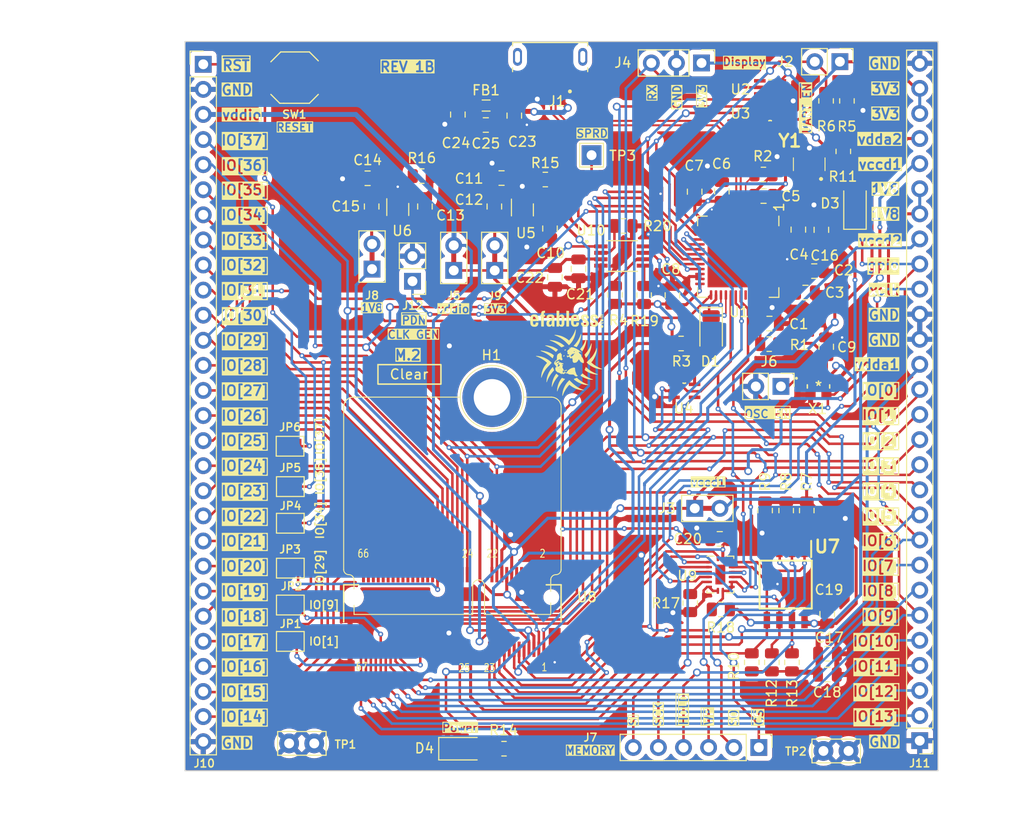
<source format=kicad_pcb>
(kicad_pcb (version 20221018) (generator pcbnew)
  (title_block (title "Clear Chip Development Board") (rev "1B") (company "Efabless"))
  (layers (0 "F.Cu" signal) (31 "B.Cu" signal) (34 "B.Paste" user) (35 "F.Paste" user) (36 "B.SilkS" user "B.Silkscreen") (37 "F.SilkS" user "F.Silkscreen") (38 "B.Mask" user) (39 "F.Mask" user) (44 "Edge.Cuts" user))
  (net 0 "")
  (net 1 "GND")
  (net 2 "/~{FTDI_RST}")
  (net 3 "/VCCCORE")
  (net 4 "/VCCA")
  (net 5 "+5V")
  (net 6 "+3V3")
  (net 7 "/ACBUS2")
  (net 8 "Net-(D1-A)")
  (net 9 "/gpio")
  (net 10 "+1V8")
  (net 11 "/FTDI_D+")
  (net 12 "VBUS")
  (net 13 "Net-(D3-A)")
  (net 14 "/FTDI_D-")
  (net 15 "/ACBUS0")
  (net 16 "/~{MEM_CS}")
  (net 17 "/mprj_io[6]_ser_tx")
  (net 18 "/~{MEM_HOLD}")
  (net 19 "/~{MEM_WP}")
  (net 20 "/ACBUS6")
  (net 21 "/MEM_SCK")
  (net 22 "Net-(D4-A)")
  (net 23 "/MEM_SI")
  (net 26 "/ADBUS4")
  (net 27 "/ADBUS5")
  (net 28 "/ADBUS6")
  (net 29 "/OSC_EN")
  (net 30 "Net-(U1-REF)")
  (net 31 "Net-(U5-Control)")
  (net 32 "Net-(U6-Control)")
  (net 33 "Net-(U1-XCSI)")
  (net 34 "Net-(U1-XCSO)")
  (net 35 "/ADBUS7")
  (net 36 "/ACBUS7")
  (net 37 "/USB_SCK_TXD")
  (net 38 "/USB_CS1")
  (net 39 "/USB_SO_RXD")
  (net 40 "/CLK_GEN")
  (net 41 "/mprj_io[14]")
  (net 42 "/mprj_io[15]")
  (net 43 "/mprj_io[16]")
  (net 44 "/mprj_io[17]")
  (net 45 "/mprj_io[18]")
  (net 46 "/Caravel_D1")
  (net 47 "Net-(U9-~{EN})")
  (net 48 "/mprj_io[19]")
  (net 49 "/mprj_io[20]")
  (net 50 "/mprj_io[21]")
  (net 51 "/mprj_io[22]")
  (net 52 "/mprj_io[23]")
  (net 53 "/mprj_io[24]")
  (net 54 "/mprj_io[27]")
  (net 55 "/mprj_io[26]")
  (net 56 "/mprj_io[25]")
  (net 57 "/mprj_io[28]")
  (net 58 "/ACBUS5")
  (net 59 "/mprj_io[30]")
  (net 60 "/mprj_io[31]")
  (net 61 "/mprj_io[32]")
  (net 62 "/mprj_io[33]")
  (net 63 "/ACBUS1")
  (net 64 "Net-(U10-OE)")
  (net 65 "/ACBUS3")
  (net 66 "/vdda2")
  (net 67 "/vccd2")
  (net 68 "/xclk")
  (net 69 "/vdda1")
  (net 70 "/mprj_io[0]")
  (net 72 "/ACBUS4")
  (net 73 "/mprj_io[5]_ser_rx")
  (net 74 "/mprj_io[7]")
  (net 75 "/mprj_io[8]")
  (net 76 "/mprj_io[10]")
  (net 77 "/mprj_io[11]")
  (net 78 "/mprj_io[12]")
  (net 82 "/mprj_io[13]")
  (net 83 "/Caravel_CSB")
  (net 85 "/Caravel_D0")
  (net 96 "/Caravel_SCK")
  (net 97 "/Noise_3V3")
  (net 98 "/Noise_1V8")
  (net 99 "/~{PDN}")
  (net 100 "/SPRD")
  (footprint "Capacitor_SMD:C_0805_2012Metric" (layer "F.Cu") (at 125.47075 126.12915 180)
    (fp_text reference "C25")
    (fp_text value "10uF")
  )
  (footprint "Jumper:SolderJumper-2_P1.3mm_Bridged_Pad1.0x1.5mm" (layer "F.Cu") (at 105.664 158.6484 180)
    (fp_text reference "JP6")
    (fp_text value "SolderJumper_2_Bridged")
  )
  (footprint "Inductor_SMD:L_0805_2012Metric" (layer "F.Cu") (at 125.50075 124.15915 180)
    (fp_text reference "FB1")
    (fp_text value "600R/0.5A")
  )
  (footprint "Capacitor_SMD:C_0805_2012Metric" (layer "F.Cu") (at 157.09 136.72 -90)
    (fp_text reference "C4")
    (fp_text value "0.1uF")
  )
  (footprint "strive_foot_prints:SOIC127P790X216-8N" (layer "F.Cu") (at 155.8092 172.6544 -90)
    (fp_text reference "U7")
    (fp_text value "W25Q32FVSS" hide)
  )
  (footprint "Capacitor_SMD:C_0805_2012Metric" (layer "F.Cu") (at 160.01 175.64 90)
    (fp_text reference "C19")
    (fp_text value "1uF")
  )
  (footprint "Connector_PinHeader_2.54mm:PinHeader_1x03_P2.54mm_Vertical" (layer "F.Cu") (at 147.29575 119.84915 -90)
    (fp_text reference "J4")
    (fp_text value "Conn_01x03_Pin")
  )
  (footprint "Resistor_SMD:R_0805_2012Metric" (layer "F.Cu") (at 141.4838 143.3388 90)
    (fp_text reference "R19")
    (fp_text value "10K")
  )
  (footprint "strive_foot_prints:SOT65P210X110-5N" (layer "F.Cu") (at 154.2344 122.3184)
    (fp_text reference "U2")
    (fp_text value "SN74LVC1G125DCKR")
  )
  (footprint "Caravel_Board:ef_logo" (layer "F.Cu") (at 133.608 145.8002)
    (fp_text reference "T2" hide)
    (fp_text value "Logo" hide)
  )
  (footprint "Capacitor_SMD:C_0805_2012Metric" (layer "F.Cu") (at 149.35 132.85 -90)
    (fp_text reference "C6")
    (fp_text value "0.1uF")
  )
  (footprint "MicroMod-Sparkfun:MicroMod-Standoff" (layer "F.Cu") (at 126.0972 153.7)
    (fp_text reference "H1")
    (fp_text value "MICROMOD-Standoff")
  )
  (footprint "LED_SMD:LED_1206_3216Metric" (layer "F.Cu") (at 162.82 134.4 90)
    (fp_text reference "D3")
    (fp_text value "RED")
  )
  (footprint "Caravel_Board:Shorted_PinHeader_1x02_P2.54mm_Vertical" (layer "F.Cu") (at 122.2248 140.855 180)
    (fp_text reference "J5")
    (fp_text value "Conn_01x02_Pin")
  )
  (footprint "Connector_PinHeader_2.54mm:PinHeader_1x02_P2.54mm_Vertical" (layer "F.Cu") (at 161.29135 119.71675 -90)
    (fp_text reference "J2")
    (fp_text value "Conn_01x02_Pin")
  )
  (footprint "Resistor_SMD:R_0805_2012Metric" (layer "F.Cu") (at 131.49 131.65)
    (fp_text reference "R15")
    (fp_text value "10K")
  )
  (footprint "Resistor_SMD:R_0805_2012Metric" (layer "F.Cu") (at 146.15 174.53 90)
    (fp_text reference "R17")
    (fp_text value "10K")
  )
  (footprint "LED_SMD:LED_1206_3216Metric" (layer "F.Cu") (at 148.2664 146.9064 -90)
    (fp_text reference "D1")
    (fp_text value "RED")
  )
  (footprint "Caravel_Board:SOT-353F" (layer "F.Cu") (at 129.1724 134.48 -90)
    (fp_text reference "U5")
    (fp_text value "TAR5SxxU")
  )
  (footprint "Resistor_SMD:R_0805_2012Metric" (layer "F.Cu") (at 152.3802 180.5284 -90)
    (fp_text reference "R10")
    (fp_text value "10K")
  )
  (footprint "Connector_PinHeader_2.54mm:PinHeader_1x06_P2.54mm_Vertical" (layer "F.Cu") (at 153.0914 189.1458 -90)
    (fp_text reference "J7")
    (fp_text value "Conn_01x06_Pin")
  )
  (footprint "Capacitor_SMD:C_0805_2012Metric" (layer "F.Cu") (at 159.42 136.74 90)
    (fp_text reference "C16")
    (fp_text value "10uF")
  )
  (footprint "Capacitor_SMD:C_0805_2012Metric" (layer "F.Cu") (at 131.9624 136.61 90)
    (fp_text reference "C10")
    (fp_text value "1uF")
  )
  (footprint "Resistor_SMD:R_0805_2012Metric" (layer "F.Cu") (at 127.3104 189.2728 180)
    (fp_text reference "R14")
    (fp_text value "1K")
  )
  (footprint "Resistor_SMD:R_0805_2012Metric" (layer "F.Cu") (at 162.0068 123.69 90)
    (fp_text reference "R5")
    (fp_text value "1K")
  )
  (footprint "Capacitor_SMD:C_0805_2012Metric" (layer "F.Cu") (at 134.8486 140.6906 90)
    (fp_text reference "C21")
    (fp_text value "0.1uF")
  )
  (footprint "Jumper:SolderJumper-2_P1.3mm_Bridged_Pad1.0x1.5mm" (layer "F.Cu") (at 105.6894 174.7266 180)
    (fp_text reference "JP2")
    (fp_text value "SolderJumper_2_Bridged")
  )
  (footprint "Resistor_SMD:R_0805_2012Metric" (layer "F.Cu") (at 157.9428 165.1614 90)
    (fp_text reference "R7")
    (fp_text value "10K")
  )
  (footprint "Caravel_Board:SOP65P490X110-8N" (layer "F.Cu") (at 139.26 139.395)
    (fp_text reference "U10")
    (fp_text value "DS1086LU")
  )
  (footprint "Resistor_SMD:R_0805_2012Metric" (layer "F.Cu") (at 138.5438 143.3288 90)
    (fp_text reference "R4")
    (fp_text value "10K")
  )
  (footprint "Resistor_SMD:R_0805_2012Metric" (layer "F.Cu") (at 159.8986 123.69 90)
    (fp_text reference "R6")
    (fp_text value "1K")
  )
  (footprint "TestPoint:TestPoint_Bridge_Pitch2.54mm_Drill1.0mm" (layer "F.Cu") (at 108.11 188.734 180)
    (fp_text reference "TP1")
    (fp_text value "TestPoint" hide)
  )
  (footprint "Capacitor_SMD:C_0805_2012Metric" (layer "F.Cu") (at 144.35 143.37 -90)
    (fp_text reference "C8")
    (fp_text value "0.1uF")
  )
  (footprint "Capacitor_SMD:C_0805_2012Metric" (layer "F.Cu") (at 149.14 168.03)
    (fp_text reference "C20")
    (fp_text value "0.1uF")
  )
  (footprint "Jumper:SolderJumper-2_P1.3mm_Bridged_Pad1.0x1.5mm" (layer "F.Cu") (at 105.6894 178.4096 180)
    (fp_text reference "JP1")
    (fp_text value "SolderJumper_2_Bridged")
  )
  (footprint "Capacitor_SMD:C_0805_2012Metric" (layer "F.Cu") (at 126.3324 134.38 -90)
    (fp_text reference "C12")
    (fp_text value "10uF")
  )
  (footprint "Capacitor_SMD:C_0805_2012Metric" (layer "F.Cu") (at 119.31 134.38 90)
    (fp_text reference "C13")
    (fp_text value "1uF")
  )
  (footprint "Capacitor_SMD:C_0805_2012Metric" (layer "F.Cu") (at 153.57 133.32)
    (fp_text reference "C5")
    (fp_text value "0.1uF")
  )
  (footprint "strive_foot_prints:SW4-SMD-5.2X5.2X1.5MM" (layer "F.Cu") (at 106.12 121.33)
    (fp_text reference "SW1")
    (fp_text value "SW_Push - SKQGADE010")
  )
  (footprint "Resistor_SMD:R_0805_2012Metric" (layer "F.Cu") (at 155.86 165.1614 90)
    (fp_text reference "R8")
    (fp_text value "10K")
  )
  (footprint "Resistor_SMD:R_0805_2012Metric" (layer "F.Cu") (at 156.4442 180.5284 -90)
    (fp_text reference "R13")
    (fp_text value "10K")
  )
  (footprint "strive_foot_prints:DSC6001JE1A-010.0000" (layer "F.Cu") (at 159.13025 152.5952)
    (fp_text reference "X1")
    (fp_text value "DSC6001_10MHZ")
  )
  (footprint "Capacitor_SMD:C_0805_2012Metric" (layer "F.Cu") (at 132.461 141.5542 90)
    (fp_text reference "C22")
    (fp_text value "0.01uF")
  )
  (footprint "Connector_PinHeader_2.54mm:PinHeader_1x28_P2.54mm_Vertical" (layer "F.Cu") (at 96.8812 119.9816)
    (fp_text reference "J10")
    (fp_text value "Conn_01x28_Pin")
  )
  (footprint "Capacitor_SMD:C_0805_2012Metric" (layer "F.Cu") (at 128.35075 125.17915 -90)
    (fp_text reference "C23")
    (fp_text value "0.01uF")
  )
  (footprint "strive_foot_prints:FCI_10118193-0001LF" (layer "F.Cu") (at 131.9784 119.22685 180)
    (fp_text reference "J1")
    (fp_text value "USB_B_Micro")
  )
  (footprint "Resistor_SMD:R_0805_2012Metric" (layer "F.Cu") (at 161.64 128.8 -90)
    (fp_text reference "R11")
    (fp_text value "1K")
  )
  (footprint "Resistor_SMD:R_0805_2012Metric" (layer "F.Cu") (at 154.1418 148.3128)
    (fp_text reference "R1")
    (fp_text value "10K")
  )
  (footprint "Jumper:SolderJumper-2_P1.3mm_Bridged_Pad1.0x1.5mm" (layer "F.Cu") (at 105.6894 170.9928 180)
    (fp_text reference "JP3")
    (fp_text value "SolderJumper_2_Bridged")
  )
  (footprint "TestPoint:TestPoint_Bridge_Pitch2.54mm_Drill1.0mm" (layer "F.Cu") (at 162.17 189.5 180)
    (fp_text reference "TP2")
    (fp_text value "TestPoint" hide)
  )
  (footprint "Capacitor_SMD:C_0805_2012Metric" (layer "F.Cu") (at 158.7 140.92 180)
    (fp_text reference "C2")
    (fp_text value "0.1uF")
  )
  (footprint "Jumper:SolderJumper-2_P1.3mm_Bridged_Pad1.0x1.5mm" (layer "F.Cu") (at 105.6894 166.4462 180)
    (fp_text reference "JP4")
    (fp_text value "SolderJumper_2_Bridged")
  )
  (footprint "Capacitor_SMD:C_0805_2012Metric" (layer "F.Cu") (at 157.81 143.09 180)
    (fp_text reference "C3")
    (fp_text value "0.1uF")
  )
  (footprint "Caravel_Board:WQFN-16-1EP_2.5x3.5mm_P0.5mm_EP1x2mm" (layer "F.Cu") (at 149.2 171.6395)
    (fp_text reference "U9")
    (fp_text value "TMUX4053-BQB")
  )
  (footprint "strive_foot_prints:SOT65P210X110-5N" (layer "F.Cu") (at 145.55 153.04)
    (fp_text reference "U4")
    (fp_text value "SN74LVC1G125DCKR")
  )
  (footprint "Resistor_SMD:R_0805_2012Metric" (layer "F.Cu") (at 145.23 148.25 180)
    (fp_text reference "R3")
    (fp_text value "150")
  )
  (footprint "Capacitor_SMD:C_0805_2012Metric" (layer "F.Cu") (at 122.64075 125.06915 90)
    (fp_text reference "C24")
    (fp_text value "0.1uF")
  )
  (footprint "Connector_PinHeader_2.54mm:PinHeader_1x02_P2.54mm_Vertical" (layer "F.Cu") (at 118.05 141.945 180)
    (fp_text reference "J12")
    (fp_text value "Conn_01x02_Pin")
  )
  (footprint "Connector_PinHeader_2.54mm:PinHeader_1x02_P2.54mm_Vertical" (layer "F.Cu") (at 155.32525 152.5952 -90)
    (fp_text reference "J6")
    (fp_text value "Conn_01x02_Pin")
  )
  (footprint "Caravel_Board:Shorted_PinHeader_1x02_P2.54mm_Vertical" (layer "F.Cu") (at 146.6094 164.9396 90)
    (fp_text reference "J3")
    (fp_text value "Conn_01x02_Pin")
  )
  (footprint "Package_DFN_QFN:QFN-48-1EP_8x8mm_P0.5mm_EP6.2x6.2mm" (layer "F.Cu") (at 151.0086 139.4634 -90)
    (fp_text reference "U1")
    (fp_text value "FT232H")
  )
  (footprint "Capacitor_SMD:C_0805_2012Metric" (layer "F.Cu") (at 127.0624 131.5 180)
    (fp_text reference "C11")
    (fp_text value "0.01uF")
  )
  (footprint "Capacitor_SMD:C_0805_2012Metric" (layer "F.Cu") (at 159.91 148.58 -90)
    (fp_text reference "C9")
    (fp_text value "0.1uF")
  )
  (footprint "Connector_PinHeader_2.54mm:PinHeader_1x28_P2.54mm_Vertical" (layer "F.Cu") (at 169.3728 188.46 180)
    (fp_text reference "J11")
    (fp_text value "Conn_01x28_Pin")
  )
  (footprint "TestPoint:TestPoint_THTPad_2.0x2.0mm_Drill1.0mm" (layer "F.Cu") (at 136.17 129.18)
    (fp_text reference "TP3")
    (fp_text value "TestPoint")
  )
  (footprint "strive_foot_prints:SOT65P210X110-5N" (layer "F.Cu") (at 154.2344 124.9092 180)
    (fp_text reference "U3")
    (fp_text value "SN74LVC1G125DCKR")
  )
  (footprint "Capacitor_SMD:C_0805_2012Metric" (layer "F.Cu") (at 113.51 131.52 180)
    (fp_text reference "C14")
    (fp_text value "0.01uF")
  )
  (footprint "Capacitor_SMD:C_0805_2012Metric" (layer "F.Cu") (at 154.1672 146.23 180)
    (fp_text reference "C1")
    (fp_text value "0.01uF")
  )
  (footprint "Resistor_SMD:R_0805_2012Metric" (layer "F.Cu") (at 149.25 175.17 180)
    (fp_text reference "R18")
    (fp_text value "10K")
  )
  (footprint "LED_SMD:LED_1206_3216Metric" (layer "F.Cu") (at 122.9924 189.2728)
    (fp_text reference "D4")
    (fp_text value "RED")
  )
  (footprint "Caravel_Board:Shorted_PinHeader_1x02_P2.54mm_Vertical" (layer "F.Cu") (at 113.96 140.715 180)
    (fp_text reference "J8")
    (fp_text value "Conn_01x02_Pin")
  )
  (footprint "Caravel_Board:SOT-353F" (layer "F.Cu") (at 116.56 134.44 -90)
    (fp_text reference "U6")
    (fp_text value "TAR5SxxU")
  )
  (footprint "MicroMod-Sparkfun:M.2-CONNECTOR-E" (layer "F.Cu") (at 122.0875 173.9275)
    (fp_text reference "U8")
    (fp_text value "M.2-CONNECTOR-E" hide)
  )
  (footprint "strive_foot_prints:CSTNE12M0GH5L000R0" (layer "F.Cu") (at 158.19 130.1)
    (fp_text reference "Y1")
    (fp_text value "12MHz" hide)
  )
  (footprint "Resistor_SMD:R_0805_2012Metric" (layer "F.Cu") (at 153.7264 165.1614 90)
    (fp_text reference "R9")
    (fp_text value "10K")
  )
  (footprint "Caravel_Board:Shorted_PinHeader_1x02_P2.54mm_Vertical" (layer "F.Cu") (at 126.37 140.855 180)
    (fp_text reference "J9")
    (fp_text value "Conn_01x02_Pin")
  )
  (footprint "Capacitor_SMD:C_0805_2012Metric" (layer "F.Cu") (at 146.6 132.88 -90)
    (fp_text reference "C7")
    (fp_text value "0.1uF")
  )
  (footprint "Resistor_SMD:R_0805_2012Metric" (layer "F.Cu") (at 154.4122 180.5284 -90)
    (fp_text reference "R12")
    (fp_text value "10K")
  )
  (footprint "Capacitor_SMD:C_0805_2012Metric" (layer "F.Cu") (at 160.03 181.76)
    (fp_text reference "C18")
    (fp_text value "0.1uF")
  )
  (footprint "Resistor_SMD:R_0805_2012Metric" (layer "F.Cu") (at 139.3952 136.3472 180)
    (fp_text reference "R20")
    (fp_text value "10K")
  )
  (footprint "Caravel_Board:logo" (layer "F.Cu") (at 133.858 150.1902)
    (fp_text reference "T1" hide)
    (fp_text value "Logo" hide)
  )
  (footprint "Jumper:SolderJumper-2_P1.3mm_Bridged_Pad1.0x1.5mm" (layer "F.Cu") (at 105.6894 162.7378 180)
    (fp_text reference "JP5")
    (fp_text value "SolderJumper_2_Bridged")
  )
  (footprint "Capacitor_SMD:C_0805_2012Metric" (layer "F.Cu") (at 113.92 134.38 -90)
    (fp_text reference "C15")
    (fp_text value "10uF")
  )
  (footprint "Resistor_SMD:R_0805_2012Metric" (layer "F.Cu") (at 153.56 131.14 180)
    (fp_text reference "R2")
    (fp_text value "12K 1%")
  )
  (footprint "Capacitor_SMD:C_0805_2012Metric" (layer "F.Cu") (at 160.04 179.66 180)
    (fp_text reference "C17")
    (fp_text value "0.01uF")
  )
  (footprint "Resistor_SMD:R_0805_2012Metric" (layer "F.Cu") (at 118.99 131.3)
    (fp_text reference "R16")
    (fp_text value "10K")
  )
  (gr_rect (start 114.5572 150.39) (end 120.9294 152.36) (stroke (width 0.15)) (fill none) (layer "F.SilkS"))
  (gr_rect (start 95.0272 117.676) (end 171.2272 191.508) (stroke (width 0.1)) (fill none) (layer "Edge.Cuts"))
  (gr_text "IO[33]" (at 101.11 137.79) (layer "F.SilkS" knockout) (effects (font (size 1 1) (thickness 0.2) bold)))
  (gr_text "IO[32]" (at 101.11 140.33) (layer "F.SilkS" knockout) (effects (font (size 1 1) (thickness 0.2) bold)))
  (gr_text "IO[3]" (at 165.47 160.61) (layer "F.SilkS" knockout) (effects (font (size 1 1) (thickness 0.2) bold)))
  (gr_text "vccd1" (at 165.39 130.13) (layer "F.SilkS" knockout) (effects (font (size 1 1) (thickness 0.2) bold)))
  (gr_text "IO[20]" (at 101.11 170.81) (layer "F.SilkS" knockout) (effects (font (size 1 1) (thickness 0.2) bold)))
  (gr_text "IO[29]" (at 108.6866 170.9928 90) (layer "F.SilkS") (effects (font (size 0.8 0.8) (thickness 0.15) bold)))
  (gr_text "OSC ~{EN}" (at 153.95 155.38) (layer "F.SilkS" knockout) (effects (font (size 0.8 0.8) (thickness 0.15) bold)))
  (gr_text "1V8" (at 165.9 135.17) (layer "F.SilkS" knockout) (effects (font (size 1 1) (thickness 0.2) bold)))
  (gr_text "~{CS}" (at 153.13 186.1 90) (layer "F.SilkS" knockout) (effects (font (size 0.8 0.8) (thickness 0.16) bold)))
  (gr_text "IO[16]" (at 101.11 180.97) (layer "F.SilkS" knockout) (effects (font (size 1 1) (thickness 0.2) bold)))
  (gr_text "M.2" (at 117.5766 149.44) (layer "F.SilkS" knockout) (effects (font (size 1 1) (thickness 0.2) bold)))
  (gr_text "IO[1]" (at 109.1184 178.4096) (layer "F.SilkS") (effects (font (size 0.8 0.8) (thickness 0.15) bold)))
  (gr_text "IO[1]" (at 165.47 155.53) (layer "F.SilkS" knockout) (effects (font (size 1 1) (thickness 0.2) bold)))
  (gr_text "gpio" (at 165.69 140.29) (layer "F.SilkS" knockout) (effects (font (size 1 1) (thickness 0.2) bold)))
  (gr_text "vddio" (at 100.79 125.12) (layer "F.SilkS" knockout) (effects (font (size 1 1) (thickness 0.2) bold)))
  (gr_text "SCK" (at 142.96 185.77 90) (layer "F.SilkS" knockout) (effects (font (size 0.8 0.8) (thickness 0.16) bold)))
  (gr_text "IO[23]" (at 101.11 163.19) (layer "F.SilkS" knockout) (effects (font (size 1 1) (thickness 0.2) bold)))
  (gr_text "~{RST}" (at 100.2 120.11) (layer "F.SilkS" knockout) (effects (font (size 1 1) (thickness 0.2) bold)))
  (gr_text "SPRD" (at 136.23 126.99) (layer "F.SilkS" knockout) (effects (font (size 0.8 0.8) (thickness 0.15) bold)))
  (gr_text "IO[15]" (at 101.11 183.51) (layer "F.SilkS" knockout) (effects (font (size 1 1) (thickness 0.2) bold)))
  (gr_text "IO[35]" (at 101.11 132.71) (layer "F.SilkS" knockout) (effects (font (size 1 1) (thickness 0.2) bold)))
  (gr_text "IO[28]" (at 101.11 150.49) (layer "F.SilkS" knockout) (effects (font (size 1 1) (thickness 0.2) bold)))
  (gr_text "1\n" (at 155.14 134.45 90) (layer "F.SilkS") (effects (font (size 1 1))))
  (gr_text "IO[22]" (at 101.11 165.73) (layer "F.SilkS" knockout) (effects (font (size 1 1) (thickness 0.2) bold)))
  (gr_text "IO[12]" (at 165.01 183.48) (layer "F.SilkS" knockout) (effects (font (size 1 1) (thickness 0.2) bold)))
  (gr_text "~{HOLD}" (at 145.5 185.32 90) (layer "F.SilkS" knockout) (effects (font (size 0.8 0.8) (thickness 0.16) bold)))
  (gr_text "GND" (at 165.79 119.92) (layer "F.SilkS" knockout) (effects (font (size 1 1) (thickness 0.2) bold)))
  (gr_text "GND" (at 165.79 188.59) (layer "F.SilkS" knockout) (effects (font (size 1 1) (thickness 0.2) bold)))
  (gr_text "IO[30]" (at 101.11 145.41) (layer "F.SilkS" knockout) (effects (font (size 1 1) (thickness 0.2) bold)))
  (gr_text "IO[36]" (at 101.11 130.23) (layer "F.SilkS" knockout) (effects (font (size 1 1) (thickness 0.2) bold)))
  (gr_text "IO[35]" (at 108.6866 161.671 90) (layer "F.SilkS") (effects (font (size 0.8 0.8) (thickness 0.15) bold)))
  (gr_text "MEMORY" (at 135.9872 189.46) (layer "F.SilkS" knockout) (effects (font (size 0.8 0.8) (thickness 0.16) bold)))
  (gr_text "IO[11]" (at 165.01 180.94) (layer "F.SilkS" knockout) (effects (font (size 1 1) (thickness 0.2) bold)))
  (gr_text "vdda2" (at 165.34 127.58) (layer "F.SilkS" knockout) (effects (font (size 1 1) (thickness 0.2) bold)))
  (gr_text "vddio" (at 122.1994 144.76) (layer "F.SilkS" knockout) (effects (font (size 0.8 0.8) (thickness 0.15) bold)))
  (gr_text "IO[34]" (at 101.11 135.25) (layer "F.SilkS" knockout) (effects (font (size 1 1) (thickness 0.2) bold)))
  (gr_text "RESET" (at 106.1 126.36) (layer "F.SilkS" knockout) (effects (font (size 0.8 0.8) (thickness 0.16) bold)))
  (gr_text "1V8" (at 113.94 144.66) (layer "F.SilkS" knockout) (effects (font (size 0.8 0.8) (thickness 0.15) bold)))
  (gr_text "IO[10]" (at 165.01 178.4) (layer "F.SilkS" knockout) (effects (font (size 1 1) (thickness 0.2) bold)))
  (gr_text "IO[2]" (at 165.47 158.07) (layer "F.SilkS" knockout) (effects (font (size 1 1) (thickness 0.2) bold)))
  (gr_text "IO[6]" (at 165.47 168.23) (layer "F.SilkS" knockout) (effects (font (size 1 1) (thickness 0.2) bold)))
  (gr_text "3V3" (at 165.91 122.47) (layer "F.SilkS" knockout) (effects (font (size 1 1) (thickness 0.2) bold)))
  (gr_text "xclk" (at 165.79 142.85) (layer "F.SilkS" knockout) (effects (font (size 1 1) (thickness 0.2) bold)))
  (gr_text "IO[14]" (at 101.11 186.05) (layer "F.SilkS" knockout) (effects (font (size 1 1) (thickness 0.2) bold)))
  (gr_text "IO[37]" (at 108.6866 157.607 90) (layer "F.SilkS") (effects (font (size 0.8 0.8) (thickness 0.15) bold)))
  (gr_text "IO[37]" (at 101.1084 127.6784) (layer "F.SilkS" knockout) (effects (font (size 1 1) (thickness 0.2) bold)))
  (gr_text "GND" (at 165.75 145.38) (layer "F.SilkS" knockout) (effects (font (size 1 1) (thickness 0.2) bold)))
  (gr_text "IO[29]" (at 101.11 147.95) (layer "F.SilkS" knockout) (effects (font (size 1 1) (thickness 0.2) bold)))
  (gr_text "Clear" (at 117.7036 151.37) (layer "F.SilkS") (effects (font (size 1 1))))
  (gr_text "IO[26]" (at 101.11 155.57) (layer "F.SilkS" knockout) (effects (font (size 1 1) (thickness 0.2) bold)))
  (gr_text "Power" (at 122.8272 187.15) (layer "F.SilkS" knockout) (effects (font (size 0.8 0.8) (thickness 0.16) bold)))
  (gr_text "vccd2" (at 165.37 137.84) (layer "F.SilkS" knockout) (effects (font (size 1 1) (thickness 0.2) bold)))
  (gr_text "IO[25]" (at 101.11 158.11) (layer "F.SilkS" knockout) (effects (font (size 1 1) (thickness 0.2) bold)))
  (gr_text "Display\n" (at 151.6046 119.7214) (layer "F.SilkS" knockout) (effects (font (size 0.8 0.8) (thickness 0.16) bold)))
  (gr_text "IO[0]" (at 165.47 152.99) (layer "F.SilkS" knockout) (effects (font (size 1 1) (thickness 0.2) bold)))
  (gr_text "REV 1B" (at 117.5258 120.2436) (layer "F.SilkS" knockout) (effects (font (size 1 1) (thickness 0.2) bold)))
  (gr_text "vccd1" (at 147.99 162.3) (layer "F.SilkS" knockout) (effects (font (size 0.8 0.8) (thickness 0.15) bold)))
  (gr_text "GND" (at 165.75 147.92) (layer "F.SilkS" knockout) (effects (font (size 1 1) (thickness 0.2) bold)))
  (gr_text "UART ~{EN}" (at 157.9626 124.4346 90) (layer "F.SilkS" knockout) (effects (font (size 0.8 0.8) (thickness 0.15) bold)))
  (gr_text "IO[18]" (at 101.11 175.89) (layer "F.SilkS" knockout) (effects (font (size 1 1) (thickness 0.2) bold)))
  (gr_text "CLK GEN" (at 118.16 147.35) (layer "F.SilkS" knockout) (effects (font (size 0.8 0.8) (thickness 0.15) bold)))
  (gr_text "IO[24]" (at 101.11 160.65) (layer "F.SilkS" knockout) (effects (font (size 1 1) (thickness 0.2) bold)))
  (gr_text "GND" (at 100.282 122.58) (layer "F.SilkS" knockout) (effects (font (size 1 1) (thickness 0.2) bold)))
  (gr_text "1V8" (at 165.9 132.63) (layer "F.SilkS" knockout) (effects (font (size 1 1) (thickness 0.2) bold)))
  (gr_text "3V3" (at 165.91 125.01) (layer "F.SilkS" knockout) (effects (font (size 1 1) (thickness 0.2) bold)))
  (gr_text "IO[9]" (at 109.1184 174.7266) (layer "F.SilkS") (effects (font (size 0.8 0.8) (thickness 0.15) bold)))
  (gr_text "vdda1" (at 165.07 150.39) (layer "F.SilkS" knockout) (effects (font (size 1 1) (thickness 0.2) bold)))
  (gr_text "IO[5]" (at 165.47 165.69) (layer "F.SilkS" knockout) (effects (font (size 1 1) (thickness 0.2) bold)))
  (gr_text "GND" (at 144.8326 123.3046 90) (layer "F.SilkS" knockout) (effects (font (size 0.8 0.8) (thickness 0.16) bold)))
  (gr_text "~{PDN}" (at 118.2 145.91) (layer "F.SilkS" knockout) (effects (font (size 0.8 0.8) (thickness 0.15) bold)))
  (gr_text "~{WP}" (at 148.04 186.02 90) (layer "F.SilkS" knockout) (effects (font (size 0.8 0.8) (thickness 0.16) bold)))
  (gr_text "IO[31]" (at 101.11 142.87) (layer "F.SilkS" knockout) (effects (font (size 1 1) (thickness 0.2) bold)))
  (gr_text "SI" (at 140.42 186.38 90) (layer "F.SilkS" knockout) (effects (font (size 0.8 0.8) (thickness 0.16) bold)))
  (gr_text "IO[8]" (at 165.47 173.31) (layer "F.SilkS" knockout) (effects (font (size 1 1) (thickness 0.2) bold)))
  (gr_text "3V3" (at 147.3426 123.1946 90) (layer "F.SilkS" knockout) (effects (font (size 0.8 0.8) (thickness 0.16) bold)))
  (gr_text "IO[9]" (at 165.47 175.85) (layer "F.SilkS" knockout) (effects (font (size 1 1) (thickness 0.2) bold)))
  (gr_text "IO[17]" (at 101.11 178.43) (layer "F.SilkS" knockout) (effects (font (size 1 1) (thickness 0.2) bold)))
  (gr_text "3V3" (at 126.43 144.76) (layer "F.SilkS" knockout) (effects (font (size 0.8 0.8) (thickness 0.15) bold)))
  (gr_text "GND" (at 100.3 188.72) (layer "F.SilkS" knockout) (effects (font (size 1 1) (thickness 0.2) bold)))
  (gr_text "IO[7]" (at 165.47 170.77) (layer "F.SilkS" knockout) (effects (font (size 1 1) (thickness 0.2) bold)))
  (gr_text "IO[4]" (at 165.47 163.15) (layer "F.SilkS" knockout) (effects (font (size 1 1) (thickness 0.2) bold)))
  (gr_text "SO" (at 150.58 186.15 90) (layer "F.SilkS" knockout) (effects (font (size 0.8 0.8) (thickness 0.16) bold)))
  (gr_text "RX" (at 142.3126 122.9046 90) (layer "F.SilkS" knockout) (effects (font (size 0.8 0.8) (thickness 0.16) bold)))
  (gr_text "IO[21]" (at 101.11 168.27) (layer "F.SilkS" knockout) (effects (font (size 1 1) (thickness 0.2) bold)))
  (gr_text "IO[34]" (at 108.6866 166.1414 90) (layer "F.SilkS") (effects (font (size 0.8 0.8) (thickness 0.15) bold)))
  (gr_text "IO[27]" (at 101.11 153.03) (layer "F.SilkS" knockout) (effects (font (size 1 1) (thickness 0.2) bold)))
  (gr_text "IO[19]" (at 101.11 173.35) (layer "F.SilkS" knockout) (effects (font (size 1 1) (thickness 0.2) bold)))
  (gr_text "IO[13]" (at 165.01 186.02) (layer "F.SilkS" knockout) (effects (font (size 1 1) (thickness 0.2) bold)))
  (segment (start 157.83485 153.916) (end 157.65085 154.1) (width 0.3048) (layer "F.Cu") (net 1))
  (segment (start 130.6784 123.5068) (end 130.6784 121.90185) (width 0.5) (layer "F.Cu") (net 1))
  (segment (start 148.7586 135.113401) (end 148.7586 135.5884) (width 0.254) (layer "F.Cu") (net 1))
  (segment (start 158.67 134.22) (end 159.42 134.97) (width 0.5) (layer "F.Cu") (net 1))
  (segment (start 147.51 173.2495) (end 147.87 172.8895) (width 0.254) (layer "F.Cu") (net 1))
  (segment (start 163.63 124.65) (end 163.5825 124.6025) (width 0.254) (layer "F.Cu") (net 1))
  (segment (start 153.42 167.44) (end 153.9042 167.9242) (width 0.254) (layer "F.Cu") (net 1))
  (segment (start 152.62 133.32) (end 152.63 133.33) (width 0.3048) (layer "F.Cu") (net 1))
  (segment (start 127.9772 167.59) (end 127.9772 168.2828) (width 0.3048) (layer "F.Cu") (net 1))
  (segment (start 154.8836 136.85) (end 155.48 136.85) (width 0.254) (layer "F.Cu") (net 1))
  (segment (start 112.56 132.73) (end 112.56 131.52) (width 0.5) (layer "F.Cu") (net 1))
  (segment (start 147.1336 141.2134) (end 147.1336 141.47) (width 0.3048) (layer "F.Cu") (net 1))
  (segment (start 153.7586 143.3384) (end 153.7586 143.9314) (width 0.254) (layer "F.Cu") (net 1))
  (segment (start 126.3324 133.43) (end 126.3324 131.72) (width 0.5) (layer "F.Cu") (net 1))
  (segment (start 116.56 133.49) (end 116.56 132.38) (width 0.3048) (layer "F.Cu") (net 1))
  (segment (start 145.11 142.42) (end 144.35 142.42) (width 0.3048) (layer "F.Cu") (net 1))
  (segment (start 137.11 140.96) (end 136.4294 141.6406) (width 0.5) (layer "F.Cu") (net 1))
  (segment (start 147.1336 141.47) (end 147.1336 141.7134) (width 0.3048) (layer "F.Cu") (net 1))
  (segment (start 121.32075 126.04915) (end 122.61075 126.04915) (width 0.5) (layer "F.Cu") (net 1))
  (segment (start 152.62 133.32) (end 152.62 132.9925) (width 0.3048) (layer "F.Cu") (net 1))
  (segment (start 148.332599 134.687401) (end 148.7586 135.113401) (width 0.254) (layer "F.Cu") (net 1))
  (segment (start 149.35 131.74) (end 147.89 130.28) (width 0.5) (layer "F.Cu") (net 1))
  (segment (start 144.4575 175.4425) (end 146.15 175.4425) (width 0.5) (layer "F.Cu") (net 1))
  (segment (start 113.26 133.43) (end 113.92 133.43) (width 0.5) (layer "F.Cu") (net 1))
  (segment (start 112.72 132.89) (end 113.26 133.43) (width 0.5) (layer "F.Cu") (net 1))
  (segment (start 126.3324 131.72) (end 126.1124 131.5) (width 0.5) (layer "F.Cu") (net 1))
  (segment (start 126.1 129.99) (end 126.1 131.4876) (width 0.5) (layer "F.Cu") (net 1))
  (segment (start 163.5825 124.6025) (end 162.0068 124.6025) (width 0.254) (layer "F.Cu") (net 1))
  (segment (start 129.1724 132.347628) (end 129.160195 132.335423) (width 0.254) (layer "F.Cu") (net 1))
  (segment (start 147.1336 141.47) (end 146.06 141.47) (width 0.3048) (layer "F.Cu") (net 1))
  (segment (start 129.62075 126.10915) (end 129.60075 126.12915) (width 0.3048) (layer "F.Cu") (net 1))
  (segment (start 111.0226 131.522) (end 110.9726 131.572) (width 0.5) (layer "F.Cu") (net 1))
  (segment (start 153.2586 143.3384) (end 153.7586 143.3384) (width 0.254) (layer "F.Cu") (net 1))
  (segment (start 128.5875 172.9103) (end 128.5875 171.6525) (width 0.254) (layer "F.Cu") (net 1))
  (segment (start 149.7586 135.5884) (end 149.2586 135.5884) (width 0.254) (layer "F.Cu") (net 1))
  (segment (start 154.0312 122.9788) (end 154.6408 122.3692) (width 0.254) (layer "F.Cu") (net 1))
  (segment (start 149.35 131.9) (end 146.63 131.9) (width 0.5) (layer "F.Cu") (net 1))
  (segment (start 157.65085 154.1) (end 153.63 154.1) (width 0.3048) (layer "F.Cu") (net 1))
  (segment (start 142.6204 153.7004) (end 144.5086 153.7004) (width 0.254) (layer "F.Cu") (net 1))
  (segment (start 146.812 166.9288) (end 147.9132 168.03) (width 0.3048) (layer "F.Cu") (net 1))
  (segment (start 146.63 131.9) (end 146.6 131.93) (width 0.5) (layer "F.Cu") (net 1))
  (segment (start 112.72 132.89) (end 112.56 132.73) (width 0.5) (layer "F.Cu") (net 1))
  (segment (start 149.35 131.9) (end 149.35 131.74) (width 0.5) (layer "F.Cu") (net 1))
  (segment (start 161.52 147.64) (end 161.51 147.63) (width 0.254) (layer "F.Cu") (net 1))
  (segment (start 154.8836 140.2134) (end 154.8836 139.7134) (width 0.254) (layer "F.Cu") (net 1))
  (segment (start 147.9132 168.03) (end 148.19 168.03) (width 0.3048) (layer "F.Cu") (net 1))
  (segment (start 137.11 140.37) (end 137.11 140.96) (width 0.5) (layer "F.Cu") (net 1))
  (segment (start 161.51 147.63) (end 159.91 147.63) (width 0.254) (layer "F.Cu") (net 1))
  (segment (start 154.8836 139.7134) (end 155.9576 139.7134) (width 0.254) (layer "F.Cu") (net 1))
  (segment (start 156.5712 123.0804) (end 156.5712 123.69) (width 0.254) (layer "F.Cu") (net 1))
  (segment (start 96.9066 122.547) (end 96.8812 122.5216) (width 0.254) (layer "F.Cu") (net 1))
  (segment (start 144.4 175.5) (end 144.4575 175.4425) (width 0.5) (layer "F.Cu") (net 1))
  (segment (start 154.8836 137.2134) (end 154.8836 136.85) (width 0.254) (layer "F.Cu") (net 1))
  (segment (start 126.42075 126.12915) (end 128.35075 126.12915) (width 0.5) (layer "F.Cu") (net 1))
  (segment (start 158.21 128.46) (end 158.21 128.88) (width 0.3048) (layer "F.Cu") (net 1))
  (segment (start 154.4725 129.7975) (end 154.94 129.33) (width 0.3048) (layer "F.Cu") (net 1))
  (segment (start 132.4375 178.4275) (end 132.4375 180.16) (width 0.254) (layer "F.Cu") (net 1))
  (segment (start 152.63 133.33) (end 152.63 133.53) (width 0.3048) (layer "F.Cu") (net 1))
  (segment (start 129.1072 173.43) (end 128.5875 172.9103) (width 0.3048) (layer "F.Cu") (net 1))
  (segment (start 157.09 135.77) (end 159.4 135.77) (width 0.5) (layer "F.Cu") (net 1))
  (segment (start 158.21 128.88) (end 158.19 128.9) (width 0.3048) (layer "F.Cu") (net 1))
  (segment (start 146.06 141.47) (end 145.11 142.42) (width 0.3048) (layer "F.Cu") (net 1))
  (segment (start 122.3375 179.2025) (end 122.3375 178.1603) (width 0.254) (layer "F.Cu") (net 1))
  (segment (start 148.7586 135.5884) (end 149.2586 135.5884) (width 0.254) (layer "F.Cu") (net 1))
  (segment (start 153.193 122.9788) (end 154.0312 122.9788) (width 0.254) (layer "F.Cu") (net 1))
  (segment (start 97.427 122.547) (end 96.9066 122.547) (width 0.254) (layer "F.Cu") (net 1))
  (segment (start 155.2758 124.2488) (end 156.0124 124.2488) (width 0.254) (layer "F.Cu") (net 1))
  (segment (start 155.9576 139.7134) (end 155.9616 139.7174) (width 0.254) (layer "F.Cu") (net 1))
  (segment (start 156.56 135.77) (end 157.09 135.77) (width 0.254) (layer "F.Cu") (net 1))
  (segment (start 122.61075 126.04915) (end 122.64075 126.01915) (width 0.3048) (layer "F.Cu") (net 1))
  (segment (start 136.4294 141.6406) (end 134.8486 141.6406) (width 0.5) (layer "F.Cu") (net 1))
  (segment (start 147.51 174.24) (end 147.51 173.57) (width 0.3048) (layer "F.Cu") (net 1))
  (segment (start 129.1724 133.53) (end 129.1724 132.347628) (width 0.254) (layer "F.Cu") (net 1))
  (segment (start 127.9772 168.2828) (end 127.0875 169.1725) (width 0.3048) (layer "F.Cu") (net 1))
  (segment (start 132.4375 180.16) (end 132.4375 180.5175) (width 0.254) (layer "F.Cu") (net 1))
  (segment (start 147.51 173.57) (end 147.51 173.2495) (width 0.254) (layer "F.Cu") (net 1))
  (segment (start 154.4725 131.14) (end 154.4725 129.7975) (width 0.3048) (layer "F.Cu") (net 1))
  (segment (start 158.33015 153.4207) (end 157.83485 153.916) (width 0.254) (layer "F.Cu") (net 1))
  (segment (start 152.2586 133.6814) (end 152.62 133.32) (width 0.3048) (layer "F.Cu") (net 1))
  (segment (start 152.62 132.9925) (end 154.4725 131.14) (width 0.3048) (layer "F.Cu") (net 1))
  (segment (start 144.35 142.42) (end 142.95 142.42) (width 0.3048) (layer "F.Cu") (net 1))
  (segment (start 146.11 175.2425) (end 146.5075 175.2425) (width 0.3048) (layer "F.Cu") (net 1))
  (segment (start 112.4726 131.522) (end 111.0226 131.522) (width 0.5) (layer "F.Cu") (net 1))
  (segment (start 148.45 173.29) (end 148.0495 172.8895) (width 0.254) (layer "F.Cu") (net 1))
  (segment (start 154.6408 122.3692) (end 155.86 122.3692) (width 0.254) (layer "F.Cu") (net 1))
  (segment (start 158.19 128.9) (end 158.19 130.1) (width 0.3048) (layer "F.Cu") (net 1))
  (segment (start 154.8836 136.85) (end 154.8836 136.7134) (width 0.254) (layer "F.Cu") (net 1))
  (segment (start 155.48 136.85) (end 156.56 135.77) (width 0.254) (layer "F.Cu") (net 1))
  (segment (start 153.63 154.1) (end 152.78525 153.25525) (width 0.3048) (layer "F.Cu") (net 1))
  (segment (start 155.86 122.3692) (end 156.5712 123.0804) (width 0.254) (layer "F.Cu") (net 1))
  (segment (start 159.4 135.77) (end 159.42 135.79) (width 0.5) (layer "F.Cu") (net 1))
  (segment (start 132.4375 180.5175) (end 132.44 180.52) (width 0.254) (layer "F.Cu") (net 1))
  (segment (start 156.0124 124.2488) (end 156.5712 123.69) (width 0.254) (layer "F.Cu") (net 1))
  (segment (start 152.78525 153.25525) (end 152.78525 152.5952) (width 0.3048) (layer "F.Cu") (net 1))
  (segment (start 127.0875 169.1725) (end 127.0875 171.6525) (width 0.3048) (layer "F.Cu") (net 1))
  (segment (start 126.1 131.4876) (end 126.1124 131.5) (width 0.5) (layer "F.Cu") (net 1))
  (segment (start 153.7586 143.9314) (end 154.4372 144.61) (width 0.254) (layer "F.Cu") (net 1))
  (segment (start 146.5075 175.2425) (end 147.51 174.24) (width 0.3048) (layer "F.Cu") (net 1))
  (segment (start 129.60075 126.12915) (end 128.35075 126.12915) (width 0.3048) (layer "F.Cu") (net 1))
  (segment (start 122.3375 178.1603) (end 121.7372 177.56) (width 0.254) (layer "F.Cu") (net 1))
  (segment (start 142.95 142.42) (end 142.94 142.43) (width 0.3048) (layer "F.Cu") (net 1))
  (segment (start 152.2586 135.5884) (end 152.2586 133.6814) (width 0.3048) (layer "F.Cu") (net 1))
  (segment (start 147.87 172.8895) (end 148.0495 172.8895) (width 0.254) (layer "F.Cu") (net 1))
  (segment (start 142.55 153.63) (end 142.6204 153.7004) (width 0.254) (layer "F.Cu") (net 1))
  (segment (start 159.42 134.97) (end 159.42 135.79) (width 0.5) (layer "F.Cu") (net 1))
  (segment (start 148.95 173.29) (end 148.45 173.29) (width 0.254) (layer "F.Cu") (net 1))
  (segment (start 153.9042 167.9242) (end 153.9042 169.0544) (width 0.254) (layer "F.Cu") (net 1))
  (via (at 158.67 134.22) (size 0.8) (drill 0.5) (layers "F.Cu" "B.Cu") (net 1))
  (via (at 110.9726 131.572) (size 0.8) (drill 0.5) (layers "F.Cu" "B.Cu") (net 1))
  (via (at 129.62075 126.10915) (size 0.5) (drill 0.25) (layers "F.Cu" "B.Cu") (net 1))
  (via (at 161.84 165.96) (size 0.8) (drill 0.5) (layers "F.Cu" "B.Cu") (net 1))
  (via (at 129.6162 138.4808) (size 0.8) (drill 0.5) (layers "F.Cu" "B.Cu") (net 1))
  (via (at 154.4372 144.61) (size 0.8) (drill 0.5) (layers "F.Cu" "B.Cu") (net 1))
  (via (at 141.92 137.19) (size 0.5) (drill 0.25) (layers "F.Cu" "B.Cu") (net 1))
  (via (at 156.5712 123.69) (size 0.8) (drill 0.5) (layers "F.Cu" "B.Cu") (net 1))
  (via (at 154.94 129.33) (size 0.8) (drill 0.5) (layers "F.Cu" "B.Cu") (net 1))
  (via (at 163.63 124.65) (size 0.8) (drill 0.5) (layers "F.Cu" "B.Cu") (net 1))
  (via (at 142.94 142.43) (size 0.5) (drill 0.25) (layers "F.Cu" "B.Cu") (net 1))
  (via (at 130.6784 123.5068) (size 0.8) (drill 0.5) (layers "F.Cu" "B.Cu") (net 1))
  (via (at 147.89 130.28) (size 0.8) (drill 0.5) (layers "F.Cu" "B.Cu") (net 1))
  (via (at 132.44 180.52) (size 0.5) (drill 0.25) (layers "F.Cu" "B.Cu") (net 1))
  (via (at 143.15 133.09) (size 0.5) (drill 0.25) (layers "F.Cu" "B.Cu") (net 1))
  (via (at 158.21 128.46) (size 0.8) (drill 0.5) (layers "F.Cu" "B.Cu") (net 1))
  (via (at 153.42 167.44) (size 0.8) (drill 0.5) (layers "F.Cu" "B.Cu") (net 1))
  (via (at 141.1986 169.672) (size 0.8) (drill 0.5) (layers "F.Cu" "B.Cu") (net 1))
  (via (at 116.56 132.38) (size 0.5) (drill 0.25) (layers "F.Cu" "B.Cu") (net 1))
  (via (at 129.1072 173.43) (size 0.8) (drill 0.5) (layers "F.Cu" "B.Cu") (net 1))
  (via (at 121.78 148.49) (size 0.8) (drill 0.5) (layers "F.Cu" "B.Cu") (net 1))
  (via (at 161.52 147.64) (size 0.5) (drill 0.25) (layers "F.Cu" "B.Cu") (net 1))
  (via (at 129.160195 132.335423) (size 0.8) (drill 0.5) (layers "F.Cu" "B.Cu") (net 1))
  (via (at 155.9616 139.7174) (size 0.5) (drill 0.25) (layers "F.Cu" "B.Cu") (net 1))
  (via (at 121.7372 177.56) (size 0.8) (drill 0.5) (layers "F.Cu" "B.Cu") (net 1))
  (via (at 127.9772 167.59) (size 0.8) (drill 0.5) (layers "F.Cu" "B.Cu") (net 1))
  (via (at 146.812 166.9288) (size 0.8) (drill 0.5) (layers "F.Cu" "B.Cu") (net 1))
  (via (at 148.332599 134.687401) (size 0.4064) (drill 0.2032) (layers "F.Cu" "B.Cu") (net 1))
  (via (at 126.1 129.99) (size 0.8) (drill 0.5) (layers "F.Cu" "B.Cu") (net 1))
  (via (at 121.32075 126.04915) (size 0.8) (drill 0.5) (layers "F.Cu" "B.Cu") (net 1))
  (via (at 144.4 175.5) (size 0.8) (drill 0.5) (layers "F.Cu" "B.Cu") (net 1))
  (via (at 142.55 153.63) (size 0.8) (drill 0.5) (layers "F.Cu" "B.Cu") (net 1))
  (via (at 154.98 172.6) (size 0.5) (drill 0.25) (layers "F.Cu" "B.Cu") (net 1))
  (segment (start 129.1472 173.47) (end 129.1072 173.43) (width 0.254) (layer "B.Cu") (net 1))
  (segment (start 129.3772 173.47) (end 129.1472 173.47) (width 0.254) (layer "B.Cu") (net 1))
  (segment (start 169.3728 147.9724) (end 169.3728 147.9216) (width 0.254) (layer "B.Cu") (net 1))
  (segment (start 153.2293 148.3128) (end 153.2293 146.2421) (width 0.254) (layer "F.Cu") (net 2))
  (segment (start 152.7586 143.3384) (end 152.7586 144.3686) (width 0.254) (layer "F.Cu") (net 2))
  (segment (start 152.7586 144.3686) (end 153.2172 144.8272) (width 0.254) (layer "F.Cu") (net 2))
  (segment (start 153.2172 144.8272) (end 153.2172 146.23) (width 0.254) (layer "F.Cu") (net 2))
  (segment (start 154.5026 141.7134) (end 156.9566 141.7134) (width 0.3048) (layer "F.Cu") (net 3))
  (segment (start 156.9566 141.7134) (end 157.75 140.92) (width 0.3048) (layer "F.Cu") (net 3))
  (segment (start 155.2517 142.2017) (end 156.14 143.09) (width 0.3048) (layer "F.Cu") (net 4))
  (segment (start 156.82 143.05) (end 156.86 143.09) (width 0.254) (layer "F.Cu") (net 4))
  (segment (start 156.14 143.09) (end 156.86 143.09) (width 0.3048) (layer "F.Cu") (net 4))
  (segment (start 154.5409 142.2017) (end 155.2517 142.2017) (width 0.3048) (layer "F.Cu") (net 4))
  (segment (start 124.43825 124.15915) (end 124.39825 124.11915) (width 0.5) (layer "F.Cu") (net 5))
  (segment (start 119.91 132.83) (end 119.91 131.3075) (width 0.5) (layer "F.Cu") (net 5))
  (segment (start 124.52325 124.3479) (end 124.49075 124.3804) (width 0.3048) (layer "F.Cu") (net 5))
  (segment (start 124.59325 124.4179) (end 124.52325 124.3479) (width 0.3048) (layer "F.Cu") (net 5))
  (segment (start 119.31 133.43) (end 119.91 132.83) (width 0.5) (layer "F.Cu") (net 5))
  (segment (start 124.52325 124.3479) (end 124.52325 124.2754) (width 0.3048) (layer "F.Cu") (net 5))
  (segment (start 124.59325 124.4179) (end 124.59325 124.2054) (width 0.3048) (layer "F.Cu") (net 5))
  (segment (start 139.4778 166.9796) (end 144.7292 166.9796) (width 0.254) (layer "F.Cu") (net 5))
  (segment (start 122.64075 124.11915) (end 121.91575 124.11915) (width 0.5) (layer "F.Cu") (net 5))
  (segment (start 124.52325 124.2754) (end 124.46075 124.2129) (width 0.5) (layer "F.Cu") (net 5))
  (segment (start 134.2263 154.1907) (end 133.2484 155.1686) (width 0.254) (layer "F.Cu") (net 5))
  (segment (start 124.39825 124.11915) (end 122.64075 124.11915) (width 0.5) (layer "F.Cu") (net 5))
  (segment (start 149.45 169.1132) (end 149.45 168.67) (width 0.3048) (layer "F.Cu") (net 5))
  (segment (start 130.88075 128.80915) (end 125.29075 128.80915) (width 0.5) (layer "F.Cu") (net 5))
  (segment (start 132.866 135.66) (end 131.9624 135.66) (width 0.3048) (layer "F.Cu") (net 5))
  (segment (start 119.91 131.3075) (end 119.9025 131.3) (width 0.5) (layer "F.Cu") (net 5))
  (segment (start 132.4025 131.65) (end 132.4025 130.3325) (width 0.5) (layer "F.Cu") (net 5))
  (segment (start 134.9248 137.7188) (end 132.866 135.66) (width 0.3048) (layer "F.Cu") (net 5))
  (segment (start 120.1325 131.53) (end 119.9025 131.3) (width 0.5) (layer "F.Cu") (net 5))
  (segment (start 149.45 168.67) (end 150.09 168.03) (width 0.3048) (layer "F.Cu") (net 5))
  (segment (start 117.849131 134.750869) (end 119.17 133.43) (width 0.5) (layer "F.Cu") (net 5))
  (segment (start 119.17 133.43) (end 119.31 133.43) (width 0.5) (layer "F.Cu") (net 5))
  (segment (start 117.849131 134.750869) (end 117.21 135.39) (width 0.5) (layer "F.Cu") (net 5))
  (segment (start 119.89325 126.14165) (end 119.89325 131.28915) (width 0.5) (layer "F.Cu") (net 5))
  (segment (start 121.91575 124.11915) (end 119.89325 126.14165) (width 0.5) (layer "F.Cu") (net 5))
  (segment (start 132.4025 131.65) (end 131.9624 132.0901) (width 0.5) (layer "F.Cu") (net 5))
  (segment (start 132.39325 130.32165) (end 130.88075 128.80915) (width 0.5) (layer "F.Cu") (net 5))
  (segment (start 133.2484 155.1686) (end 133.2484 167.0304) (width 0.254) (layer "F.Cu") (net 5))
  (segment (start 131.7624 135.46) (end 129.8524 135.46) (width 0.3048) (layer "F.Cu") (net 5))
  (segment (start 149.45 169.1132) (end 149.45 169.989) (width 0.3048) (layer "F.Cu") (net 5))
  (segment (start 131.9624 132.0901) (end 131.9624 135.66) (width 0.5) (layer "F.Cu") (net 5))
  (segment (start 125.29075 128.80915) (end 124.52075 128.03915) (width 0.5) (layer "F.Cu") (net 5))
  (segment (start 124.49075 124.3804) (end 124.49075 126.0179) (width 0.5) (layer "F.Cu") (net 5))
  (segment (start 134.9502 137.7188) (end 134.9248 137.7188) (width 0.3048) (layer "F.Cu") (net 5))
  (segment (start 124.52075 128.03915) (end 124.52075 126.273915) (width 0.5) (layer "F.Cu") (net 5))
  (via (at 133.2484 167.0304) (size 0.5) (drill 0.25) (layers "F.Cu" "B.Cu") (net 5))
  (via (at 134.9502 137.7188) (size 0.8) (drill 0.5) (layers "F.Cu" "B.Cu") (net 5))
  (via (at 134.2263 154.1907) (size 0.8) (drill 0.5) (layers "F.Cu" "B.Cu") (net 5))
  (via (at 149.45 169.1132) (size 0.5) (drill 0.25) (layers "F.Cu" "B.Cu") (net 5))
  (via (at 139.4778 166.9796) (size 0.5) (drill 0.25) (layers "F.Cu" "B.Cu") (net 5))
  (via (at 144.7292 166.9796) (size 0.5) (drill 0.25) (layers "F.Cu" "B.Cu") (net 5))
  (segment (start 149.45 169.1132) (end 146.8628 169.1132) (width 0.254) (layer "B.Cu") (net 5))
  (segment (start 135.89 138.6586) (end 134.9502 137.7188) (width 0.254) (layer "B.Cu") (net 5))
  (segment (start 134.2263 154.1907) (end 135.89 152.527) (width 0.254) (layer "B.Cu") (net 5))
  (segment (start 146.8628 169.1132) (end 144.7292 166.9796) (width 0.254) (layer "B.Cu") (net 5))
  (segment (start 139.4778 166.9796) (end 139.427 167.0304) (width 0.254) (layer "B.Cu") (net 5))
  (segment (start 135.89 152.527) (end 135.89 138.6586) (width 0.254) (layer "B.Cu") (net 5))
  (segment (start 139.427 167.0304) (end 133.2484 167.0304) (width 0.254) (layer "B.Cu") (net 5))
  (segment (start 144.2614 148.3061) (end 144.3175 148.25) (width 0.254) (layer "F.Cu") (net 6))
  (segment (start 126.37 135.3676) (end 126.3324 135.33) (width 0.3048) (layer "F.Cu") (net 6))
  (segment (start 155.6086 141.2134) (end 156.316 140.506) (width 0.3048) (layer "F.Cu") (net 6))
  (segment (start 159.09 179.66) (end 159.09 177.51) (width 0.5) (layer "F.Cu") (net 6))
  (segment (start 161.03 136.61) (end 161.03 133.55) (width 0.3048) (layer "F.Cu") (net 6))
  (segment (start 157.9428 164.2489) (end 158.2189 164.2489) (width 0.3048) (layer "F.Cu") (net 6))
  (segment (start 150.2586 135.5884) (end 150.2586 134.7086) (width 0.3048) (layer "F.Cu") (net 6))
  (segment (start 160.06315 151.72685) (end 159.93035 151.72685) (width 0.3048) (layer "F.Cu") (net 6))
  (segment (start 156.5333 181.53) (end 158.85 181.53) (width 0.5) (layer "F.Cu") (net 6))
  (segment (start 130.3375 177.8592) (end 130.3375 179.2025) (width 0.3048) (layer "F.Cu") (net 6))
  (segment (start 156.034 120.816) (end 156.034 120.8998) (width 0.254) (layer "F.Cu") (net 6))
  (segment (start 156.034 120.8998) (end 155.2758 121.658) (width 0.254) (layer "F.Cu") (net 6))
  (segment (start 157.09 137.67) (end 157.0466 137.7134) (width 0.3048) (layer "F.Cu") (net 6))
  (segment (start 168.96 122.42) (end 169.3728 122.42) (width 0.3048) (layer "F.Cu") (net 6))
  (segment (start 159.93035 151.72685) (end 159.93035 151.7697) (width 0.254) (layer "F.Cu") (net 6))
  (segment (start 155.3198 132.5502) (end 155.79 132.08) (width 0.3048) (layer "F.Cu") (net 6))
  (segment (start 160.8983 150.8917) (end 160.06315 151.72685) (width 0.3048) (layer "F.Cu") (net 6))
  (segment (start 159.09 181.75) (end 159.08 181.76) (width 0.5) (layer "F.Cu") (net 6))
  (segment (start 144.68 144.31) (end 144.69 144.32) (width 0.3048) (layer "F.Cu") (net 6))
  (segment (start 158.8817 127.4017) (end 160.39 128.91) (width 0.3048) (layer "F.Cu") (net 6))
  (segment (start 153.7264 164.3936) (end 153.7264 164.2489) (width 0.3048) (layer "F.Cu") (net 6))
  (segment (start 132.7252 140.6042) (end 132.461 140.6042) (width 0.3048) (layer "F.Cu") (net 6))
  (segment (start 137.99 151.07) (end 140.81 148.25) (width 0.3048) (layer "F.Cu") (net 6))
  (segment (start 130.8375 177.4503) (end 130.8375 179.2025) (width 0.254) (layer "F.Cu") (net 6))
  (segment (start 134.8486 139.7406) (end 133.5888 139.7406) (width 0.3048) (layer "F.Cu") (net 6))
  (segment (start 160.47 137.69) (end 161.03 137.13) (width 0.3048) (layer "F.Cu") (net 6))
  (segment (start 158.69 176.59) (end 158.0498 176.59) (width 0.5) (layer "F.Cu") (net 6))
  (segment (start 152.7586 134.8914) (end 154.33 133.32) (width 0.3048) (layer "F.Cu") (net 6))
  (segment (start 158.3196 126.8396) (end 158.8817 127.4017) (width 0.3048) (layer "F.Cu") (net 6))
  (segment (start 152.3802 181.4409) (end 154.4122 181.4409) (width 0.254) (layer "F.Cu") (net 6))
  (segment (start 129.7572 177.2789) (end 130.3375 177.8592) (width 0.3048) (layer "F.Cu") (net 6))
  (segment (start 157.93 162.72) (end 157.93 164.2361) (width 0.3048) (layer "F.Cu") (net 6))
  (segment (start 155.79 132.08) (end 155.79 128.8524) (width 0.3048) (layer "F.Cu") (net 6))
  (segment (start 161.4325 127.8875) (end 161.64 127.8875) (width 0.3048) (layer "F.Cu") (net 6))
  (segment (start 122.2248 138.315) (end 122.2248 140.855) (width 0.5) (layer "F.Cu") (net 6))
  (segment (start 159.93035 151.7697) (end 159.93035 149.55035) (width 0.3048) (layer "F.Cu") (net 6))
  (segment (start 128.4224 135.33) (end 128.5224 135.43) (width 0.3048) (layer "F.Cu") (net 6))
  (segment (start 153.193 125.5696) (end 153.193 126.2554) (width 0.3048) (layer "F.Cu") (net 6))
  (segment (start 150.2586 134.7086) (end 149.35 133.8) (width 0.3048) (layer "F.Cu") (net 6))
  (segment (start 123.1 187.09) (end 121.44 185.43) (width 0.254) (layer "F.Cu") (net 6))
  (segment (start 158.6064 148.2264) (end 154.7151 148.2264) (width 0.3048) (layer "F.Cu") (net 6))
  (segment (start 146.5914 152.3796) (end 146.5914 150.5239) (width 0.3048) (layer "F.Cu") (net 6))
  (segment (start 157.9428 164.2489) (end 153.7264 164.2489) (width 0.5) (layer "F.Cu") (net 6))
  (segment (start 147.92 133.84) (end 146.61 133.84) (width 0.3048) (layer "F.Cu") (net 6))
  (segment (start 159.93035 149.55035) (end 159.91 149.53) (width 0.3048) (layer "F.Cu") (net 6))
  (segment (start 128.2229 188.1729) (end 127.14 187.09) (width 0.254) (layer "F.Cu") (net 6))
  (segment (start 152.7586 135.5884) (end 152.7586 134.8914) (width 0.3048) (layer "F.Cu") (net 6))
  (segment (start 152.11 176.31) (end 152.28 176.51) (width 0.3048) (layer "F.Cu") (net 6))
  (segment (start 127.6286 173.6714) (end 127.5875 173.6303) (width 0.3048) (layer "F.Cu") (net 6))
  (segment (start 156.8017 181.4409) (end 156.4442 181.4409) (width 0.254) (layer "F.Cu") (net 6))
  (segment (start 128.2229 189.2728) (end 128.2229 188.1729) (width 0.254) (layer "F.Cu") (net 6))
  (segment (start 147.96 133.84) (end 147.94 133.82) (width 0.3048) (layer "F.Cu") (net 6))
  (segment (start 126.37 138.315) (end 126.37 140.855) (width 0.5) (layer "F.Cu") (net 6))
  (segment (start 154.8836 140.7134) (end 154.8836 141.2134) (width 0.254) (layer "F.Cu") (net 6))
  (segment (start 162.945 174.575) (end 160.93 176.59) (width 0.3048) (layer "F.Cu") (net 6))
  (segment (start 161.03 137.13) (end 161.03 136.61) (width 0.3048) (layer "F.Cu") (net 6))
  (segment (start 161.3006 119.7276) (end 166.2676 119.7276) (width 0.3048) (layer "F.Cu") (net 6))
  (segment (start 144.24 146.54) (end 144.3175 146.6175) (width 0.3048) (layer "F.Cu") (net 6))
  (segment (start 160.41 128.91) (end 161.4325 127.8875) (width 0.3048) (layer "F.Cu") (net 6))
  (segment (start 146.61 134.99) (end 146.61 133.84) (width 0.3048) (layer "F.Cu") (net 6))
  (segment (start 150.1625 175.17) (end 150.35 174.9825) (width 0.254) (layer "F.Cu") (net 6))
  (segment (start 126.37 140.855) (end 132.2102 140.855) (width 0.254) (layer "F.Cu") (net 6))
  (segment (start 127.14 187.09) (end 123.1 187.09) (width 0.254) (layer "F.Cu") (net 6))
  (segment (start 153.7772 126.8396) (end 158.3196 126.8396) (width 0.3048) (layer "F.Cu") (net 6))
  (segment (start 137.0778 139.6948) (end 134.8944 139.6948) (width 0.3048) (layer "F.Cu") (net 6))
  (segment (start 144.3175 146.6175) (end 144.3175 148.25) (width 0.3048) (layer "F.Cu") (net 6))
  (segment (start 126.37 140.855) (end 122.2248 140.855) (width 0.254) (layer "F.Cu") (net 6))
  (segment (start 126.2914 173.6714) (end 127.6286 173.6714) (width 0.3048) (layer "F.Cu") (net 6))
  (segment (start 160.39 128.91) (end 160.41 128.91) (width 0.3048) (layer "F.Cu") (net 6))
  (segment (start 147.09 142.96) (end 147.09 142.91) (width 0.3048) (layer "F.Cu") (net 6))
  (segment (start 144.69 144.32) (end 145.73 144.32) (width 0.3048) (layer "F.Cu") (net 6))
  (segment (start 133.5888 139.7406) (end 132.7252 140.6042) (width 0.3048) (layer "F.Cu") (net 6))
  (segment (start 137.99 156.972) (end 137.99 151.07) (width 0.3048) (layer "F.Cu") (net 6))
  (segment (start 147.2084 135.5884) (end 146.61 134.99) (width 0.3048) (layer "F.Cu") (net 6))
  (segment (start 155.79 128.8524) (end 153.7772 126.8396) (width 0.3048) (layer "F.Cu") (net 6))
  (segment (start 144.2813 144.2513) (end 144.35 144.32) (width 0.3048) (layer "F.Cu") (net 6))
  (segment (start 147.09 142.91) (end 147.14 142.91) (width 0.3048) (layer "F.Cu") (net 6))
  (segment (start 159.98 176.62) (end 160.01 176.59) (width 0.254) (layer "F.Cu") (net 6))
  (segment (start 126.3324 135.33) (end 128.4224 135.33) (width 0.3048) (layer "F.Cu") (net 6))
  (segment (start 148.2586 135.5884) (end 147.2084 135.5884) (width 0.3048) (layer "F.Cu") (net 6))
  (segment (start 149.31 133.84) (end 149.35 133.8) (width 0.3048) (layer "F.Cu") (net 6))
  (segment (start 126.37 138.315) (end 126.37 135.3676) (width 0.3048) (layer "F.Cu") (net 6))
  (segment (start 161.03 137.2) (end 161.03 136.61) (width 0.3048) (layer "F.Cu") (net 6))
  (segment (start 138.5438 144.2662) (end 136.49 146.32) (width 0.3048) (layer "F.Cu") (net 6))
  (segment (start 121.44 185.43) (end 121.44 181.48) (width 0.254) (layer "F.Cu") (net 6))
  (segment (start 159.4 137.67) (end 159.42 137.69) (width 0.5) (layer "F.Cu") (net 6))
  (segment (start 159.09 179.66) (end 159.09 181.75) (width 0.5) (layer "F.Cu") (net 6))
  (segment (start 154.33 133.32) (end 154.52 133.32) (width 0.3048) (layer "F.Cu") (net 6))
  (segment (start 130.5972 177.21) (end 130.8375 177.4503) (width 0.254) (layer "F.Cu") (net 6))
  (segment (start 145.73 144.32) (end 147.09 142.96) (width 0.3048) (layer "F.Cu") (net 6))
  (segment (start 124.87 163.68) (end 124.87 172.25) (width 0.3048) (layer "F.Cu") (net 6))
  (segment (start 162.945 168.975) (end 162.945 174.575) (width 0.3048) (layer "F.Cu") (net 6))
  (segment (start 147.94 133.82) (end 147.92 133.84) (width 0.3048) (layer "F.Cu") (net 6))
  (segment (start 160.93 176.59) (end 160.01 176.59) (width 0.3048) (layer "F.Cu") (net 6))
  (segment (start 166.2676 119.7276) (end 168.96 122.42) (width 0.3048) (layer "F.Cu") (net 6))
  (segment (start 162.82 141.82) (end 162.82 138.99) (width 0.3048) (layer "F.Cu") (net 6))
  (segment (start 162.82 138.99) (end 161.03 137.2) (width 0.3048) (layer "F.Cu") (net 6))
  (segment (start 150.94 175.17) (end 150.1625 175.17) (width 0.3048) (layer "F.Cu") (net 6))
  (segment (start 147.14 142.91) (end 147.1336 142.9164) (width 0.3048) (layer "F.Cu") (net 6))
  (segment (start 158.0498 176.59) (end 157.7142 176.2544) (width 0.5) (layer "F.Cu") (net 6))
  (segment (start 126.37 141.73) (end 126.37 140.855) (width 0.3048) (layer "F.Cu") (net 6))
  (segment (start 160.8983 150.49) (end 160.8983 150.8917) (width 0.3048) (layer "F.Cu") (net 6))
  (segment (start 142.85 144.2513) (end 144.2813 144.2513) (width 0.3048) (layer "F.Cu") (net 6))
  (segment (start 156.316 140.506) (end 157.09 139.732) (width 0.3048) (layer "F.Cu") (net 6))
  (segment (start 159.42 137.69) (end 160.47 137.69) (width 0.3048) (layer "F.Cu") (net 6))
  (segment (start 161.03 133.55) (end 160.39 132.91) (width 0.3048) (layer "F.Cu") (net 6))
  (segment (start 130.96 146.32) (end 126.37 141.73) (width 0.3048) (layer "F.Cu") (net 6))
  (segment (start 160.39 132.91) (end 160.39 128.91) (width 0.3048) (layer "F.Cu") (net 6))
  (segment (start 138.5438 144.2413) (end 141.4738 144.2413) (width 0.3048) (layer "F.Cu") (net 6))
  (segment (start 138.5438 144.2413) (end 138.5438 144.2662) (width 0.3048) (layer "F.Cu") (net 6))
  (segment (start 157.09 139.732) (end 157.09 137.67) (width 0.3048) (layer "F.Cu") (net 6))
  (segment (start 147.1336 142.9164) (end 147.1336 142.2134) (width 0.3048) (layer "F.Cu") (net 6))
  (segment (start 136.49 146.32) (end 130.96 146.32) (width 0.3048) (layer "F.Cu") (net 6))
  (segment (start 146.61 133.84) (end 146.6 133.83) (width 0.3048) (layer "F.Cu") (net 6))
  (segment (start 159.91 149.53) (end 158.6064 148.2264) (width 0.3048) (layer "F.Cu") (net 6))
  (segment (start 156.4442 181.4409) (end 156.5333 181.53) (width 0.5) (layer "F.Cu") (net 6))
  (segment (start 142.85 144.2513) (end 141.4838 144.2513) (width 0.3048) (layer "F.Cu") (net 6))
  (segment (start 147.99 133.84) (end 149.31 133.84) (width 0.3048) (layer "F.Cu") (net 6))
  (segment (start 146.5914 150.5239) (end 144.3175 148.25) (width 0.3048) (layer "F.Cu") (net 6))
  (segment (start 159.09 177.51) (end 160.01 176.59) (width 0.5) (layer "F.Cu") (net 6))
  (segment (start 127.5875 173.6303) (end 127.5875 171.6525) (width 0.3048) (layer "F.Cu") (net 6))
  (segment (start 140.81 148.25) (end 144.3175 148.25) (width 0.3048) (layer "F.Cu") (net 6))
  (segment (start 147.99 133.84) (end 147.96 133.84) (width 0.3048) (layer "F.Cu") (net 6))
  (segment (start 124.87 172.25) (end 126.2914 173.6714) (width 0.3048) (layer "F.Cu") (net 6))
  (segment (start 132.2102 140.855) (end 132.461 140.6042) (width 0.254) (layer "F.Cu") (net 6))
  (segment (start 155.2898 132.5502) (end 155.3198 132.5502) (width 0.3048) (layer "F.Cu") (net 6))
  (segment (start 154.4122 181.4409) (end 156.4442 181.4409) (width 0.254) (layer "F.Cu") (net 6))
  (segment (start 153.193 126.2554) (end 153.7772 126.8396) (width 0.3048) (layer "F.Cu") (net 6))
  (segment (start 157.09 137.67) (end 159.4 137.67) (width 0.5) (layer "F.Cu") (net 6))
  (segment (start 154.52 133.32) (end 155.2898 132.5502) (width 0.3048) (layer "F.Cu") (net 6))
  (segment (start 158.2189 164.2489) (end 162.945 168.975) (width 0.3048) (layer "F.Cu") (net 6))
  (segment (start 141.4738 144.2413) (end 141.4838 144.2513) (width 0.3048) (layer "F.Cu") (net 6))
  (segment (start 157.93 164.2361) (end 157.9428 164.2489) (width 0.3048) (layer "F.Cu") (net 6))
  (segment (start 157.0466 137.7134) (end 154.5026 137.7134) (width 0.3048) (layer "F.Cu") (net 6))
  (segment (start 152.28 176.51) (end 150.94 175.17) (width 0.3048) (layer "F.Cu") (net 6))
  (segment (start 158.85 181.53) (end 159.08 181.76) (width 0.5) (layer "F.Cu") (net 6))
  (segment (start 154.5026 141.2134) (end 155.6086 141.2134) (width 0.3048) (layer "F.Cu") (net 6))
  (segment (start 160.01 176.59) (end 158.69 176.59) (width 0.5) (layer "F.Cu") (net 6))
  (via (at 160.8983 150.49) (size 0.8) (drill 0.5) (layers "F.Cu" "B.Cu") (net 6))
  (via (at 147.94 133.82) (size 0.5) (drill 0.25) (layers "F.Cu" "B.Cu") (net 6))
  (via (at 162.82 141.82) (size 0.5) (drill 0.25) (layers "F.Cu" "B.Cu") (net 6))
  (via (at 130.5972 177.21) (size 0.4064) (drill 0.2032) (layers "F.Cu" "B.Cu") (net 6))
  (via (at 142.85 144.2513) (size 0.8) (drill 0.5) (layers "F.Cu" "B.Cu") (net 6))
  (via (at 127.6286 173.6714) (size 0.8) (drill 0.5) (layers "F.Cu" "B.Cu") (net 6))
  (via (at 157.93 162.72) (size 0.8) (drill 0.5) (layers "F.Cu" "B.Cu") (net 6))
  (via (at 144.24 146.54) (size 0.8) (drill 0.5) (layers "F.Cu" "B.Cu") (net 6))
  (via (at 156.034 120.816) (size 0.8) (drill 0.5) (layers "F.Cu" "B.Cu") (net 6))
  (via (at 124.87 163.68) (size 0.8) (drill 0.5) (layers "F.Cu" "B.Cu") (net 6))
  (via (at 158.8817 127.4017) (size 0.8) (drill 0.5) (layers "F.Cu" "B.Cu") (net 6))
  (via (at 152.28 176.51) (size 0.8) (drill 0.5) (layers "F.Cu" "B.Cu") (net 6))
  (via (at 129.7572 177.2789) (size 0.8) (drill 0.5) (layers "F.Cu" "B.Cu") (net 6))
  (via (at 121.44 181.48) (size 0.8) (drill 0.5) (layers "F.Cu" "B.Cu") (net 6))
  (via (at 147.09 142.91) (size 0.5) (drill 0.25) (layers "F.Cu" "B.Cu") (net 6))
  (via (at 158.69 176.59) (size 0.8) (drill 0.5) (layers "F.Cu" "B.Cu") (net 6))
  (via (at 155.79 132.08) (size 0.5) (drill 0.25) (layers "F.Cu" "B.Cu") (net 6))
  (via (at 137.99 156.972) (size 0.8) (drill 0.5) (layers "F.Cu" "B.Cu") (net 6))
  (segment (start 161.44 150.49) (end 160.8983 150.49) (width 0.3048) (layer "B.Cu") (net 6))
  (segment (start 124.0028 142.1384) (end 120.17 145.9712) (width 0.3048) (layer "B.Cu") (net 6))
  (segment (start 147.91 133.82) (end 147.94 133.82) (width 0.3048) (layer "B.Cu") (net 6))
  (segment (start 157.92 162.71) (end 157.92 159.26) (width 0.3048) (layer "B.Cu") (net 6))
  (segment (start 152.28 176.51) (end 158.61 176.51) (width 0.3048) (layer "B.Cu") (net 6))
  (segment (start 126.24 174.92) (end 128.5989 177.2789) (width 0.3048) (layer "B.Cu") (net 6))
  (segment (start 162.82 141.82) (end 162.82 151.87) (width 0.3048) (layer "B.Cu") (net 6))
  (segment (start 129.8012 169.4688) (end 126.24 173.03) (width 0.3048) (layer "B.Cu") (net 6))
  (segment (start 162.82 151.87) (end 161.44 150.49) (width 0.3048) (layer "B.Cu") (net 6))
  (segment (start 161.3006 119.9694) (end 157.6615 123.6085) (width 0.3048) (layer "B.Cu") (net 6))
  (segment (start 140.3604 161.1104) (end 140.3604 167.1828) (width 0.3048) (layer "B.Cu") (net 6))
  (segment (start 120.17 145.9712) (end 120.17 158.98) (width 0.3048) (layer "B.Cu") (net 6))
  (segment (start 122.2248 138.315) (end 122.2502 138.2896) (width 0.5) (layer "B.Cu") (net 6))
  (segment (start 126.24 173.03) (end 126.24 174.92) (width 0.3048) (layer "B.Cu") (net 6))
  (segment (start 155.078 119.86) (end 156.034 120.816) (width 0.3048) (layer "B.Cu") (net 6))
  (segment (start 120.17 158.98) (end 124.87 163.68) (width 0.3048) (layer "B.Cu") (net 6))
  (segment (start 144.7 138.23) (end 144.7 137.03) (width 0.3048) (layer "B.Cu") (net 6))
  (segment (start 122.2248 140.855) (end 121.8996 140.855) (width 0.3048) (layer "B.Cu") (net 6))
  (segment (start 122.2502 135.0002) (end 112.3116 125.0616) (width 0.5) (layer "B.Cu") (net 6))
  (segment (start 144.7 137.03) (end 147.91 133.82) (width 0.3048) (layer "B.Cu") (net 6))
  (segment (start 161.3006 119.7276) (end 161.3006 119.9694) (width 0.3048) (layer "B.Cu") (net 6))
  (segment (start 127.6286 173.6714) (end 130.5972 176.64) (width 0.254) (layer "B.Cu") (net 6))
  (segment (start 137.99 158.74) (end 140.3604 161.1104) (width 0.3048) (layer "B.Cu") (net 6))
  (segment (start 121.725 138.315) (end 122.2248 138.315) (width 0.3048) (layer "B.Cu") (net 6))
  (segment (start 121.555 138.315) (end 122.2248 138.315) (width 0.3048) (layer "B.Cu") (net 6))
  (segment (start 121.44 181.48) (end 126.4772 181.48) (width 0.3048) (layer "B.Cu") (net 6))
  (segment (start 144.24 146.54) (end 144.24 145.6413) (width 0.3048) (layer "B.Cu") (net 6))
  (segment (start 147.94 133.82) (end 149.68 132.08) (width 0.3048) (layer "B.Cu") (net 6))
  (segment (start 147.305 119.86) (end 155.078 119.86) (width 0.3048) (layer "B.Cu") (net 6))
  (segment (start 138.0744 169.4688) (end 129.8012 169.4688) (width 0.3048) (layer "B.Cu") (net 6))
  (segment (start 128.5989 177.2789) (end 129.7572 177.2789) (width 0.3048) (layer "B.Cu") (net 6))
  (segment (start 129.7572 178.2) (end 129.7572 177.2789) (width 0.3048) (layer "B.Cu") (net 6))
  (segment (start 130.5972 176.64) (end 130.5972 177.21) (width 0.254) (layer "B.Cu") (net 6))
  (segment (start 157.6615 122.4435) (end 156.034 120.816) (width 0.3048) (layer "B.Cu") (net 6))
  (segment (start 137.99 156.972) (end 137.99 158.74) (width 0.3048) (layer "B.Cu") (net 6))
  (segment (start 147.09 142.91) (end 147.09 140.62) (width 0.3048) (layer "B.Cu") (net 6))
  (segment (start 158.8817 127.4017) (end 157.6615 126.1815) (width 0.3048) (layer "B.Cu") (net 6))
  (segment (start 158.61 176.51) (end 158.69 176.59) (width 0.3048) (layer "B.Cu") (net 6))
  (segment (start 126.4772 181.48) (end 129.7572 178.2) (width 0.3048) (layer "B.Cu") (net 6))
  (segment (start 124.0028 138.8872) (end 124.0028 142.1384) (width 0.3048) (layer "B.Cu") (net 6))
  (segment (start 162.82 154.36) (end 162.82 151.87) (width 0.3048) (layer "B.Cu") (net 6))
  (segment (start 149.68 132.08) (end 155.79 132.08) (width 0.3048) (layer "B.Cu") (net 6))
  (segment (start 157.93 162.72) (end 157.92 162.71) (width 0.3048) (layer "B.Cu") (net 6))
  (segment (start 140.3604 167.1828) (end 138.0744 169.4688) (width 0.3048) (layer "B.Cu") (net 6))
  (segment (start 147.09 140.62) (end 144.7 138.23) (width 0.3048) (layer "B.Cu") (net 6))
  (segment (start 169.3728 124.96) (end 169.3728 122.42) (width 0.3048) (layer "B.Cu") (net 6))
  (segment (start 123.4306 138.315) (end 124.0028 138.8872) (width 0.3048) (layer "B.Cu") (net 6))
  (segment (start 122.2248 138.315) (end 123.4306 138.315) (width 0.3048) (layer "B.Cu") (net 6))
  (segment (start 122.2502 138.2896) (end 122.2502 135.0002) (width 0.5) (layer "B.Cu") (net 6))
  (segment (start 157.6615 126.1815) (end 157.6615 122.4435) (width 0.3048) (layer "B.Cu") (net 6))
  (segment (start 157.92 159.26) (end 162.82 154.36) (width 0.3048) (layer "B.Cu") (net 6))
  (segment (start 144.24 145.6413) (end 142.85 144.2513) (width 0.3048) (layer "B.Cu") (net 6))
  (segment (start 112.3116 125.0616) (end 96.8812 125.0616) (width 0.5) (layer "B.Cu") (net 6))
  (segment (start 148.7586 143.798652) (end 148.06 144.497252) (width 0.254) (layer "F.Cu") (net 7))
  (segment (start 148.06 144.497252) (end 148.06 145.3) (width 0.254) (layer "F.Cu") (net 7))
  (segment (start 148.7586 143.3384) (end 148.7586 143.798652) (width 0.254) (layer "F.Cu") (net 7))
  (segment (start 148.06 145.3) (end 148.2664 145.5064) (width 0.254) (layer "F.Cu") (net 7))
  (segment (start 148.21 148.25) (end 148.2664 148.3064) (width 0.254) (layer "F.Cu") (net 8))
  (segment (start 146.1425 148.25) (end 148.21 148.25) (width 0.254) (layer "F.Cu") (net 8))
  (segment (start 148.1725 148.2125) (end 148.2664 148.3064) (width 0.254) (layer "F.Cu") (net 8))
  (segment (start 137.68 181.56) (end 135.12 184.12) (width 0.254) (layer "F.Cu") (net 9))
  (segment (start 126.3375 182.0903) (end 126.3375 179.2025) (width 0.254) (layer "F.Cu") (net 9))
  (segment (start 137.7442 176.4558) (end 135.71 178.49) (width 0.254) (layer "F.Cu") (net 9))
  (segment (start 163.55 136.68) (end 162.84 135.97) (width 0.254) (layer "F.Cu") (net 9))
  (segment (start 146.05 163.32) (end 139.2448 163.32) (width 0.254) (layer "F.Cu") (net 9))
  (segment (start 167.11 142.4628) (end 169.3728 140.2) (width 0.254) (layer "F.Cu") (net 9))
  (segment (start 137.7442 164.8206) (end 137.7442 176.4558) (width 0.254) (layer "F.Cu") (net 9))
  (segment (start 128.3672 184.12) (end 126.3375 182.0903) (width 0.254) (layer "F.Cu") (net 9))
  (segment (start 167.11 149.919472) (end 167.11 142.4628) (width 0.254) (layer "F.Cu") (net 9))
  (segment (start 163.55 140.2) (end 163.55 136.68) (width 0.254) (layer "F.Cu") (net 9))
  (segment (start 139.2448 163.32) (end 137.7442 164.8206) (width 0.254) (layer "F.Cu") (net 9))
  (segment (start 161.47 154.6) (end 162.429472 154.6) (width 0.254) (layer "F.Cu") (net 9))
  (segment (start 162.429472 154.6) (end 167.11 149.919472) (width 0.254) (layer "F.Cu") (net 9))
  (segment (start 135.12 184.12) (end 128.3672 184.12) (width 0.254) (layer "F.Cu") (net 9))
  (segment (start 162.84 135.97) (end 162.65 135.97) (width 0.254) (layer "F.Cu") (net 9))
  (via (at 161.47 154.6) (size 0.5) (drill 0.25) (layers "F.Cu" "B.Cu") (net 9))
  (via (at 135.71 178.49) (size 0.5) (drill 0.25) (layers "F.Cu" "B.Cu") (net 9))
  (via (at 163.55 140.2) (size 0.5) (drill 0.25) (layers "F.Cu" "B.Cu") (net 9))
  (via (at 146.05 163.32) (size 0.5) (drill 0.25) (layers "F.Cu" "B.Cu") (net 9))
  (via (at 137.68 181.56) (size 0.5) (drill 0.25) (layers "F.Cu" "B.Cu") (net 9))
  (segment (start 146.05 163.32) (end 155.69 163.32) (width 0.254) (layer "B.Cu") (net 9))
  (segment (start 135.71 179.66) (end 135.71 178.49) (width 0.254) (layer "B.Cu") (net 9))
  (segment (start 161.36 154.6) (end 161.47 154.6) (width 0.254) (layer "B.Cu") (net 9))
  (segment (start 155.69 163.32) (end 157.1 161.91) (width 0.254) (layer "B.Cu") (net 9))
  (segment (start 157.1 161.91) (end 157.1 158.86) (width 0.254) (layer "B.Cu") (net 9))
  (segment (start 137.61 181.56) (end 135.71 179.66) (width 0.254) (layer "B.Cu") (net 9))
  (segment (start 157.1 158.86) (end 161.36 154.6) (width 0.254) (layer "B.Cu") (net 9))
  (segment (start 163.55 140.2) (end 169.3728 140.2) (width 0.254) (layer "B.Cu") (net 9))
  (segment (start 137.68 181.56) (end 137.61 181.56) (width 0.254) (layer "B.Cu") (net 9))
  (segment (start 127.1772 177.78) (end 125.4572 177.78) (width 0.254) (layer "F.Cu") (net 10))
  (segment (start 113.92 135.33) (end 113.92 138.135) (width 0.3048) (layer "F.Cu") (net 10))
  (segment (start 128.0875 169.5897) (end 128.0875 171.6525) (width 0.3048) (layer "F.Cu") (net 10))
  (segment (start 166.21 136.6064) (end 167.6964 135.12) (width 0.3048) (layer "F.Cu") (net 10))
  (segment (start 113.92 135.33) (end 115.85 135.33) (width 0.3048) (layer "F.Cu") (net 10))
  (segment (start 113.96 138.175) (end 113.96 140.715) (width 0.5) (layer "F.Cu") (net 10))
  (segment (start 151.7618 160.91) (end 149.57 160.91) (width 0.3048) (layer "F.Cu") (net 10))
  (segment (start 151.0982 178.7318) (end 144.3682 178.7318) (width 0.254) (layer "F.Cu") (net 10))
  (segment (start 136.84 186.26) (end 124.6172 186.26) (width 0.254) (layer "F.Cu") (net 10))
  (segment (start 125.4572 177.78) (end 124.8272 178.41) (width 0.254) (layer "F.Cu") (net 10))
  (segment (start 161.336738 153.82) (end 166.21 148.946738) (width 0.3048) (layer "F.Cu") (net 10))
  (segment (start 166.21 148.946738) (end 166.21 136.6064) (width 0.3048) (layer "F.Cu") (net 10))
  (segment (start 144.3682 178.7318) (end 136.84 186.26) (width 0.254) (layer "F.Cu") (net 10))
  (segment (start 127.8375 179.2025) (end 127.8375 178.1735) (width 0.254) (layer "F.Cu") (net 10))
  (segment (start 151.37 178.46) (end 151.0982 178.7318) (width 0.254) (layer "F.Cu") (net 10))
  (segment (start 167.6964 135.12) (end 169.3728 135.12) (width 0.3048) (layer "F.Cu") (net 10))
  (segment (start 146.6094 163.8706) (end 146.6094 164.9396) (width 0.3048) (layer "F.Cu") (net 10))
  (segment (start 127.444 177.78) (end 127.1772 177.78) (width 0.254) (layer "F.Cu") (net 10))
  (segment (start 115.85 135.33) (end 115.91 135.39) (width 0.3048) (layer "F.Cu") (net 10))
  (segment (start 139.0904 164.9222) (end 139.1078 164.9396) (width 0.3048) (layer "F.Cu") (net 10))
  (segment (start 149.57 160.91) (end 146.6094 163.8706) (width 0.3048) (layer "F.Cu") (net 10))
  (segment (start 149.1494 164.9396) (end 146.6094 164.9396) (width 0.5) (layer "F.Cu") (net 10))
  (segment (start 151.37 177.16) (end 151.37 178.46) (width 0.254) (layer "F.Cu") (net 10))
  (segment (start 128.3272 169.35) (end 128.0875 169.5897) (width 0.254) (layer "F.Cu") (net 10))
  (segment (start 124.6172 186.26) (end 122.8375 184.4803) (width 0.254) (layer "F.Cu") (net 10))
  (segment (start 139.1078 164.9396) (end 146.6094 164.9396) (width 0.3048) (layer "F.Cu") (net 10))
  (segment (start 152.02 161.1682) (end 151.7618 160.91) (width 0.3048) (layer "F.Cu") (net 10))
  (segment (start 122.8375 184.4803) (end 122.8375 179.2025) (width 0.254) (layer "F.Cu") (net 10))
  (segment (start 127.8375 178.1735) (end 127.444 177.78) (width 0.254) (layer "F.Cu") (net 10))
  (segment (start 165.34 141.6) (end 165.34 136.47) (width 0.3048) (layer "F.Cu") (net 10))
  (segment (start 113.92 138.135) (end 113.96 138.175) (width 0.3048) (layer "F.Cu") (net 10))
  (via (at 165.34 141.6) (size 0.8) (drill 0.5) (layers "F.Cu" "B.Cu") (net 10))
  (via (at 152.02 161.1682) (size 0.8) (drill 0.5) (layers "F.Cu" "B.Cu") (net 10))
  (via (at 165.34 136.47) (size 0.5) (drill 0.25) (layers "F.Cu" "B.Cu") (net 10))
  (via (at 161.336738 153.82) (size 0.5) (drill 0.25) (layers "F.Cu" "B.Cu") (net 10))
  (via (at 128.3272 169.35) (size 0.8) (drill 0.5) (layers "F.Cu" "B.Cu") (net 10))
  (via (at 124.8272 178.41) (size 0.8) (drill 0.5) (layers "F.Cu" "B.Cu") (net 10))
  (via (at 151.37 177.16) (size 0.8) (drill 0.5) (layers "F.Cu" "B.Cu") (net 10))
  (via (at 139.0904 164.9222) (size 0.8) (drill 0.5) (layers "F.Cu" "B.Cu") (net 10))
  (segment (start 149.1494 164.9396) (end 149.6704 164.9396) (width 0.3048) (layer "B.Cu") (net 10))
  (segment (start 139.065 164.9222) (end 138.049 165.9382) (width 0.3048) (layer "B.Cu") (net 10))
  (segment (start 113.96 140.715) (end 112.35 142.325) (width 0.3048) (layer "B.Cu") (net 10))
  (segment (start 112.35 142.325) (end 112.35 153.3728) (width 0.3048) (layer "B.Cu") (net 10))
  (segment (start 124.8272 172.8228) (end 124.8272 178.41) (width 0.3048) (layer "B.Cu") (net 10))
  (segment (start 155.34 158.24) (end 155.34 154.8932) (width 0.3048) (layer "B.Cu") (net 10))
  (segment (start 139.0904 164.9222) (end 139.065 164.9222) (width 0.3048) (layer "B.Cu") (net 10))
  (segment (start 150.59 164.02) (end 160.93 164.02) (width 0.3048) (layer "B.Cu") (net 10))
  (segment (start 151.52 177.31) (end 151.37 177.16) (width 0.3048) (layer "B.Cu") (net 10))
  (segment (start 128.3272 169.35) (end 128.2172 169.35) (width 0.254) (layer "B.Cu") (net 10))
  (segment (start 165.34 141.6) (end 163.39 143.55) (width 0.3048) (layer "B.Cu") (net 10))
  (segment (start 169.3728 132.58) (end 169.3728 135.12) (width 0.3048) (layer "B.Cu") (net 10))
  (segment (start 163.39 143.55) (end 163.39 173.67) (width 0.3048) (layer "B.Cu") (net 10))
  (segment (start 112.35 153.3728) (end 128.3272 169.35) (width 0.3048) (layer "B.Cu") (net 10))
  (segment (start 154.58 159) (end 155.34 158.24) (width 0.3048) (layer "B.Cu") (net 10))
  (segment (start 152.02 161.1682) (end 152.03 161.1582) (width 0.3048) (layer "B.Cu") (net 10))
  (segment (start 149.6704 164.9396) (end 150.59 164.02) (width 0.3048) (layer "B.Cu") (net 10))
  (segment (start 152.44 159) (end 154.58 159) (width 0.3048) (layer "B.Cu") (net 10))
  (segment (start 165.34 136.47) (end 165.34 133.58) (width 0.3048) (layer "B.Cu") (net 10))
  (segment (start 160.93 164.02) (end 163.38 161.57) (width 0.3048) (layer "B.Cu") (net 10))
  (segment (start 163.39 173.67) (end 159.75 177.31) (width 0.3048) (layer "B.Cu") (net 10))
  (segment (start 128.2172 169.35) (end 128.2172 169.4328) (width 0.3048) (layer "B.Cu") (net 10))
  (segment (start 138.049 165.9382) (end 131.739 165.9382) (width 0.3048) (layer "B.Cu") (net 10))
  (segment (start 165.34 133.58) (end 168.88 130.04) (width 0.3048) (layer "B.Cu") (net 10))
  (segment (start 155.34 154.8932) (end 156.4132 153.82) (width 0.3048) (layer "B.Cu") (net 10))
  (segment (start 159.75 177.31) (end 151.52 177.31) (width 0.3048) (layer "B.Cu") (net 10))
  (segment (start 131.739 165.9382) (end 128.3272 169.35) (width 0.3048) (layer "B.Cu") (net 10))
  (segment (start 152.03 159.41) (end 152.44 159) (width 0.3048) (layer "B.Cu") (net 10))
  (segment (start 152.03 161.1582) (end 152.03 159.41) (width 0.3048) (layer "B.Cu") (net 10))
  (segment (start 156.4132 153.82) (end 161.336738 153.82) (width 0.3048) (layer "B.Cu") (net 10))
  (segment (start 168.88 130.04) (end 169.3728 130.04) (width 0.3048) (layer "B.Cu") (net 10))
  (segment (start 128.2172 169.4328) (end 124.8272 172.8228) (width 0.3048) (layer "B.Cu") (net 10))
  (segment (start 148.827 126.1582) (end 150.808599 128.139799) (width 0.2) (layer "F.Cu") (net 11))
  (segment (start 131.9784 122.914351) (end 132.0784 123.014351) (width 0.2) (layer "F.Cu") (net 11))
  (segment (start 150.808599 128.139799) (end 150.808599 135.538401) (width 0.2) (layer "F.Cu") (net 11))
  (segment (start 150.808599 135.538401) (end 150.7586 135.5884) (width 0.2) (layer "F.Cu") (net 11))
  (segment (start 132.0784 123.014351) (end 132.0784 124.8782) (width 0.2) (layer "F.Cu") (net 11))
  (segment (start 133.3584 126.1582) (end 148.827 126.1582) (width 0.2) (layer "F.Cu") (net 11))
  (segment (start 132.0784 124.8782) (end 133.3584 126.1582) (width 0.2) (layer "F.Cu") (net 11))
  (segment (start 131.9784 121.90185) (end 131.9784 122.914351) (width 0.2) (layer "F.Cu") (net 11))
  (segment (start 133.77075 124.39915) (end 133.2784 123.9068) (width 0.5) (layer "F.Cu") (net 12))
  (segment (start 133.2784 123.9068) (end 133.2784 121.90185) (width 0.5) (layer "F.Cu") (net 12))
  (segment (start 128.35075 124.22915) (end 126.63325 124.22915) (width 0.5) (layer "F.Cu") (net 12))
  (segment (start 130.32075 124.74915) (end 128.87075 124.74915) (width 0.5) (layer "F.Cu") (net 12))
  (segment (start 128.87075 124.74915) (end 128.35075 124.22915) (width 0.5) (layer "F.Cu") (net 12))
  (segment (start 130.36075 124.78915) (end 130.32075 124.74915) (width 0.5) (layer "F.Cu") (net 12))
  (via (at 130.36075 124.78915) (size 0.8) (drill 0.5) (layers "F.Cu" "B.Cu") (net 12))
  (via (at 133.77075 124.39915) (size 0.8) (drill 0.5) (layers "F.Cu" "B.Cu") (net 12))
  (segment (start 130.43075 124.85915) (end 130.36075 124.78915) (width 0.5) (layer "B.Cu") (net 12))
  (segment (start 133.77075 124.39915) (end 133.31075 124.85915) (width 0.5) (layer "B.Cu") (net 12))
  (segment (start 133.31075 124.85915) (end 130.43075 124.85915) (width 0.5) (layer "B.Cu") (net 12))
  (segment (start 162.82 131.88) (end 161.64 130.7) (width 0.254) (layer "F.Cu") (net 13))
  (segment (start 162.82 133) (end 162.82 131.88) (width 0.254) (layer "F.Cu") (net 13))
  (segment (start 161.64 130.7) (end 161.64 129.7125) (width 0.254) (layer "F.Cu") (net 13))
  (segment (start 151.2586 135.5884) (end 151.2626 135.5844) (width 0.2) (layer "F.Cu") (net 14))
  (segment (start 149.0134 125.7082) (end 151.2586 127.9534) (width 0.2) (layer "F.Cu") (net 14))
  (segment (start 132.5284 124.6918) (end 133.5448 125.7082) (width 0.2) (layer "F.Cu") (net 14))
  (segment (start 133.5448 125.7082) (end 149.0134 125.7082) (width 0.2) (layer "F.Cu") (net 14))
  (segment (start 132.6284 121.90185) (end 132.6284 122.914351) (width 0.2) (layer "F.Cu") (net 14))
  (segment (start 151.2586 127.9534) (end 151.2586 135.5884) (width 0.2) (layer "F.Cu") (net 14))
  (segment (start 132.6284 122.914351) (end 132.5284 123.014351) (width 0.2) (layer "F.Cu") (net 14))
  (segment (start 132.5284 123.014351) (end 132.5284 124.6918) (width 0.2) (layer "F.Cu") (net 14))
  (segment (start 155.2758 125.5696) (end 157.1065 125.5696) (width 0.254) (layer "F.Cu") (net 15))
  (segment (start 145.8566 140.74) (end 145.8832 140.7134) (width 0.254) (layer "F.Cu") (net 15))
  (segment (start 159.8986 120.8656) (end 159.8986 122.7775) (width 0.254) (layer "F.Cu") (net 15))
  (segment (start 162.0068 122.7775) (end 159.8986 122.7775) (width 0.254) (layer "F.Cu") (net 15))
  (segment (start 157.1065 125.5696) (end 159.8986 122.7775) (width 0.254) (layer "F.Cu") (net 15))
  (segment (start 145.8832 140.7134) (end 146.7526 140.7134) (width 0.254) (layer "F.Cu") (net 15))
  (segment (start 158.7606 119.7276) (end 159.8986 120.8656) (width 0.254) (layer "F.Cu") (net 15))
  (segment (start 153.193 121.658) (end 155.1234 119.7276) (width 0.254) (layer "F.Cu") (net 15))
  (segment (start 155.1234 119.7276) (end 158.7606 119.7276) (width 0.254) (layer "F.Cu") (net 15))
  (via (at 145.8566 140.74) (size 0.5) (drill 0.25) (layers "F.Cu" "B.Cu") (net 15))
  (via (at 154.2344 120.642) (size 0.8) (drill 0.5) (layers "F.Cu" "B.Cu") (net 15))
  (segment (start 145.8566 140.6566) (end 144.04 138.84) (width 0.254) (layer "B.Cu") (net 15))
  (segment (start 144.04 138.84) (end 144.04 130.78) (width 0.254) (layer "B.Cu") (net 15))
  (segment (start 154.178 120.642) (end 154.2344 120.642) (width 0.254) (layer "B.Cu") (net 15))
  (segment (start 145.8566 140.74) (end 145.8566 140.6566) (width 0.254) (layer "B.Cu") (net 15))
  (segment (start 144.04 130.78) (end 154.178 120.642) (width 0.254) (layer "B.Cu") (net 15))
  (segment (start 157.7142 166.3025) (end 157.9428 166.0739) (width 0.254) (layer "F.Cu") (net 16))
  (segment (start 150.5514 184.2742) (end 153.0914 186.8142) (width 0.254) (layer "F.Cu") (net 16))
  (segment (start 157.22 171.26) (end 153.79 171.26) (width 0.254) (layer "F.Cu") (net 16))
  (segment (start 157.7142 169.0544) (end 157.7142 166.3025) (width 0.254) (layer "F.Cu") (net 16))
  (segment (start 153.0914 186.8142) (end 153.0914 189.1458) (width 0.254) (layer "F.Cu") (net 16))
  (segment (start 153.79 171.26) (end 152.9195 170.3895) (width 0.254) (layer "F.Cu") (net 16))
  (segment (start 150.5372 180.57) (end 150.5514 180.5842) (width 0.254) (layer "F.Cu") (net 16))
  (segment (start 157.7142 170.4958) (end 157.7142 170.7658) (width 0.254) (layer "F.Cu") (net 16))
  (segment (start 150.5514 180.5842) (end 150.5514 184.2742) (width 0.254) (layer "F.Cu") (net 16))
  (segment (start 157.7142 169.0544) (end 157.7142 170.4958) (width 0.254) (layer "F.Cu") (net 16))
  (segment (start 152.9195 170.3895) (end 150.3505 170.3895) (width 0.254) (layer "F.Cu") (net 16))
  (segment (start 157.7142 170.7658) (end 157.22 171.26) (width 0.254) (layer "F.Cu") (net 16))
  (via (at 157.7142 170.4958) (size 0.5) (drill 0.25) (layers "F.Cu" "B.Cu") (net 16))
  (via (at 150.5372 180.57) (size 0.8) (drill 0.5) (layers "F.Cu" "B.Cu") (net 16))
  (segment (start 150.91 175.73) (end 156.15 175.73) (width 0.254) (layer "B.Cu") (net 16))
  (segment (start 156.15 175.73) (end 157.7142 174.1658) (width 0.254) (layer "B.Cu") (net 16))
  (segment (start 149.23 177.41) (end 150.91 175.73) (width 0.254) (layer "B.Cu") (net 16))
  (segment (start 149.23 179.2628) (end 149.23 177.41) (width 0.254) (layer "B.Cu") (net 16))
  (segment (start 150.5372 180.57) (end 149.23 179.2628) (width 0.254) (layer "B.Cu") (net 16))
  (segment (start 157.7142 174.1658) (end 157.7142 170.4958) (width 0.254) (layer "B.Cu") (net 16))
  (segment (start 139.64 150.74) (end 139.64 152.64) (width 0.254) (layer "F.Cu") (net 17))
  (segment (start 160.2972 156.64) (end 164.7072 156.64) (width 0.254) (layer "F.Cu") (net 17))
  (segment (start 159.0872 155.43) (end 160.2972 156.64) (width 0.254) (layer "F.Cu") (net 17))
  (segment (start 139.64 152.64) (end 142.43 155.43) (width 0.254) (layer "F.Cu") (net 17))
  (segment (start 165.7128 164.48) (end 169.3728 168.14) (width 0.254) (layer "F.Cu") (net 17))
  (segment (start 142.43 155.43) (end 159.0872 155.43) (width 0.254) (layer "F.Cu") (net 17))
  (segment (start 119.3478 183.0806) (end 118.9878 183.0806) (width 0.254) (layer "F.Cu") (net 17))
  (segment (start 142.21575 119.84915) (end 142.21575 120.29555) (width 0.254) (layer "F.Cu") (net 17))
  (segment (start 142.21575 120.29555) (end 144.2386 122.3184) (width 0.254) (layer "F.Cu") (net 17))
  (segment (start 119.3572 183.09) (end 119.3478 183.0806) (width 0.254) (layer "F.Cu") (net 17))
  (segment (start 118.9878 183.0806) (end 116.3375 180.4303) (width 0.254) (layer "F.Cu") (net 17))
  (segment (start 116.3375 180.4303) (end 116.3375 179.2025) (width 0.254) (layer "F.Cu") (net 17))
  (segment (start 144.2386 122.3184) (end 153.193 122.3184) (width 0.254) (layer "F.Cu") (net 17))
  (via (at 119.3572 183.09) (size 0.5) (drill 0.25) (layers "F.Cu" "B.Cu") (net 17))
  (via (at 165.7128 164.48) (size 0.5) (drill 0.25) (layers "F.Cu" "B.Cu") (net 17))
  (via (at 139.64 150.74) (size 0.5) (drill 0.25) (layers "F.Cu" "B.Cu") (net 17))
  (via (at 164.7072 156.64) (size 0.5) (drill 0.25) (layers "F.Cu" "B.Cu") (net 17))
  (segment (start 165.0436 174.8636) (end 165.0436 170.7664) (width 0.254) (layer "B.Cu") (net 17))
  (segment (start 139.64 122.4249) (end 142.21575 119.84915) (width 0.254) (layer "B.Cu") (net 17))
  (segment (start 167.67 168.14) (end 169.3728 168.14) (width 0.254) (layer "B.Cu") (net 17))
  (segment (start 165.7128 164.48) (end 165.2172 163.9844) (width 0.254) (layer "B.Cu") (net 17))
  (segment (start 119.3572 183.09) (end 156.8172 183.09) (width 0.254) (layer "B.Cu") (net 17))
  (segment (start 139.64 150.74) (end 139.64 122.4249) (width 0.254) (layer "B.Cu") (net 17))
  (segment (start 165.2172 163.9844) (end 165.2172 157.15) (width 0.254) (layer "B.Cu") (net 17))
  (segment (start 165.0436 170.7664) (end 167.67 168.14) (width 0.254) (layer "B.Cu") (net 17))
  (segment (start 156.8172 183.09) (end 165.0436 174.8636) (width 0.254) (layer "B.Cu") (net 17))
  (segment (start 165.2172 157.15) (end 164.7072 156.64) (width 0.254) (layer "B.Cu") (net 17))
  (segment (start 156.4442 178.6066) (end 156.4442 176.2544) (width 0.254) (layer "F.Cu") (net 18))
  (segment (start 146.83 181.55) (end 145.4714 182.9086) (width 0.254) (layer "F.Cu") (net 18))
  (segment (start 145.4714 182.9086) (end 145.4714 189.1458) (width 0.254) (layer "F.Cu") (net 18))
  (segment (start 156.4442 178.6066) (end 156.4442 179.6159) (width 0.254) (layer "F.Cu") (net 18))
  (via (at 146.83 181.55) (size 0.8) (drill 0.5) (layers "F.Cu" "B.Cu") (net 18))
  (via (at 156.4442 178.6066) (size 0.5) (drill 0.25) (layers "F.Cu" "B.Cu") (net 18))
  (segment (start 156.3934 178.6066) (end 156.4442 178.6066) (width 0.254) (layer "B.Cu") (net 18))
  (segment (start 153.45 181.55) (end 156.3934 178.6066) (width 0.254) (layer "B.Cu") (net 18))
  (segment (start 146.83 181.55) (end 153.45 181.55) (width 0.254) (layer "B.Cu") (net 18))
  (segment (start 155.21 169.0902) (end 155.1742 169.0544) (width 0.254) (layer "F.Cu") (net 19))
  (segment (start 147.51 180.49) (end 147.53 180.49) (width 0.254) (layer "F.Cu") (net 19))
  (segment (start 153.7264 166.0739) (end 155.1742 167.5217) (width 0.254) (layer "F.Cu") (net 19))
  (segment (start 155.1742 167.5217) (end 155.1742 169.0544) (width 0.254) (layer "F.Cu") (net 19))
  (segment (start 148.0114 180.9714) (end 148.0114 189.1458) (width 0.254) (layer "F.Cu") (net 19))
  (segment (start 155.21 170.42) (end 155.21 169.0902) (width 0.254) (layer "F.Cu") (net 19))
  (segment (start 147.53 180.49) (end 148.0114 180.9714) (width 0.254) (layer "F.Cu") (net 19))
  (via (at 155.21 170.42) (size 0.5) (drill 0.25) (layers "F.Cu" "B.Cu") (net 19))
  (via (at 147.51 180.49) (size 0.8) (drill 0.5) (layers "F.Cu" "B.Cu") (net 19))
  (segment (start 156.09 171.3) (end 155.21 170.42) (width 0.254) (layer "B.Cu") (net 19))
  (segment (start 156.09 173.47) (end 156.09 171.3) (width 0.254) (layer "B.Cu") (net 19))
  (segment (start 147.51 180.49) (end 147.51 176.15) (width 0.254) (layer "B.Cu") (net 19))
  (segment (start 154.96 174.6) (end 156.09 173.47) (width 0.254) (layer "B.Cu") (net 19))
  (segment (start 149.06 174.6) (end 154.96 174.6) (width 0.254) (layer "B.Cu") (net 19))
  (segment (start 147.51 176.15) (end 149.06 174.6) (width 0.254) (layer "B.Cu") (net 19))
  (segment (start 118.8375 177.1597) (end 118.8375 179.2025) (width 0.254) (layer "F.Cu") (net 20))
  (segment (start 138.6332 160.2232) (end 136.2202 162.6362) (width 0.254) (layer "F.Cu") (net 20))
  (segment (start 106.3498 179.9082) (end 106.3394 179.8978) (width 0.254) (layer "F.Cu") (net 20))
  (segment (start 146.3634 137.7134) (end 146.7526 137.7134) (width 0.254) (layer "F.Cu") (net 20))
  (segment (start 136.2202 162.6362) (end 136.2202 173.3698) (width 0.254) (layer "F.Cu") (net 20))
  (segment (start 164.3988 160.16) (end 169.1188 155.44) (width 0.254) (layer "F.Cu") (net 20))
  (segment (start 145.58 154.63) (end 146.5096 153.7004) (width 0.254) (layer "F.Cu") (net 20))
  (segment (start 150.7586 144.1786) (end 150.7586 143.3384) (width 0.254) (layer "F.Cu") (net 20))
  (segment (start 118.8375 180.7881) (end 118.8466 180.7972) (width 0.254) (layer "F.Cu") (net 20))
  (segment (start 118.8375 179.2025) (end 118.8375 180.7881) (width 0.254) (layer "F.Cu") (net 20))
  (segment (start 133.3964 176.1936) (end 119.8036 176.1936) (width 0.254) (layer "F.Cu") (net 20))
  (segment (start 151.32 144.74) (end 150.7586 144.1786) (width 0.254) (layer "F.Cu") (net 20))
  (segment (start 141.51 160.16) (end 164.3988 160.16) (width 0.254) (layer "F.Cu") (net 20))
  (segment (start 151.34 145.99) (end 151.32 145.97) (width 0.254) (layer "F.Cu") (net 20))
  (segment (start 145.79 137.14) (end 146.3634 137.7134) (width 0.254) (layer "F.Cu") (net 20))
  (segment (start 141.46 160.21) (end 141.4468 160.2232) (width 0.254) (layer "F.Cu") (net 20))
  (segment (start 146.5096 153.7004) (end 146.5914 153.7004) (width 0.254) (layer "F.Cu") (net 20))
  (segment (start 136.2202 173.3698) (end 133.3964 176.1936) (width 0.254) (layer "F.Cu") (net 20))
  (segment (start 151.32 145.97) (end 151.32 144.74) (width 0.254) (layer "F.Cu") (net 20))
  (segment (start 151.32 146.01) (end 151.34 145.99) (width 0.254) (layer "F.Cu") (net 20))
  (segment (start 106.3394 179.8978) (end 106.3394 178.4096) (width 0.254) (layer "F.Cu") (net 20))
  (segment (start 141.4468 160.2232) (end 138.6332 160.2232) (width 0.254) (layer "F.Cu") (net 20))
  (segment (start 119.8036 176.1936) (end 118.8375 177.1597) (width 0.254) (layer "F.Cu") (net 20))
  (via (at 151.34 145.99) (size 0.5) (drill 0.25) (layers "F.Cu" "B.Cu") (net 20))
  (via (at 106.3498 179.9082) (size 0.5) (drill 0.25) (layers "F.Cu" "B.Cu") (net 20))
  (via (at 141.46 160.21) (size 0.5) (drill 0.25) (layers "F.Cu" "B.Cu") (net 20))
  (via (at 118.8466 180.7972) (size 0.5) (drill 0.25) (layers "F.Cu" "B.Cu") (net 20))
  (via (at 145.79 137.14) (size 0.5) (drill 0.25) (layers "F.Cu" "B.Cu") (net 20))
  (via (at 145.58 154.63) (size 0.5) (drill 0.25) (layers "F.Cu" "B.Cu") (net 20))
  (segment (start 145.79 137.14) (end 151.34 142.69) (width 0.254) (layer "B.Cu") (net 20))
  (segment (start 151.34 148.86) (end 151.34 145.99) (width 0.254) (layer "B.Cu") (net 20))
  (segment (start 107.2388 180.7972) (end 118.8466 180.7972) (width 0.254) (layer "B.Cu") (net 20))
  (segment (start 141.46 160.21) (end 145.55 156.12) (width 0.254) (layer "B.Cu") (net 20))
  (segment (start 145.58 154.62) (end 151.34 148.86) (width 0.254) (layer "B.Cu") (net 20))
  (segment (start 145.55 156.12) (end 145.55 154.66) (width 0.254) (layer "B.Cu") (net 20))
  (segment (start 106.3498 179.9082) (end 107.2388 180.7972) (width 0.254) (layer "B.Cu") (net 20))
  (segment (start 151.34 142.69) (end 151.34 145.99) (width 0.254) (layer "B.Cu") (net 20))
  (segment (start 154.63 173.91) (end 155.1742 174.4542) (width 0.254) (layer "F.Cu") (net 21))
  (segment (start 146.5205 171.3895) (end 148.0495 171.3895) (width 0.254) (layer "F.Cu") (net 21))
  (segment (start 154.4122 178.7504) (end 155.0184 178.1442) (width 0.254) (layer "F.Cu") (net 21))
  (segment (start 142.9314 183.5186) (end 142.9314 189.1458) (width 0.254) (layer "F.Cu") (net 21))
  (segment (start 145.89 180.56) (end 142.9314 183.5186) (width 0.254) (layer "F.Cu") (net 21))
  (segment (start 155.1742 177.9884) (end 155.1742 176.2544) (width 0.254) (layer "F.Cu") (net 21))
  (segment (start 146.37 171.54) (end 146.5205 171.3895) (width 0.254) (layer "F.Cu") (net 21))
  (segment (start 155.0184 178.1442) (end 155.1742 177.9884) (width 0.254) (layer "F.Cu") (net 21))
  (segment (start 154.4122 179.6159) (end 154.4122 178.7504) (width 0.254) (layer "F.Cu") (net 21))
  (segment (start 155.1742 174.4542) (end 155.1742 176.2544) (width 0.254) (layer "F.Cu") (net 21))
  (via (at 146.37 171.54) (size 0.5) (drill 0.25) (layers "F.Cu" "B.Cu") (net 21))
  (via (at 154.63 173.91) (size 0.5) (drill 0.25) (layers "F.Cu" "B.Cu") (net 21))
  (via (at 145.89 180.56) (size 0.8) (drill 0.5) (layers "F.Cu" "B.Cu") (net 21))
  (segment (start 148.56 171.54) (end 146.37 171.54) (width 0.254) (layer "B.Cu") (net 21))
  (segment (start 154.63 173.91) (end 154.62 173.9) (width 0.254) (layer "B.Cu") (net 21))
  (segment (start 145.89 172.02) (end 146.37 171.54) (width 0.254) (layer "B.Cu") (net 21))
  (segment (start 154.62 173.9) (end 150.92 173.9) (width 0.254) (layer "B.Cu") (net 21))
  (segment (start 150.92 173.9) (end 148.56 171.54) (width 0.254) (layer "B.Cu") (net 21))
  (segment (start 145.89 180.56) (end 145.89 172.02) (width 0.254) (layer "B.Cu") (net 21))
  (segment (start 124.3924 189.2728) (end 126.3979 189.2728) (width 0.254) (layer "F.Cu") (net 22))
  (segment (start 153.9042 177.9558) (end 153.9042 176.2544) (width 0.254) (layer "F.Cu") (net 23))
  (segment (start 152.3802 179.6159) (end 152.3802 179.4798) (width 0.254) (layer "F.Cu") (net 23))
  (segment (start 153.9042 172.3842) (end 152.4095 170.8895) (width 0.254) (layer "F.Cu") (net 23))
  (segment (start 144.8941 179.6159) (end 152.3802 179.6159) (width 0.254) (layer "F.Cu") (net 23))
  (segment (start 152.3802 179.4798) (end 153.9042 177.9558) (width 0.254) (layer "F.Cu") (net 23))
  (segment (start 140.3914 189.1458) (end 140.3914 184.1186) (width 0.254) (layer "F.Cu") (net 23))
  (segment (start 153.9042 176.2544) (end 153.9042 172.3842) (width 0.254) (layer "F.Cu") (net 23))
  (segment (start 152.4095 170.8895) (end 150.3505 170.8895) (width 0.254) (layer "F.Cu") (net 23))
  (segment (start 140.3914 184.1186) (end 144.8941 179.6159) (width 0.254) (layer "F.Cu") (net 23))
  (segment (start 126.5875 160.7175) (end 126.5875 171.6525) (width 0.254) (layer "F.Cu") (net 26))
  (segment (start 141.28 132.89) (end 144.67 136.28) (width 0.254) (layer "F.Cu") (net 26))
  (segment (start 103.91 134.45) (end 103.91 145.1088) (width 0.254) (layer "F.Cu") (net 26))
  (segment (start 113.43 147.56) (end 126.5875 160.7175) (width 0.254) (layer "F.Cu") (net 26))
  (segment (start 144.67 136.28) (end 144.67 137.65) (width 0.254) (layer "F.Cu") (net 26))
  (segment (start 97.1016 127.6016) (end 96.8812 127.6016) (width 0.254) (layer "F.Cu") (net 26))
  (segment (start 137.54 132.89) (end 141.28 132.89) (width 0.254) (layer "F.Cu") (net 26))
  (segment (start 107.6238 158.623) (end 107.5984 158.6484) (width 0.254) (layer "F.Cu") (net 26))
  (segment (start 144.67 137.65) (end 145.7334 138.7134) (width 0.254) (layer "F.Cu") (net 26))
  (segment (start 107.5984 158.6484) (end 106.314 158.6484) (width 0.254) (layer "F.Cu") (net 26))
  (segment (start 103.91 145.1088) (end 106.3612 147.56) (width 0.254) (layer "F.Cu") (net 26))
  (segment (start 103.9 134.44) (end 103.91 134.45) (width 0.254) (layer "F.Cu") (net 26))
  (segment (start 106.3612 147.56) (end 113.43 147.56) (width 0.254) (layer "F.Cu") (net 26))
  (segment (start 145.7334 138.7134) (end 147.1336 138.7134) (width 0.254) (layer "F.Cu") (net 26))
  (via (at 103.91 145.1088) (size 0.5) (drill 0.25) (layers "F.Cu" "B.Cu") (net 26))
  (via (at 103.9 134.44) (size 0.5) (drill 0.25) (layers "F.Cu" "B.Cu") (net 26))
  (via (at 137.54 132.89) (size 0.5) (drill 0.25) (layers "F.Cu" "B.Cu") (net 26))
  (via (at 107.6238 158.623) (size 0.5) (drill 0.25) (layers "F.Cu" "B.Cu") (net 26))
  (via (at 126.5875 160.7175) (size 0.5) (drill 0.25) (layers "F.Cu" "B.Cu") (net 26))
  (segment (start 137.54 132.89) (end 137.98 133.33) (width 0.254) (layer "B.Cu") (net 26))
  (segment (start 103.9 134.44) (end 97.0616 127.6016) (width 0.254) (layer "B.Cu") (net 26))
  (segment (start 105.8418 147.066) (end 103.91 145.1342) (width 0.254) (layer "B.Cu") (net 26))
  (segment (start 105.8418 150.2156) (end 105.8418 147.066) (width 0.254) (layer "B.Cu") (net 26))
  (segment (start 107.6238 158.623) (end 107.2642 158.2634) (width 0.254) (layer "B.Cu") (net 26))
  (segment (start 131.0015 160.7175) (end 126.5875 160.7175) (width 0.254) (layer "B.Cu") (net 26))
  (segment (start 97.0616 127.6016) (end 96.8812 127.6016) (width 0.254) (layer "B.Cu") (net 26))
  (segment (start 137.98 153.739) (end 131.0015 160.7175) (width 0.254) (layer "B.Cu") (net 26))
  (segment (start 107.2642 151.638) (end 105.8418 150.2156) (width 0.254) (layer "B.Cu") (net 26))
  (segment (start 103.91 145.1342) (end 103.91 145.1088) (width 0.254) (layer "B.Cu") (net 26))
  (segment (start 107.2642 158.2634) (end 107.2642 151.638) (width 0.254) (layer "B.Cu") (net 26))
  (segment (start 137.98 133.33) (end 137.98 153.739) (width 0.254) (layer "B.Cu") (net 26))
  (segment (start 106.8324 149.479) (end 102.6922 145.3388) (width 0.254) (layer "F.Cu") (net 27))
  (segment (start 107.6198 162.7378) (end 106.3394 162.7378) (width 0.254) (layer "F.Cu") (net 27))
  (segment (start 106.8832 149.5044) (end 113.4244 149.5044) (width 0.254) (layer "F.Cu") (net 27))
  (segment (start 141.22 133.51) (end 144.15 136.44) (width 0.254) (layer "F.Cu") (net 27))
  (segment (start 123.5875 171.6525) (end 123.5875 159.6675) (width 0.254) (layer "F.Cu") (net 27))
  (segment (start 144.15 136.44) (end 144.15 137.84) (width 0.254) (layer "F.Cu") (net 27))
  (segment (start 102.6922 138.4926) (end 96.8812 132.6816) (width 0.254) (layer "F.Cu") (net 27))
  (segment (start 136.5 133.55) (end 136.54 133.51) (width 0.254) (layer "F.Cu") (net 27))
  (segment (start 136.54 133.51) (end 141.22 133.51) (width 0.254) (layer "F.Cu") (net 27))
  (segment (start 144.15 137.84) (end 145.5234 139.2134) (width 0.254) (layer "F.Cu") (net 27))
  (segment (start 145.5234 139.2134) (end 147.1336 139.2134) (width 0.254) (layer "F.Cu") (net 27))
  (segment (start 102.6922 145.3388) (end 102.6922 138.4926) (width 0.254) (layer "F.Cu") (net 27))
  (segment (start 113.4244 149.5044) (end 123.5875 159.6675) (width 0.254) (layer "F.Cu") (net 27))
  (via (at 107.6198 162.7378) (size 0.5) (drill 0.25) (layers "F.Cu" "B.Cu") (net 27))
  (via (at 123.5875 159.6675) (size 0.5) (drill 0.25) (layers "F.Cu" "B.Cu") (net 27))
  (via (at 136.5 133.55) (size 0.5) (drill 0.25) (layers "F.Cu" "B.Cu") (net 27))
  (via (at 106.8578 149.479) (size 0.5) (drill 0.25) (layers "F.Cu" "B.Cu") (net 27))
  (segment (start 106.8578 149.479) (end 108.1532 150.7744) (width 0.254) (layer "B.Cu") (net 27))
  (segment (start 108.1532 150.7744) (end 108.1532 162.2044) (width 0.254) (layer "B.Cu") (net 27))
  (segment (start 137.32 134.37) (end 137.32 153.256) (width 0.254) (layer "B.Cu") (net 27))
  (segment (start 130.9085 159.6675) (end 123.5875 159.6675) (width 0.254) (layer "B.Cu") (net 27))
  (segment (start 136.5 133.55) (end 137.32 134.37) (width 0.254) (layer "B.Cu") (net 27))
  (segment (start 137.32 153.256) (end 130.9085 159.6675) (width 0.254) (layer "B.Cu") (net 27))
  (segment (start 108.1532 162.2044) (end 107.6198 162.7378) (width 0.254) (layer "B.Cu") (net 27))
  (segment (start 106.3648 166.4208) (end 106.3394 166.4462) (width 0.254) (layer "F.Cu") (net 28))
  (segment (start 101.6072 145.7016) (end 101.6072 139.9476) (width 0.254) (layer "F.Cu") (net 28))
  (segment (start 107.5944 166.4208) (end 106.3648 166.4208) (width 0.254) (layer "F.Cu") (net 28))
  (segment (start 135.98 134.01) (end 135.98 134.02) (width 0.254) (layer "F.Cu") (net 28))
  (segment (start 136.3 134.34) (end 141.34 134.34) (width 0.254) (layer "F.Cu") (net 28))
  (segment (start 135.98 134.02) (end 136.3 134.34) (width 0.254) (layer "F.Cu") (net 28))
  (segment (start 109.0422 150.1648) (end 106.0704 150.1648) (width 0.254) (layer "F.Cu") (net 28))
  (segment (start 106.0704 150.1648) (end 101.6072 145.7016) (width 0.254) (layer "F.Cu") (net 28))
  (segment (start 101.6072 139.9476) (end 96.8812 135.2216) (width 0.254) (layer "F.Cu") (net 28))
  (segment (start 123.0875 171.6525) (end 123.0875 160.1175) (width 0.254) (layer "F.Cu") (net 28))
  (segment (start 141.34 134.34) (end 143.49 136.49) (width 0.254) (layer "F.Cu") (net 28))
  (segment (start 143.49 137.8) (end 145.4034 139.7134) (width 0.254) (layer "F.Cu") (net 28))
  (segment (start 143.49 136.49) (end 143.49 137.8) (width 0.254) (layer "F.Cu") (net 28))
  (segment (start 123.0875 160.1175) (end 121.75 158.78) (width 0.254) (layer "F.Cu") (net 28))
  (segment (start 145.4034 139.7134) (end 147.1336 139.7134) (width 0.254) (layer "F.Cu") (net 28))
  (segment (start 109.0422 150.1648) (end 113.1348 150.1648) (width 0.254) (layer "F.Cu") (net 28))
  (segment (start 113.1348 150.1648) (end 121.75 158.78) (width 0.254) (layer "F.Cu") (net 28))
  (via (at 109.0422 150.1648) (size 0.5) (drill 0.25) (layers "F.Cu" "B.Cu") (net 28))
  (via (at 135.98 134.01) (size 0.5) (drill 0.25) (layers "F.Cu" "B.Cu") (net 28))
  (via (at 107.5944 166.4208) (size 0.5) (drill 0.25) (layers "F.Cu" "B.Cu") (net 28))
  (via (at 121.75 158.78) (size 0.5) (drill 0.25) (layers "F.Cu" "B.Cu") (net 28))
  (segment (start 135.98 134.01) (end 136.7 134.73) (width 0.254) (layer "B.Cu") (net 28))
  (segment (start 109.0422 164.973) (end 107.5944 166.4208) (width 0.254) (layer "B.Cu") (net 28))
  (segment (start 136.7 134.73) (end 136.7 152.86) (width 0.254) (layer "B.Cu") (net 28))
  (segment (start 96.8812 135.2216) (end 96.9796 135.32) (width 0.5) (layer "B.Cu") (net 28))
  (segment (start 130.78 158.78) (end 121.75 158.78) (width 0.254) (layer "B.Cu") (net 28))
  (segment (start 109.0422 150.1648) (end 109.0422 164.973) (width 0.254) (layer "B.Cu") (net 28))
  (segment (start 136.7 152.86) (end 130.78 158.78) (width 0.254) (layer "B.Cu") (net 28))
  (segment (start 156.90775 151.7697) (end 158.07615 151.7697) (width 0.254) (layer "F.Cu") (net 29))
  (segment (start 155.32525 152.5952) (end 156.08225 152.5952) (width 0.254) (layer "F.Cu") (net 29))
  (segment (start 156.08225 152.5952) (end 156.90775 151.7697) (width 0.254) (layer "F.Cu") (net 29))
  (segment (start 151.7586 132.0289) (end 151.7586 135.5884) (width 0.1524) (layer "F.Cu") (net 30))
  (segment (start 152.6475 131.14) (end 151.7586 132.0289) (width 0.1524) (layer "F.Cu") (net 30))
  (segment (start 130.5775 132.7749) (end 130.5775 131.65) (width 0.254) (layer "F.Cu") (net 31))
  (segment (start 129.8224 133.53) (end 130.5775 132.7749) (width 0.254) (layer "F.Cu") (net 31))
  (segment (start 118.0575 132.6425) (end 118.0575 131.53) (width 0.254) (layer "F.Cu") (net 32))
  (segment (start 117.21 133.49) (end 118.0575 132.6425) (width 0.254) (layer "F.Cu") (net 32))
  (segment (start 153.7586 135.5884) (end 155.3116 135.5884) (width 0.1524) (layer "F.Cu") (net 33))
  (segment (start 159.39 131.51) (end 159.39 130.1) (width 0.254) (layer "F.Cu") (net 33))
  (segment (start 155.3116 135.5884) (end 159.39 131.51) (width 0.254) (layer "F.Cu") (net 33))
  (segment (start 153.2586 135.0514) (end 153.75 134.56) (width 0.1524) (layer "F.Cu") (net 34))
  (segment (start 153.2586 135.5884) (end 153.2586 135.0514) (width 0.1524) (layer "F.Cu") (net 34))
  (segment (start 153.75 134.56) (end 155.3 134.56) (width 0.1524) (layer "F.Cu") (net 34))
  (segment (start 155.3 134.56) (end 156.99 132.87) (width 0.254) (layer "F.Cu") (net 34))
  (segment (start 156.99 132.87) (end 156.99 130.42) (width 0.254) (layer "F.Cu") (net 34))
  (segment (start 141.23 134.88) (end 142.95 136.6) (width 0.254) (layer "F.Cu") (net 35))
  (segment (start 120.5875 173.1401) (end 120.5992 173.1518) (width 0.254) (layer "F.Cu") (net 35))
  (segment (start 96.8812 147.9216) (end 97.6686 147.9216) (width 0.254) (layer "F.Cu") (net 35))
  (segment (start 104.8004 142.9258) (end 107.6706 142.9258) (width 0.254) (layer "F.Cu") (net 35))
  (segment (start 147.1308 140.2106) (end 147.1336 140.2134) (width 0.254) (layer "F.Cu") (net 35))
  (segment (start 120.5872 163.74) (end 120.5872 171.5991) (width 0.254) (layer "F.Cu") (net 35))
  (segment (start 135.61 134.87) (end 135.62 134.88) (width 0.254) (layer "F.Cu") (net 35))
  (segment (start 106.4768 172.593) (end 106.4768 171.1302) (width 0.254) (layer "F.Cu") (net 35))
  (segment (start 106.4768 171.1302) (end 106.3394 170.9928) (width 0.254) (layer "F.Cu") (net 35))
  (segment (start 135.62 134.88) (end 141.23 134.88) (width 0.254) (layer "F.Cu") (net 35))
  (segment (start 120.5875 171.6525) (end 120.5875 173.1401) (width 0.254) (layer "F.Cu") (net 35))
  (segment (start 103.2138 153.4668) (end 110.314 153.4668) (width 0.254) (layer "F.Cu") (net 35))
  (segment (start 107.6706 142.9258) (end 108.4648 143.72) (width 0.254) (layer "F.Cu") (net 35))
  (segment (start 97.6686 147.9216) (end 103.2138 153.4668) (width 0.254) (layer "F.Cu") (net 35))
  (segment (start 110.314 153.4668) (end 120.5872 163.74) (width 0.254) (layer "F.Cu") (net 35))
  (segment (start 145.2106 140.2106) (end 147.1308 140.2106) (width 0.254) (layer "F.Cu") (net 35))
  (segment (start 142.95 136.6) (end 142.95 137.95) (width 0.254) (layer "F.Cu") (net 35))
  (segment (start 142.95 137.95) (end 145.2106 140.2106) (width 0.254) (layer "F.Cu") (net 35))
  (segment (start 108.4648 143.72) (end 125.32 143.72) (width 0.254) (layer "F.Cu") (net 35))
  (via (at 125.32 143.72) (size 0.5) (drill 0.25) (layers "F.Cu" "B.Cu") (net 35))
  (via (at 104.8004 142.9258) (size 0.5) (drill 0.25) (layers "F.Cu" "B.Cu") (net 35))
  (via (at 106.4768 172.593) (size 0.5) (drill 0.25) (layers "F.Cu" "B.Cu") (net 35))
  (via (at 135.61 134.87) (size 0.5) (drill 0.25) (layers "F.Cu" "B.Cu") (net 35))
  (via (at 120.5992 173.1518) (size 0.5) (drill 0.25) (layers "F.Cu" "B.Cu") (net 35))
  (segment (start 101.877 142.9258) (end 96.8812 147.9216) (width 0.254) (layer "B.Cu") (net 35))
  (segment (start 120.5992 173.1518) (end 120.0404 172.593) (width 0.254) (layer "B.Cu") (net 35))
  (segment (start 120.0404 172.593) (end 106.4768 172.593) (width 0.254) (layer "B.Cu") (net 35))
  (segment (start 104.8004 142.9258) (end 101.877 142.9258) (width 0.254) (layer "B.Cu") (net 35))
  (segment (start 125.32 143.72) (end 126.7646 143.72) (width 0.254) (layer "B.Cu") (net 35))
  (segment (start 135.61 134.8746) (end 135.61 134.87) (width 0.254) (layer "B.Cu") (net 35))
  (segment (start 126.7646 143.72) (end 135.61 134.8746) (width 0.254) (layer "B.Cu") (net 35))
  (segment (start 150.52 151.45) (end 152 149.97) (width 0.254) (layer "F.Cu") (net 36))
  (segment (start 150.52 154.82) (end 150.52 151.45) (width 0.254) (layer "F.Cu") (net 36))
  (segment (start 114.8375 179.2025) (end 114.8375 177.6771) (width 0.254) (layer "F.Cu") (net 36))
  (segment (start 114.8375 182.3503) (end 114.8375 179.2025) (width 0.254) (layer "F.Cu") (net 36))
  (segment (start 152 149.97) (end 152 144.73) (width 0.254) (layer "F.Cu") (net 36))
  (segment (start 153.86 158.38) (end 153.9 158.42) (width 0.254) (layer "F.Cu") (net 36))
  (segment (start 116.4272 183.94) (end 114.8375 182.3503) (width 0.254) (layer "F.Cu") (net 36))
  (segment (start 107.395857 176.026657) (end 106.3394 174.9702) (width 0.254) (layer "F.Cu") (net 36))
  (segment (start 157.97 158.42) (end 158.995 159.445) (width 0.254) (layer "F.Cu") (net 36))
  (segment (start 153.9 158.42) (end 157.97 158.42) (width 0.254) (layer "F.Cu") (net 36))
  (segment (start 116.4872 183.94) (end 116.4272 183.94) (width 0.254) (layer "F.Cu") (net 36))
  (segment (start 167.28 168.07) (end 167.28 173.6672) (width 0.254) (layer "F.Cu") (net 36))
  (segment (start 167.28 173.6672) (end 169.3728 175.76) (width 0.254) (layer "F.Cu") (net 36))
  (segment (start 160.12 163.46) (end 162.67 163.46) (width 0.254) (layer "F.Cu") (net 36))
  (segment (start 114.8375 177.6771) (end 114.8334 177.673) (width 0.254) (layer "F.Cu") (net 36))
  (segment (start 152 144.73) (end 151.2586 143.9886) (width 0.254) (layer "F.Cu") (net 36))
  (segment (start 151.2586 143.9886) (end 151.2586 143.3384) (width 0.254) (layer "F.Cu") (net 36))
  (segment (start 162.67 163.46) (end 167.28 168.07) (width 0.254) (layer "F.Cu") (net 36))
  (segment (start 159.2 162.54) (end 160.12 163.46) (width 0.254) (layer "F.Cu") (net 36))
  (segment (start 106.3394 174.9702) (end 106.3394 174.7266) (width 0.254) (layer "F.Cu") (net 36))
  (segment (start 107.395857 176.030657) (end 107.395857 176.026657) (width 0.254) (layer "F.Cu") (net 36))
  (via (at 150.52 154.82) (size 0.5) (drill 0.25) (layers "F.Cu" "B.Cu") (net 36))
  (via (at 114.8334 177.673) (size 0.5) (drill 0.25) (layers "F.Cu" "B.Cu") (net 36))
  (via (at 159.2 162.54) (size 0.5) (drill 0.25) (layers "F.Cu" "B.Cu") (net 36))
  (via (at 153.86 158.38) (size 0.5) (drill 0.25) (layers "F.Cu" "B.Cu") (net 36))
  (via (at 116.4872 183.94) (size 0.5) (drill 0.25) (layers "F.Cu" "B.Cu") (net 36))
  (via (at 158.995 159.445) (size 0.5) (drill 0.25) (layers "F.Cu" "B.Cu") (net 36))
  (via (at 107.395857 176.030657) (size 0.5) (drill 0.25) (layers "F.Cu" "B.Cu") (net 36))
  (segment (start 167.7072 175.76) (end 169.322 175.76) (width 0.254) (layer "B.Cu") (net 36))
  (segment (start 158.5172 184.95) (end 167.7072 175.76) (width 0.254) (layer "B.Cu") (net 36))
  (segment (start 107.395857 176.030657) (end 113.176357 176.030657) (width 0.254) (layer "B.Cu") (net 36))
  (segment (start 153.86 158.38) (end 153.86 158.2) (width 0.254) (layer "B.Cu") (net 36))
  (segment (start 114.8187 177.673) (end 114.8334 177.673) (width 0.254) (layer "B.Cu") (net 36))
  (segment (start 158.995 159.445) (end 159.2 159.65) (width 0.254) (layer "B.Cu") (net 36))
  (segment (start 150.52 154.86) (end 150.52 154.82) (width 0.254) (layer "B.Cu") (net 36))
  (segment (start 116.4872 183.94) (end 117.4972 184.95) (width 0.254) (layer "B.Cu") (net 36))
  (segment (start 153.86 158.2) (end 150.52 154.86) (width 0.254) (layer "B.Cu") (net 36))
  (segment (start 113.176357 176.030657) (end 114.8187 177.673) (width 0.254) (layer "B.Cu") (net 36))
  (segment (start 117.4972 184.95) (end 158.5172 184.95) (width 0.254) (layer "B.Cu") (net 36))
  (segment (start 159.2 159.65) (end 159.2 162.54) (width 0.254) (layer "B.Cu") (net 36))
  (segment (start 147.1105 171.8895) (end 148.0495 171.8895) (width 0.254) (layer "F.Cu") (net 37))
  (segment (start 158.49 157.75) (end 160.16 159.42) (width 0.254) (layer "F.Cu") (net 37))
  (segment (start 142.7272 127.76) (end 142.7272 129.5072) (width 0.254) (layer "F.Cu") (net 37))
  (segment (start 141.63 157.75) (end 141.58 157.7) (width 0.254) (layer "F.Cu") (net 37))
  (segment (start 144.14 172.31) (end 146.69 172.31) (width 0.254) (layer "F.Cu") (net 37))
  (segment (start 141.63 157.75) (end 148.5 157.75) (width 0.254) (layer "F.Cu") (net 37))
  (segment (start 118.82 174.9572) (end 117.3375 176.4397) (width 0.254) (layer "F.Cu") (net 37))
  (segment (start 137.702 157.7) (end 134.03 161.372) (width 0.254) (layer "F.Cu") (net 37))
  (segment (start 141.58 157.7) (end 137.702 157.7) (width 0.254) (layer "F.Cu") (net 37))
  (segment (start 160.17 162.3) (end 168.6128 162.3) (width 0.254) (layer "F.Cu") (net 37))
  (segment (start 134.03 173.4872) (end 132.56 174.9572) (width 0.254) (layer "F.Cu") (net 37))
  (segment (start 132.56 174.9572) (end 118.82 174.9572) (width 0.254) (layer "F.Cu") (net 37))
  (segment (start 134.03 161.372) (end 134.03 173.4872) (width 0.254) (layer "F.Cu") (net 37))
  (segment (start 144.63 134.2098) (end 147.1336 136.7134) (width 0.254) (layer "F.Cu") (net 37))
  (segment (start 146.69 172.31) (end 147.1105 171.8895) (width 0.254) (layer "F.Cu") (net 37))
  (segment (start 145.7072 124.94) (end 145.738 124.9092) (width 0.254) (layer "F.Cu") (net 37))
  (segment (start 144.12 172.29) (end 144.14 172.31) (width 0.254) (layer "F.Cu") (net 37))
  (segment (start 144.63 131.41) (end 144.63 134.2098) (width 0.254) (layer "F.Cu") (net 37))
  (segment (start 160.16 159.42) (end 160.19 159.42) (width 0.254) (layer "F.Cu") (net 37))
  (segment (start 145.738 124.9092) (end 155.2758 124.9092) (width 0.254) (layer "F.Cu") (net 37))
  (segment (start 148.5 157.75) (end 158.49 157.75) (width 0.254) (layer "F.Cu") (net 37))
  (segment (start 168.6128 162.3) (end 169.3728 163.06) (width 0.254) (layer "F.Cu") (net 37))
  (segment (start 117.3375 176.4397) (end 117.3375 179.2025) (width 0.254) (layer "F.Cu") (net 37))
  (segment (start 142.7272 129.5072) (end 144.63 131.41) (width 0.254) (layer "F.Cu") (net 37))
  (via (at 160.19 159.42) (size 0.5) (drill 0.25) (layers "F.Cu" "B.Cu") (net 37))
  (via (at 145.7072 124.94) (size 0.8) (drill 0.5) (layers "F.Cu" "B.Cu") (net 37))
  (via (at 160.17 162.3) (size 0.5) (drill 0.25) (layers "F.Cu" "B.Cu") (net 37))
  (via (at 148.5 157.75) (size 0.5) (drill 0.25) (layers "F.Cu" "B.Cu") (net 37))
  (via (at 142.7272 127.76) (size 0.5) (drill 0.25) (layers "F.Cu" "B.Cu") (net 37))
  (via (at 144.12 172.29) (size 0.5) (drill 0.25) (layers "F.Cu" "B.Cu") (net 37))
  (via (at 141.63 157.75) (size 0.8) (drill 0.5) (layers "F.Cu" "B.Cu") (net 37))
  (segment (start 148.37 157.75) (end 148.5 157.75) (width 0.254) (layer "B.Cu") (net 37))
  (segment (start 160.17 159.44) (end 160.17 162.3) (width 0.254) (layer "B.Cu") (net 37))
  (segment (start 144.12 172.29) (end 142.78 170.95) (width 0.254) (layer "B.Cu") (net 37))
  (segment (start 141.34 157.46) (end 141.34 129.1472) (width 0.254) (layer "B.Cu") (net 37))
  (segment (start 142.78 163.34) (end 148.37 157.75) (width 0.254) (layer "B.Cu") (net 37))
  (segment (start 141.63 157.75) (end 141.34 157.46) (width 0.254) (layer "B.Cu") (net 37))
  (segment (start 145.7072 124.94) (end 145.5772 124.94) (width 0.254) (layer "B.Cu") (net 37))
  (segment (start 160.19 159.42) (end 160.17 159.44) (width 0.254) (layer "B.Cu") (net 37))
  (segment (start 145.5772 124.94) (end 142.7572 127.76) (width 0.254) (layer "B.Cu") (net 37))
  (segment (start 142.78 170.95) (end 142.78 163.34) (width 0.254) (layer "B.Cu") (net 37))
  (segment (start 141.34 129.1472) (end 142.7272 127.76) (width 0.254) (layer "B.Cu") (net 37))
  (segment (start 142.7572 127.76) (end 142.7272 127.76) (width 0.254) (layer "B.Cu") (net 37))
  (segment (start 145.983759 138.2134) (end 146.7526 138.2134) (width 0.254) (layer "F.Cu") (net 38))
  (segment (start 154.07 159.53) (end 153.12 158.58) (width 0.254) (layer "F.Cu") (net 38))
  (segment (start 134.68 162.0936) (end 134.68 173.5272) (width 0.254) (layer "F.Cu") (net 38))
  (segment (start 154.79 159.53) (end 154.07 159.53) (width 0.254) (layer "F.Cu") (net 38))
  (segment (start 154.79 161.55) (end 168.3428 161.55) (width 0.254) (layer "F.Cu") (net 38))
  (segment (start 119.1836 175.3636) (end 117.8375 176.7097) (width 0.254) (layer "F.Cu") (net 38))
  (segment (start 132.8436 175.3636) (end 119.1836 175.3636) (width 0.254) (layer "F.Cu") (net 38))
  (segment (start 138.1936 158.58) (end 134.68 162.0936) (width 0.254) (layer "F.Cu") (net 38))
  (segment (start 117.8375 176.7097) (end 117.8375 179.2025) (width 0.254) (layer "F.Cu") (net 38))
  (segment (start 145.55 170.3601) (end 145.5794 170.3895) (width 0.254) (layer "F.Cu") (net 38))
  (segment (start 168.3428 161.55) (end 169.3728 160.52) (width 0.254) (layer "F.Cu") (net 38))
  (segment (start 145.5794 170.3895) (end 148.0495 170.3895) (width 0.254) (layer "F.Cu") (net 38))
  (segment (start 134.68 173.5272) (end 132.8436 175.3636) (width 0.254) (layer "F.Cu") (net 38))
  (segment (start 153.12 158.58) (end 138.1936 158.58) (width 0.254) (layer "F.Cu") (net 38))
  (segment (start 145.489363 137.719004) (end 145.983759 138.2134) (width 0.254) (layer "F.Cu") (net 38))
  (via (at 141.96 158.58) (size 0.5) (drill 0.25) (layers "F.Cu" "B.Cu") (net 38))
  (via (at 145.489363 137.719004) (size 0.5) (drill 0.25) (layers "F.Cu" "B.Cu") (net 38))
  (via (at 154.79 161.55) (size 0.5) (drill 0.25) (layers "F.Cu" "B.Cu") (net 38))
  (via (at 145.55 170.3601) (size 0.5) (drill 0.25) (layers "F.Cu" "B.Cu") (net 38))
  (via (at 154.79 159.53) (size 0.5) (drill 0.25) (layers "F.Cu" "B.Cu") (net 38))
  (segment (start 150.43 142.69) (end 145.489363 137.749363) (width 0.254) (layer "B.Cu") (net 38))
  (segment (start 143.44 163.72) (end 145.04 162.12) (width 0.254) (layer "B.Cu") (net 38))
  (segment (start 144.48 156.04) (end 144.48 154.72) (width 0.254) (layer "B.Cu") (net 38))
  (segment (start 141.96 158.56) (end 144.48 156.04) (width 0.254) (layer "B.Cu") (net 38))
  (segment (start 150.43 148.77) (end 150.43 142.69) (width 0.254) (layer "B.Cu") (net 38))
  (segment (start 154.26 162.12) (end 154.79 161.59) (width 0.254) (layer "B.Cu") (net 38))
  (segment (start 154.79 159.53) (end 154.79 161.55) (width 0.254) (layer "B.Cu") (net 38))
  (segment (start 145.55 170.34) (end 143.44 168.23) (width 0.254) (layer "B.Cu") (net 38))
  (segment (start 145.55 170.3601) (end 145.55 170.34) (width 0.254) (layer "B.Cu") (net 38))
  (segment (start 145.04 162.12) (end 154.26 162.12) (width 0.254) (layer "B.Cu") (net 38))
  (segment (start 145.489363 137.749363) (end 145.489363 137.719004) (width 0.254) (layer "B.Cu") (net 38))
  (segment (start 154.79 161.59) (end 154.79 161.55) (width 0.254) (layer "B.Cu") (net 38))
  (segment (start 143.44 168.23) (end 143.44 163.72) (width 0.254) (layer "B.Cu") (net 38))
  (segment (start 144.48 154.72) (end 150.43 148.77) (width 0.254) (layer "B.Cu") (net 38))
  (segment (start 141.96 158.58) (end 141.96 158.56) (width 0.254) (layer "B.Cu") (net 38))
  (segment (start 135.3 162.4388) (end 135.3 173.4872) (width 0.254) (layer "F.Cu") (net 39))
  (segment (start 135.3 173.4872) (end 133.0172 175.77) (width 0.254) (layer "F.Cu") (net 39))
  (segment (start 152.26 162.57) (end 153.75 161.08) (width 0.254) (layer "F.Cu") (net 39))
  (segment (start 147.6304 123.5376) (end 154.717 123.5376) (width 0.254) (layer "F.Cu") (net 39))
  (segment (start 144.06 134.600052) (end 146.673348 137.2134) (width 0.254) (layer "F.Cu") (net 39))
  (segment (start 141.8572 127.52) (end 141.8572 129.9172) (width 0.254) (layer "F.Cu") (net 39))
  (segment (start 152.77 172.91) (end 152.291315 172.91) (width 0.254) (layer "F.Cu") (net 39))
  (segment (start 154.01 160.82) (end 166.5328 160.82) (width 0.254) (layer "F.Cu") (net 39))
  (segment (start 152.26 164.8) (end 152.26 162.57) (width 0.254) (layer "F.Cu") (net 39))
  (segment (start 118.3375 176.9497) (end 118.3375 179.2025) (width 0.254) (layer "F.Cu") (net 39))
  (segment (start 146.673348 137.2134) (end 146.7526 137.2134) (width 0.254) (layer "F.Cu") (net 39))
  (segment (start 141.14 159.31) (end 152.66 159.31) (width 0.254) (layer "F.Cu") (net 39))
  (segment (start 119.5172 175.77) (end 118.3375 176.9497) (width 0.254) (layer "F.Cu") (net 39))
  (segment (start 152.291315 172.91) (end 151.270815 171.8895) (width 0.254) (layer "F.Cu") (net 39))
  (segment (start 154.717 123.5376) (end 155.2758 122.9788) (width 0.254) (layer "F.Cu") (net 39))
  (segment (start 133.0172 175.77) (end 119.5172 175.77) (width 0.254) (layer "F.Cu") (net 39))
  (segment (start 138.4288 159.31) (end 135.3 162.4388) (width 0.254) (layer "F.Cu") (net 39))
  (segment (start 141.8572 129.9172) (end 144.06 132.12) (width 0.254) (layer "F.Cu") (net 39))
  (segment (start 152.66 159.31) (end 152.98 159.63) (width 0.254) (layer "F.Cu") (net 39))
  (segment (start 166.5328 160.82) (end 169.3728 157.98) (width 0.254) (layer "F.Cu") (net 39))
  (segment (start 141.14 159.31) (end 138.4288 159.31) (width 0.254) (layer "F.Cu") (net 39))
  (segment (start 153.75 161.08) (end 154.01 160.82) (width 0.254) (layer "F.Cu") (net 39))
  (segment (start 144.06 132.12) (end 144.06 134.600052) (width 0.254) (layer "F.Cu") (net 39))
  (segment (start 151.270815 171.8895) (end 150.3505 171.8895) (width 0.254) (layer "F.Cu") (net 39))
  (via (at 153.75 161.08) (size 0.5) (drill 0.25) (layers "F.Cu" "B.Cu") (net 39))
  (via (at 141.14 159.31) (size 0.8) (drill 0.5) (layers "F.Cu" "B.Cu") (net 39))
  (via (at 147.6304 123.5376) (size 0.5) (drill 0.25) (layers "F.Cu" "B.Cu") (net 39))
  (via (at 152.98 159.63) (size 0.5) (drill 0.25) (layers "F.Cu" "B.Cu") (net 39))
  (via (at 152.26 164.8) (size 0.5) (drill 0.25) (layers "F.Cu" "B.Cu") (net 39))
  (via (at 141.8572 127.52) (size 0.5) (drill 0.25) (layers "F.Cu" "B.Cu") (net 39))
  (via (at 152.77 172.91) (size 0.5) (drill 0.25) (layers "F.Cu" "B.Cu") (net 39))
  (segment (start 141.14 159.31) (end 140.49 158.66) (width 0.254) (layer "B.Cu") (net 39))
  (segment (start 141.8572 127.52) (end 141.87 127.52) (width 0.254) (layer "B.Cu") (net 39))
  (segment (start 152.98 159.63) (end 153.75 160.4) (width 0.254) (layer "B.Cu") (net 39))
  (segment (start 140.49 158.66) (end 140.49 128.8872) (width 0.254) (layer "B.Cu") (net 39))
  (segment (start 141.87 127.52) (end 145.8524 123.5376) (width 0.254) (layer "B.Cu") (net 39))
  (segment (start 153.75 160.4) (end 153.75 161.08) (width 0.254) (layer "B.Cu") (net 39))
  (segment (start 145.8524 123.5376) (end 147.6304 123.5376) (width 0.254) (layer "B.Cu") (net 39))
  (segment (start 140.49 128.8872) (end 141.8572 127.52) (width 0.254) (layer "B.Cu") (net 39))
  (segment (start 152.77 170.57) (end 152.77 172.91) (width 0.254) (layer "B.Cu") (net 39))
  (segment (start 152.29 170.09) (end 152.77 170.57) (width 0.254) (layer "B.Cu") (net 39))
  (segment (start 152.29 164.83) (end 152.29 170.09) (width 0.254) (layer "B.Cu") (net 39))
  (segment (start 152.26 164.8) (end 152.29 164.83) (width 0.254) (layer "B.Cu") (net 39))
  (segment (start 113.48 148.63) (end 126.0875 161.2375) (width 0.254) (layer "F.Cu") (net 40))
  (segment (start 126.0875 161.2375) (end 126.0875 171.6525) (width 0.254) (layer "F.Cu") (net 40))
  (segment (start 108.204 148.4884) (end 108.2548 148.4376) (width 0.254) (layer "F.Cu") (net 40))
  (segment (start 113.1676 148.4376) (end 113.36 148.63) (width 0.254) (layer "F.Cu") (net 40))
  (segment (start 133.8972 138.42) (end 137.11 138.42) (width 0.254) (layer "F.Cu") (net 40))
  (segment (start 115.77 144.56) (end 124.86 144.56) (width 0.254) (layer "F.Cu") (net 40))
  (segment (start 133.8072 138.33) (end 133.8972 138.42) (width 0.254) (layer "F.Cu") (net 40))
  (segment (start 113.36 148.63) (end 113.48 148.63) (width 0.254) (layer "F.Cu") (net 40))
  (segment (start 108.2548 148.4376) (end 113.1676 148.4376) (width 0.254) (layer "F.Cu") (net 40))
  (via (at 113.36 148.63) (size 0.8) (drill 0.5) (layers "F.Cu" "B.Cu") (net 40))
  (via (at 108.204 148.4884) (size 0.5) (drill 0.25) (layers "F.Cu" "B.Cu") (net 40))
  (via (at 133.8072 138.33) (size 0.8) (drill 0.5) (layers "F.Cu" "B.Cu") (net 40))
  (via (at 124.86 144.56) (size 0.5) (drill 0.25) (layers "F.Cu" "B.Cu") (net 40))
  (via (at 115.77 144.56) (size 0.8) (drill 0.5) (layers "F.Cu" "B.Cu") (net 40))
  (segment (start 127.5502 144.56) (end 124.86 144.56) (width 0.254) (layer "B.Cu") (net 40))
  (segment (start 108.2294 148.463) (end 108.2294 142.1094) (width 0.254) (layer "B.Cu") (net 40))
  (segment (start 133.8072 138.33) (end 133.7802 138.33) (width 0.254) (layer "B.Cu") (net 40))
  (segment (start 100.84 133.22) (end 97.7616 130.1416) (width 0.254) (layer "B.Cu") (net 40))
  (segment (start 100.84 134.72) (end 100.84 133.22) (width 0.254) (layer "B.Cu") (net 40))
  (segment (start 97.7616 130.1416) (end 96.8812 130.1416) (width 0.254) (layer "B.Cu") (net 40))
  (segment (start 115.77 146.19) (end 115.77 144.56) (width 0.254) (layer "B.Cu") (net 40))
  (segment (start 113.36 148.6) (end 115.77 146.19) (width 0.254) (layer "B.Cu") (net 40))
  (segment (start 108.2294 142.1094) (end 100.84 134.72) (width 0.254) (layer "B.Cu") (net 40))
  (segment (start 108.204 148.4884) (end 108.2294 148.463) (width 0.254) (layer "B.Cu") (net 40))
  (segment (start 113.36 148.63) (end 113.36 148.6) (width 0.254) (layer "B.Cu") (net 40))
  (segment (start 133.7802 138.33) (end 127.5502 144.56) (width 0.254) (layer "B.Cu") (net 40))
  (segment (start 110.0582 179.832) (end 110.0582 172.4914) (width 0.254) (layer "F.Cu") (net 41))
  (segment (start 96.8812 186.0216) (end 103.8686 186.0216) (width 0.254) (layer "F.Cu") (net 41))
  (segment (start 110.0582 172.4914) (end 110.8971 171.6525) (width 0.254) (layer "F.Cu") (net 41))
  (segment (start 103.8686 186.0216) (end 110.0582 179.832) (width 0.254) (layer "F.Cu") (net 41))
  (segment (start 110.8971 171.6525) (end 113.0875 171.6525) (width 0.254) (layer "F.Cu") (net 41))
  (segment (start 113.5875 170.0263) (end 113.0554 169.4942) (width 0.254) (layer "F.Cu") (net 42))
  (segment (start 105.1306 183.5404) (end 96.94 183.5404) (width 0.254) (layer "F.Cu") (net 42))
  (segment (start 109.474 179.197) (end 105.1306 183.5404) (width 0.254) (layer "F.Cu") (net 42))
  (segment (start 113.0554 169.4942) (end 110.5662 169.4942) (width 0.254) (layer "F.Cu") (net 42))
  (segment (start 110.5662 169.4942) (end 109.474 170.5864) (width 0.254) (layer "F.Cu") (net 42))
  (segment (start 96.94 183.5404) (end 96.8812 183.4816) (width 0.254) (layer "F.Cu") (net 42))
  (segment (start 109.474 170.5864) (end 109.474 179.197) (width 0.254) (layer "F.Cu") (net 42))
  (segment (start 113.5875 171.6525) (end 113.5875 170.0263) (width 0.254) (layer "F.Cu") (net 42))
  (segment (start 108.8644 170.18) (end 110.2614 168.783) (width 0.254) (layer "F.Cu") (net 43))
  (segment (start 96.8812 180.9416) (end 106.6118 180.9416) (width 0.254) (layer "F.Cu") (net 43))
  (segment (start 106.6118 180.9416) (end 108.8644 178.689) (width 0.254) (layer "F.Cu") (net 43))
  (segment (start 110.2614 168.783) (end 113.2002 168.783) (width 0.254) (layer "F.Cu") (net 43))
  (segment (start 114.0875 169.6703) (end 114.0875 171.6525) (width 0.254) (layer "F.Cu") (net 43))
  (segment (start 113.2002 168.783) (end 114.0875 169.6703) (width 0.254) (layer "F.Cu") (net 43))
  (segment (start 108.8644 178.689) (end 108.8644 170.18) (width 0.254) (layer "F.Cu") (net 43))
  (segment (start 105.5878 176.657) (end 107.5182 176.657) (width 0.254) (layer "F.Cu") (net 44))
  (segment (start 108.3056 169.799) (end 109.9312 168.1734) (width 0.254) (layer "F.Cu") (net 44))
  (segment (start 109.9312 168.1734) (end 113.4106 168.1734) (width 0.254) (layer "F.Cu") (net 44))
  (segment (start 105.0394 178.4096) (end 105.0394 177.2054) (width 0.254) (layer "F.Cu") (net 44))
  (segment (start 113.4106 168.1734) (end 114.5875 169.3503) (width 0.254) (layer "F.Cu") (net 44))
  (segment (start 114.5875 169.3503) (end 114.5875 171.6525) (width 0.254) (layer "F.Cu") (net 44))
  (segment (start 105.0394 177.2054) (end 105.5878 176.657) (width 0.254) (layer "F.Cu") (net 44))
  (segment (start 96.8812 178.4016) (end 96.8986 178.3842) (width 0.254) (layer "F.Cu") (net 44))
  (segment (start 108.3056 175.8696) (end 108.3056 169.799) (width 0.254) (layer "F.Cu") (net 44))
  (segment (start 107.5182 176.657) (end 108.3056 175.8696) (width 0.254) (layer "F.Cu") (net 44))
  (segment (start 96.8986 178.3842) (end 105.014 178.3842) (width 0.254) (layer "F.Cu") (net 44))
  (segment (start 113.564 167.4368) (end 115.0875 168.9603) (width 0.254) (layer "F.Cu") (net 45))
  (segment (start 109.3978 167.4368) (end 113.564 167.4368) (width 0.254) (layer "F.Cu") (net 45))
  (segment (start 115.0875 168.9603) (end 115.0875 171.6525) (width 0.254) (layer "F.Cu") (net 45))
  (segment (start 107.188 173.228) (end 107.7722 172.6438) (width 0.254) (layer "F.Cu") (net 45))
  (segment (start 105.0394 174.7266) (end 98.0162 174.7266) (width 0.254) (layer "F.Cu") (net 45))
  (segment (start 105.6132 173.228) (end 107.188 173.228) (width 0.254) (layer "F.Cu") (net 45))
  (segment (start 107.7722 169.0624) (end 109.3978 167.4368) (width 0.254) (layer "F.Cu") (net 45))
  (segment (start 105.0394 173.8018) (end 105.6132 173.228) (width 0.254) (layer "F.Cu") (net 45))
  (segment (start 107.7722 172.6438) (end 107.7722 169.0624) (width 0.254) (layer "F.Cu") (net 45))
  (segment (start 105.0394 174.7266) (end 105.0394 173.8018) (width 0.254) (layer "F.Cu") (net 45))
  (segment (start 98.0162 174.7266) (end 96.8812 175.8616) (width 0.254) (layer "F.Cu") (net 45))
  (segment (start 143.46 152.83) (end 143.67 153.04) (width 0.254) (layer "F.Cu") (net 46))
  (segment (start 147.92 156.97) (end 147.94 156.99) (width 0.254) (layer "F.Cu") (net 46))
  (segment (start 128.8272 183.57) (end 126.8375 181.5803) (width 0.254) (layer "F.Cu") (net 46))
  (segment (start 156.4188 167.3018) (end 156.4188 166.6327) (width 0.254) (layer "F.Cu") (net 46))
  (segment (start 149.3068 180.9696) (end 149.3068 187.9012) (width 0.254) (layer "F.Cu") (net 46))
  (segment (start 156.4188 166.6327) (end 155.86 166.0739) (width 0.254) (layer "F.Cu") (net 46))
  (segment (start 148.8936 180.5564) (end 149.3068 180.9696) (width 0.254) (layer "F.Cu") (net 46))
  (segment (start 142.045 176.895) (end 141.285 176.895) (width 0.254) (layer "F.Cu") (net 46))
  (segment (start 143.31 152.83) (end 143.46 152.83) (width 0.254) (layer "F.Cu") (net 46))
  (segment (start 156.4188 169.029) (end 156.4188 167.3018) (width 0.254) (layer "F.Cu") (net 46))
  (segment (start 142.63 156.97) (end 147.92 156.97) (width 0.254) (layer "F.Cu") (net 46))
  (segment (start 149.3068 187.9012) (end 150.5514 189.1458) (width 0.254) (layer "F.Cu") (net 46))
  (segment (start 126.8375 181.5803) (end 126.8375 179.2025) (width 0.254) (layer "F.Cu") (net 46))
  (segment (start 143.67 153.04) (end 144.5086 153.04) (width 0.254) (layer "F.Cu") (net 46))
  (segment (start 143.74 177.285) (end 148.27 177.285) (width 0.254) (layer "F.Cu") (net 46))
  (segment (start 141.285 176.895) (end 134.61 183.57) (width 0.254) (layer "F.Cu") (net 46))
  (segment (start 156.4442 169.0544) (end 156.4442 170.5042) (width 0.254) (layer "F.Cu") (net 46))
  (segment (start 156.4442 170.5042) (end 156.45 170.51) (width 0.254) (layer "F.Cu") (net 46))
  (segment (start 134.61 183.57) (end 128.8272 183.57) (width 0.254) (layer "F.Cu") (net 46))
  (via (at 156.45 170.51) (size 0.5) (drill 0.25) (layers "F.Cu" "B.Cu") (net 46))
  (via (at 143.31 152.83) (size 0.5) (drill 0.25) (layers "F.Cu" "B.Cu") (net 46))
  (via (at 142.63 156.97) (size 0.5) (drill 0.25) (layers "F.Cu" "B.Cu") (net 46))
  (via (at 148.8936 180.5564) (size 0.8) (drill 0.5) (layers "F.Cu" "B.Cu") (net 46))
  (via (at 142.045 176.895) (size 0.5) (drill 0.25) (layers "F.Cu" "B.Cu") (net 46))
  (via (at 148.27 177.285) (size 0.5) (drill 0.25) (layers "F.Cu" "B.Cu") (net 46))
  (via (at 147.94 156.99) (size 0.5) (drill 0.25) (layers "F.Cu" "B.Cu") (net 46))
  (via (at 143.74 177.285) (size 0.5) (drill 0.25) (layers "F.Cu" "B.Cu") (net 46))
  (segment (start 143.31 156.29) (end 142.63 156.97) (width 0.254) (layer "B.Cu") (net 46))
  (segment (start 143.31 152.83) (end 143.31 156.29) (width 0.254) (layer "B.Cu") (net 46))
  (segment (start 142.045 176.895) (end 142.435 177.285) (width 0.254) (layer "B.Cu") (net 46))
  (segment (start 148.27 177.285) (end 148.27 177.18) (width 0.254) (layer "B.Cu") (net 46))
  (segment (start 148.27 177.18) (end 150.24 175.21) (width 0.254) (layer "B.Cu") (net 46))
  (segment (start 155.62 175.21) (end 156.76 174.07) (width 0.254) (layer "B.Cu") (net 46))
  (segment (start 148.28 179.9428) (end 148.28 177.295) (width 0.254) (layer "B.Cu") (net 46))
  (segment (start 142.113 176.827) (end 142.113 162.957) (width 0.254) (layer "B.Cu") (net 46))
  (segment (start 150.24 175.21) (end 155.62 175.21) (width 0.254) (layer "B.Cu") (net 46))
  (segment (start 142.435 177.285) (end 143.74 177.285) (width 0.254) (layer "B.Cu") (net 46))
  (segment (start 156.76 174.07) (end 156.76 170.82) (width 0.254) (layer "B.Cu") (net 46))
  (segment (start 148.8936 180.5564) (end 148.28 179.9428) (width 0.254) (layer "B.Cu") (net 46))
  (segment (start 156.76 170.82) (end 156.45 170.51) (width 0.254) (layer "B.Cu") (net 46))
  (segment (start 148.28 177.295) (end 148.27 177.285) (width 0.254) (layer "B.Cu") (net 46))
  (segment (start 142.045 176.895) (end 142.113 176.827) (width 0.254) (layer "B.Cu") (net 46))
  (segment (start 142.113 162.957) (end 147.94 157.13) (width 0.254) (layer "B.Cu") (net 46))
  (segment (start 147.94 157.13) (end 147.94 156.99) (width 0.254) (layer "B.Cu") (net 46))
  (segment (start 146.15 173.6175) (end 147.378 172.3895) (width 0.254) (layer "F.Cu") (net 47))
  (segment (start 147.378 172.3895) (end 148.0495 172.3895) (width 0.254) (layer "F.Cu") (net 47))
  (segment (start 108.9914 166.751) (end 106.7054 169.037) (width 0.254) (layer "F.Cu") (net 48))
  (segment (start 113.6382 166.751) (end 108.9914 166.751) (width 0.254) (layer "F.Cu") (net 48))
  (segment (start 106.0958 169.037) (end 105.0394 170.0934) (width 0.254) (layer "F.Cu") (net 48))
  (segment (start 101.1508 173.3216) (end 96.8812 173.3216) (width 0.254) (layer "F.Cu") (net 48))
  (segment (start 103.4796 170.9928) (end 101.1508 173.3216) (width 0.254) (layer "F.Cu") (net 48))
  (segment (start 106.7054 169.037) (end 106.0958 169.037) (width 0.254) (layer "F.Cu") (net 48))
  (segment (start 115.5875 171.6525) (end 115.5875 168.7003) (width 0.254) (layer "F.Cu") (net 48))
  (segment (start 105.0394 170.0934) (end 105.0394 170.9928) (width 0.254) (layer "F.Cu") (net 48))
  (segment (start 115.5875 168.7003) (end 113.6382 166.751) (width 0.254) (layer "F.Cu") (net 48))
  (segment (start 105.0394 170.9928) (end 103.4796 170.9928) (width 0.254) (layer "F.Cu") (net 48))
  (segment (start 105.0394 166.9692) (end 101.227 170.7816) (width 0.254) (layer "F.Cu") (net 49))
  (segment (start 105.872 164.7444) (end 105.0394 165.577) (width 0.254) (layer "F.Cu") (net 49))
  (segment (start 116.0875 168.2803) (end 112.5516 164.7444) (width 0.254) (layer "F.Cu") (net 49))
  (segment (start 101.227 170.7816) (end 96.8812 170.7816) (width 0.254) (layer "F.Cu") (net 49))
  (segment (start 105.0394 165.577) (end 105.0394 166.9692) (width 0.254) (layer "F.Cu") (net 49))
  (segment (start 112.5516 164.7444) (end 105.872 164.7444) (width 0.254) (layer "F.Cu") (net 49))
  (segment (start 116.0875 171.6525) (end 116.0875 168.2803) (width 0.254) (layer "F.Cu") (net 49))
  (segment (start 116.5875 171.6525) (end 116.5875 167.7503) (width 0.254) (layer "F.Cu") (net 50))
  (segment (start 116.5875 167.7503) (end 113.0228 164.1856) (width 0.254) (layer "F.Cu") (net 50))
  (segment (start 105.9784 164.1856) (end 105.0394 163.2466) (width 0.254) (layer "F.Cu") (net 50))
  (segment (start 96.8812 168.2416) (end 98.4838 168.2416) (width 0.254) (layer "F.Cu") (net 50))
  (segment (start 98.4838 168.2416) (end 103.9876 162.7378) (width 0.254) (layer "F.Cu") (net 50))
  (segment (start 113.0228 164.1856) (end 105.9784 164.1856) (width 0.254) (layer "F.Cu") (net 50))
  (segment (start 105.0394 163.2466) (end 105.0394 162.7378) (width 0.254) (layer "F.Cu") (net 50))
  (segment (start 103.9876 162.7378) (end 105.0394 162.7378) (width 0.254) (layer "F.Cu") (net 50))
  (segment (start 110.9956 161.1884) (end 102.0826 161.1884) (width 0.254) (layer "F.Cu") (net 51))
  (segment (start 117.0875 167.2803) (end 110.9956 161.1884) (width 0.254) (layer "F.Cu") (net 51))
  (segment (start 97.163 165.7016) (end 96.8812 165.7016) (width 0.254) (layer "F.Cu") (net 51))
  (segment (start 117.0875 171.6525) (end 117.0875 167.2803) (width 0.254) (layer "F.Cu") (net 51))
  (segment (start 102.0826 161.1884) (end 97.5694 165.7016) (width 0.254) (layer "F.Cu") (net 51))
  (segment (start 97.5694 165.7016) (end 96.8812 165.7016) (width 0.254) (layer "F.Cu") (net 51))
  (segment (start 111.3322 160.655) (end 100.0522 160.655) (width 0.254) (layer "F.Cu") (net 52))
  (segment (start 117.5875 171.6525) (end 117.5875 166.9103) (width 0.254) (layer "F.Cu") (net 52))
  (segment (start 97.5456 163.1616) (end 96.8812 163.1616) (width 0.254) (layer "F.Cu") (net 52))
  (segment (start 117.5875 166.9103) (end 111.3322 160.655) (width 0.254) (layer "F.Cu") (net 52))
  (segment (start 100.0522 160.655) (end 97.5456 163.1616) (width 0.254) (layer "F.Cu") (net 52))
  (segment (start 118.0875 166.3603) (end 108.6738 156.9466) (width 0.254) (layer "F.Cu") (net 53))
  (segment (start 105.014 158.6484) (end 100.2538 158.6484) (width 0.254) (layer "F.Cu") (net 53))
  (segment (start 105.7148 156.9466) (end 105.014 157.6474) (width 0.254) (layer "F.Cu") (net 53))
  (segment (start 108.6738 156.9466) (end 105.7148 156.9466) (width 0.254) (layer "F.Cu") (net 53))
  (segment (start 98.2806 160.6216) (end 96.8812 160.6216) (width 0.254) (layer "F.Cu") (net 53))
  (segment (start 105.014 157.6474) (end 105.014 158.6484) (width 0.254) (layer "F.Cu") (net 53))
  (segment (start 100.2538 158.6484) (end 98.2806 160.6216) (width 0.254) (layer "F.Cu") (net 53))
  (segment (start 118.0875 171.6525) (end 118.0875 166.3603) (width 0.254) (layer "F.Cu") (net 53))
  (segment (start 99.941 153.0016) (end 96.8812 153.0016) (width 0.254) (layer "F.Cu") (net 54))
  (segment (start 119.5875 171.6525) (end 119.5875 164.9075) (width 0.254) (layer "F.Cu") (net 54))
  (segment (start 119.5875 164.9075) (end 109.4676 154.7876) (width 0.254) (layer "F.Cu") (net 54))
  (segment (start 101.727 154.7876) (end 99.941 153.0016) (width 0.254) (layer "F.Cu") (net 54))
  (segment (start 109.4676 154.7876) (end 101.727 154.7876) (width 0.254) (layer "F.Cu") (net 54))
  (segment (start 97.1484 153.0016) (end 96.8812 153.0016) (width 0.254) (layer "B.Cu") (net 54))
  (segment (start 109.2988 155.5416) (end 96.8812 155.5416) (width 0.254) (layer "F.Cu") (net 55))
  (segment (start 119.0875 171.6525) (end 119.0875 165.3303) (width 0.254) (layer "F.Cu") (net 55))
  (segment (start 119.0875 165.3303) (end 109.2988 155.5416) (width 0.254) (layer "F.Cu") (net 55))
  (segment (start 96.8812 158.0816) (end 97.8488 158.0816) (width 0.254) (layer "F.Cu") (net 56))
  (segment (start 99.6696 156.2608) (end 109.088 156.2608) (width 0.254) (layer "F.Cu") (net 56))
  (segment (start 109.088 156.2608) (end 118.5875 165.7603) (width 0.254) (layer "F.Cu") (net 56))
  (segment (start 118.5875 165.7603) (end 118.5875 171.6525) (width 0.254) (layer "F.Cu") (net 56))
  (segment (start 97.8488 158.0816) (end 99.6696 156.2608) (width 0.254) (layer "F.Cu") (net 56))
  (segment (start 99.0012 150.4616) (end 102.7176 154.178) (width 0.254) (layer "F.Cu") (net 57))
  (segment (start 120.0875 164.3603) (end 120.0875 171.6525) (width 0.254) (layer "F.Cu") (net 57))
  (segment (start 96.8812 150.4616) (end 99.0012 150.4616) (width 0.254) (layer "F.Cu") (net 57))
  (segment (start 109.9052 154.178) (end 120.0875 164.3603) (width 0.254) (layer "F.Cu") (net 57))
  (segment (start 102.7176 154.178) (end 109.9052 154.178) (width 0.254) (layer "F.Cu") (net 57))
  (segment (start 145.8734 153.084) (end 147.2078 153.084) (width 0.254) (layer "F.Cu") (net 58))
  (segment (start 151.51 162.43) (end 150.59 161.51) (width 0.254) (layer "F.Cu") (net 58))
  (segment (start 150.3505 172.9895) (end 150.05 173.29) (width 0.254) (layer "F.Cu") (net 58))
  (segment (start 148.97 151.3218) (end 150.25 150.0418) (width 0.254) (layer "F.Cu") (net 58))
  (segment (start 145.169 152.3796) (end 145.8734 153.084) (width 0.254) (layer "F.Cu") (net 58))
  (segment (start 151.65 173.21) (end 150.8295 172.3895) (width 0.254) (layer "F.Cu") (net 58))
  (segment (start 148.97 154.87) (end 148.98 154.86) (width 0.254) (layer "F.Cu") (net 58))
  (segment (start 150.59 161.51) (end 150.51 161.51) (width 0.254) (layer "F.Cu") (net 58))
  (segment (start 144.6678 152.3796) (end 145.169 152.3796) (width 0.254) (layer "F.Cu") (net 58))
  (segment (start 150.3505 172.8895) (end 150.3505 172.3895) (width 0.254) (layer "F.Cu") (net 58))
  (segment (start 150.05 173.29) (end 149.45 173.29) (width 0.254) (layer "F.Cu") (net 58))
  (segment (start 148.97 154.87) (end 148.97 151.3218) (width 0.254) (layer "F.Cu") (net 58))
  (segment (start 151.52 165.52) (end 151.51 165.51) (width 0.254) (layer "F.Cu") (net 58))
  (segment (start 149.45 174.0575) (end 148.3375 175.17) (width 0.254) (layer "F.Cu") (net 58))
  (segment (start 150.3505 172.8895) (end 150.3505 172.9895) (width 0.254) (layer "F.Cu") (net 58))
  (segment (start 151.51 165.51) (end 151.51 162.43) (width 0.254) (layer "F.Cu") (net 58))
  (segment (start 150.8295 172.3895) (end 150.3505 172.3895) (width 0.254) (layer "F.Cu") (net 58))
  (segment (start 150.25 143.347) (end 150.2586 143.3384) (width 0.254) (layer "F.Cu") (net 58))
  (segment (start 150.35 172.89) (end 150.3505 172.8895) (width 0.254) (layer "F.Cu") (net 58))
  (segment (start 149.45 173.29) (end 149.45 174.0575) (width 0.254) (layer "F.Cu") (net 58))
  (segment (start 147.2078 153.084) (end 148.97 151.3218) (width 0.254) (layer "F.Cu") (net 58))
  (segment (start 150.25 150.0418) (end 150.25 143.347) (width 0.254) (layer "F.Cu") (net 58))
  (via (at 148.97 154.87) (size 0.5) (drill 0.25) (layers "F.Cu" "B.Cu") (net 58))
  (via (at 151.65 173.21) (size 0.5) (drill 0.25) (layers "F.Cu" "B.Cu") (net 58))
  (via (at 150.51 161.51) (size 0.5) (drill 0.25) (layers "F.Cu" "B.Cu") (net 58))
  (via (at 151.52 165.52) (size 0.5) (drill 0.25) (layers "F.Cu" "B.Cu") (net 58))
  (segment (start 150.51 161.51) (end 150.47 161.47) (width 0.254) (layer "B.Cu") (net 58))
  (segment (start 151.56 165.56) (end 151.56 170.38) (width 0.254) (layer "B.Cu") (net 58))
  (segment (start 150.47 156.37) (end 148.97 154.87) (width 0.254) (layer "B.Cu") (net 58))
  (segment (start 151.56 170.38) (end 152.22 171.04) (width 0.254) (layer "B.Cu") (net 58))
  (segment (start 152.22 172.64) (end 151.65 173.21) (width 0.254) (layer "B.Cu") (net 58))
  (segment (start 152.22 171.04) (end 152.22 172.64) (width 0.254) (layer "B.Cu") (net 58))
  (segment (start 150.47 161.47) (end 150.47 156.37) (width 0.254) (layer "B.Cu") (net 58))
  (segment (start 151.52 165.52) (end 151.56 165.56) (width 0.254) (layer "B.Cu") (net 58))
  (segment (start 110.979 152.8318) (end 103.9876 152.8318) (width 0.254) (layer "F.Cu") (net 59))
  (segment (start 97.7194 145.3816) (end 96.8812 145.3816) (width 0.254) (layer "F.Cu") (net 59))
  (segment (start 121.0875 162.9403) (end 110.979 152.8318) (width 0.254) (layer "F.Cu") (net 59))
  (segment (start 103.9876 152.8318) (end 99.1418 147.986) (width 0.254) (layer "F.Cu") (net 59))
  (segment (start 121.0875 171.6525) (end 121.0875 162.9403) (width 0.254) (layer "F.Cu") (net 59))
  (segment (start 99.1418 147.986) (end 99.1418 146.804) (width 0.254) (layer "F.Cu") (net 59))
  (segment (start 99.1418 146.804) (end 97.7194 145.3816) (width 0.254) (layer "F.Cu") (net 59))
  (segment (start 111.6778 152.1206) (end 104.4575 152.1206) (width 0.254) (layer "F.Cu") (net 60))
  (segment (start 97.7448 142.8416) (end 96.8812 142.8416) (width 0.254) (layer "F.Cu") (net 60))
  (segment (start 99.726 147.3891) (end 99.726 144.8228) (width 0.254) (layer "F.Cu") (net 60))
  (segment (start 121.5875 171.6525) (end 121.5875 162.0303) (width 0.254) (layer "F.Cu") (net 60))
  (segment (start 121.5875 162.0303) (end 111.6778 152.1206) (width 0.254) (layer "F.Cu") (net 60))
  (segment (start 99.726 144.8228) (end 97.7448 142.8416) (width 0.254) (layer "F.Cu") (net 60))
  (segment (start 104.4575 152.1206) (end 99.726 147.3891) (width 0.254) (layer "F.Cu") (net 60))
  (segment (start 100.2848 143.7052) (end 96.8812 140.3016) (width 0.254) (layer "F.Cu") (net 61))
  (segment (start 112.161 151.511) (end 105.0544 151.511) (width 0.254) (layer "F.Cu") (net 61))
  (segment (start 100.2848 146.7414) (end 100.2848 143.7052) (width 0.254) (layer "F.Cu") (net 61))
  (segment (start 105.0544 151.511) (end 100.2848 146.7414) (width 0.254) (layer "F.Cu") (net 61))
  (segment (start 122.0875 161.4375) (end 112.161 151.511) (width 0.254) (layer "F.Cu") (net 61))
  (segment (start 122.0875 171.6525) (end 122.0875 161.4375) (width 0.254) (layer "F.Cu") (net 61))
  (segment (start 105.6386 150.8506) (end 100.869 146.081) (width 0.254) (layer "F.Cu") (net 62))
  (segment (start 100.869 141.6986) (end 96.932 137.7616) (width 0.254) (layer "F.Cu") (net 62))
  (segment (start 122.5875 160.7575) (end 112.6806 150.8506) (width 0.254) (layer "F.Cu") (net 62))
  (segment (start 122.5875 171.6525) (end 122.5875 160.7575) (width 0.254) (layer "F.Cu") (net 62))
  (segment (start 100.869 146.081) (end 100.869 141.6986) (width 0.254) (layer "F.Cu") (net 62))
  (segment (start 96.932 137.7616) (end 96.8812 137.7616) (width 0.254) (layer "F.Cu") (net 62))
  (segment (start 112.6806 150.8506) (end 105.6386 150.8506) (width 0.254) (layer "F.Cu") (net 62))
  (segment (start 126.24 147.28) (end 138.19 147.28) (width 0.254) (layer "F.Cu") (net 63))
  (segment (start 145.947 145.65) (end 148.2586 143.3384) (width 0.254) (layer "F.Cu") (net 63))
  (segment (start 114.0314 144.74) (end 115.2514 145.96) (width 0.254) (layer "F.Cu") (net 63))
  (segment (start 123.8883 177.29) (end 128.8072 177.29) (width 0.254) (layer "F.Cu") (net 63))
  (segment (start 103.09 131.52) (end 103.12 131.49) (width 0.254) (layer "F.Cu") (net 63))
  (segment (start 103.12 131.49) (end 103.12 123.18) (width 0.254) (layer "F.Cu") (net 63))
  (segment (start 115.2514 145.96) (end 124.92 145.96) (width 0.254) (layer "F.Cu") (net 63))
  (segment (start 111.4806 144.9324) (end 111.673 144.74) (width 0.254) (layer "F.Cu") (net 63))
  (segment (start 123.8772 177.2789) (end 123.8883 177.29) (width 0.254) (layer "F.Cu") (net 63))
  (segment (start 128.8072 177.29) (end 129.8375 178.3203) (width 0.254) (layer "F.Cu") (net 63))
  (segment (start 139.82 145.65) (end 145.947 145.65) (width 0.254) (layer "F.Cu") (net 63))
  (segment (start 111.673 144.74) (end 114.0314 144.74) (width 0.254) (layer "F.Cu") (net 63))
  (segment (start 109.12 123.18) (end 103.12 123.18) (width 0.254) (layer "F.Cu") (net 63))
  (segment (start 129.8375 178.3203) (end 129.8375 179.2025) (width 0.254) (layer "F.Cu") (net 63))
  (segment (start 124.92 145.96) (end 126.24 147.28) (width 0.254) (layer "F.Cu") (net 63))
  (segment (start 103.12 123.18) (end 102.96 123.18) (width 0.254) (layer "F.Cu") (net 63))
  (segment (start 138.19 147.28) (end 139.82 145.65) (width 0.254) (layer "F.Cu") (net 63))
  (segment (start 99.7616 119.9816) (end 96.8812 119.9816) (width 0.254) (layer "F.Cu") (net 63))
  (segment (start 96.8812 119.9816) (end 97.1216 119.9816) (width 0.254) (layer "F.Cu") (net 63))
  (segment (start 102.96 123.18) (end 99.7616 119.9816) (width 0.254) (layer "F.Cu") (net 63))
  (via (at 111.4806 144.9324) (size 0.8) (drill 0.5) (layers "F.Cu" "B.Cu") (net 63))
  (via (at 123.8772 177.2789) (size 0.8) (drill 0.5) (layers "F.Cu" "B.Cu") (net 63))
  (via (at 103.09 131.52) (size 0.5) (drill 0.25) (layers "F.Cu" "B.Cu") (net 63))
  (segment (start 103.09 131.53) (end 103.09 131.52) (width 0.254) (layer "B.Cu") (net 63))
  (segment (start 111.4806 144.9324) (end 111.4806 139.9206) (width 0.254) (layer "B.Cu") (net 63))
  (segment (start 111.4806 154.94) (end 123.8672 167.3266) (width 0.254) (layer "B.Cu") (net 63))
  (segment (start 111.4806 144.9324) (end 111.4806 154.94) (width 0.254) (layer "B.Cu") (net 63))
  (segment (start 111.4806 139.9206) (end 103.09 131.53) (width 0.254) (layer "B.Cu") (net 63))
  (segment (start 123.8672 167.3266) (end 123.8672 177.2689) (width 0.254) (layer "B.Cu") (net 63))
  (segment (start 123.8672 177.2689) (end 123.8772 177.2789) (width 0.254) (layer "B.Cu") (net 63))
  (segment (start 141.4838 142.4263) (end 141.4838 140.4208) (width 0.254) (layer "F.Cu") (net 64))
  (segment (start 141.4838 140.4208) (end 141.4078 140.3448) (width 0.254) (layer "F.Cu") (net 64))
  (segment (start 149.22 144.37) (end 149.21 144.38) (width 0.1524) (layer "F.Cu") (net 65))
  (segment (start 143.82 139.72) (end 142.52 138.42) (width 0.254) (layer "F.Cu") (net 65))
  (segment (start 149.22 144.37) (end 149.2586 144.3314) (width 0.1524) (layer "F.Cu") (net 65))
  (segment (start 149.21 144.38) (end 149.11 144.38) (width 0.1524) (layer "F.Cu") (net 65))
  (segment (start 142.52 138.42) (end 141.41 138.42) (width 0.254) (layer "F.Cu") (net 65))
  (segment (start 149.2586 144.3314) (end 149.2586 143.3384) (width 0.1524) (layer "F.Cu") (net 65))
  (via (at 149.22 144.37) (size 0.5) (drill 0.25) (layers "F.Cu" "B.Cu") (net 65))
  (via (at 143.82 139.72) (size 0.5) (drill 0.25) (layers "F.Cu" "B.Cu") (net 65))
  (segment (start 143.82 140.78) (end 147.41 144.37) (width 0.254) (layer "B.Cu") (net 65))
  (segment (start 143.82 139.72) (end 143.82 140.78) (width 0.254) (layer "B.Cu") (net 65))
  (segment (start 147.41 144.37) (end 149.22 144.37) (width 0.254) (layer "B.Cu") (net 65))
  (segment (start 164.54 141.32) (end 164.54 131.1) (width 0.3048) (layer "F.Cu") (net 66))
  (segment (start 164.54 131.1) (end 168.14 127.5) (width 0.3048) (layer "F.Cu") (net 66))
  (segment (start 128.3375 181.0803) (end 128.7472 181.49) (width 0.254) (layer "F.Cu") (net 66))
  (segment (start 160.7802 146.1002) (end 160.7802 145.0798) (width 0.3048) (layer "F.Cu") (net 66))
  (segment (start 128.3375 179.2025) (end 128.3375 181.0803) (width 0.254) (layer "F.Cu") (net 66))
  (segment (start 168.14 127.5) (end 169.3728 127.5) (width 0.3048) (layer "F.Cu") (net 66))
  (segment (start 160.7802 145.0798) (end 164.54 141.32) (width 0.3048) (layer "F.Cu") (net 66))
  (via (at 128.7472 181.49) (size 0.8) (drill 0.5) (layers "F.Cu" "B.Cu") (net 66))
  (via (at 160.7802 146.1002) (size 0.8) (drill 0.5) (layers "F.Cu" "B.Cu") (net 66))
  (segment (start 141.5288 162.6088) (end 141.5288 162.4112) (width 0.3048) (layer "B.Cu") (net 66))
  (segment (start 147.92 154.78) (end 152.6 150.1) (width 0.3048) (layer "B.Cu") (net 66))
  (segment (start 141.5288 162.4112) (end 147.92 156.02) (width 0.3048) (layer "B.Cu") (net 66))
  (segment (start 128.7472 180.9804) (end 128.7472 181.49) (width 0.3048) (layer "B.Cu") (net 66))
  (segment (start 147.92 156.02) (end 147.92 154.78) (width 0.3048) (layer "B.Cu") (net 66))
  (segment (start 152.6 150.1) (end 156.7804 150.1) (width 0.3048) (layer "B.Cu") (net 66))
  (segment (start 141.5288 168.1988) (end 128.7472 180.9804) (width 0.254) (layer "B.Cu") (net 66))
  (segment (start 156.7804 150.1) (end 160.7802 146.1002) (width 0.3048) (layer "B.Cu") (net 66))
  (segment (start 141.5288 162.6088) (end 141.5288 168.1988) (width 0.254) (layer "B.Cu") (net 66))
  (segment (start 131.313275 177.24) (end 131.3375 177.264225) (width 0.254) (layer "F.Cu") (net 67))
  (segment (start 131.3375 177.264225) (end 131.3375 179.2025) (width 0.254) (layer "F.Cu") (net 67))
  (via (at 131.313275 177.24) (size 0.4064) (drill 0.2032) (layers "F.Cu" "B.Cu") (net 67))
  (segment (start 147.24 154.3) (end 147.22 154.32) (width 0.254) (layer "B.Cu") (net 67))
  (segment (start 168.4728 138.56) (end 169.3728 137.66) (width 0.3048) (layer "B.Cu") (net 67))
  (segment (start 131.4462 177.24) (end 131.313275 177.24) (width 0.254) (layer "B.Cu") (net 67))
  (segment (start 140.97 161.72) (end 140.97 167.7162) (width 0.254) (layer "B.Cu") (net 67))
  (segment (start 140.97 167.7162) (end 131.4462 177.24) (width 0.254) (layer "B.Cu") (net 67))
  (segment (start 147.22 154.32) (end 147.22 155.47) (width 0.254) (layer "B.Cu") (net 67))
  (segment (start 147.22 155.47) (end 140.97 161.72) (width 0.254) (layer "B.Cu") (net 67))
  (segment (start 162.98 138.56) (end 168.4728 138.56) (width 0.3048) (layer "B.Cu") (net 67))
  (segment (start 147.24 154.3) (end 162.98 138.56) (width 0.3048) (layer "B.Cu") (net 67))
  (segment (start 165.07 143.72) (end 165.06 143.73) (width 0.254) (layer "F.Cu") (net 68))
  (segment (start 129.3375 180.2103) (end 129.3375 179.2025) (width 0.254) (layer "F.Cu") (net 68))
  (segment (start 138.77 173.36) (end 138.77 176.2272) (width 0.254) (layer "F.Cu") (net 68))
  (segment (start 160.7241 153.4207) (end 159.93035 153.4207) (width 0.254) (layer "F.Cu") (net 68))
  (segment (start 165.06 149.0848) (end 160.7241 153.4207) (width 0.254) (layer "F.Cu") (net 68))
  (segment (start 138.77 176.2272) (end 133.5072 181.49) (width 0.254) (layer "F.Cu") (net 68))
  (segment (start 165.06 143.73) (end 165.06 149.0848) (width 0.254) (layer "F.Cu") (net 68))
  (segment (start 133.5072 181.49) (end 130.6172 181.49) (width 0.254) (layer "F.Cu") (net 68))
  (segment (start 160.0772 154.76) (end 160.0772 153.56755) (width 0.254) (layer "F.Cu") (net 68))
  (segment (start 160.0772 153.56755) (end 159.93035 153.4207) (width 0.254) (layer "F.Cu") (net 68))
  (segment (start 144.215 167.915) (end 138.77 173.36) (width 0.254) (layer "F.Cu") (net 68))
  (segment (start 130.6172 181.49) (end 129.3375 180.2103) (width 0.254) (layer "F.Cu") (net 68))
  (via (at 144.215 167.915) (size 0.5) (drill 0.25) (layers "F.Cu" "B.Cu") (net 68))
  (via (at 160.0772 154.76) (size 0.5) (drill 0.25) (layers "F.Cu" "B.Cu") (net 68))
  (via (at 165.07 143.72) (size 0.8) (drill 0.5) (layers "F.Cu" "B.Cu") (net 68))
  (segment (start 155.22 162.67) (end 156.31 161.58) (width 0.254) (layer "B.Cu") (net 68))
  (segment (start 144.11 164.09) (end 145.53 162.67) (width 0.254) (layer "B.Cu") (net 68))
  (segment (start 144.11 167.81) (end 144.11 164.09) (width 0.254) (layer "B.Cu") (net 68))
  (segment (start 166.05 142.74) (end 169.3728 142.74) (width 0.254) (layer "B.Cu") (net 68))
  (segment (start 156.31 161.58) (end 156.31 155.66) (width 0.254) (layer "B.Cu") (net 68))
  (segment (start 156.31 155.66) (end 157.21 154.76) (width 0.254) (layer "B.Cu") (net 68))
  (segment (start 145.53 162.67) (end 155.22 162.67) (width 0.254) (layer "B.Cu") (net 68))
  (segment (start 165.07 143.72) (end 166.05 142.74) (width 0.254) (layer "B.Cu") (net 68))
  (segment (start 157.21 154.76) (end 160.0772 154.76) (width 0.254) (layer "B.Cu") (net 68))
  (segment (start 144.215 167.915) (end 144.11 167.81) (width 0.254) (layer "B.Cu") (net 68))
  (segment (start 123.93 179.795) (end 123.3375 179.2025) (width 0.3048) (layer "F.Cu") (net 69))
  (segment (start 123.93 184.0228) (end 123.93 179.795) (width 0.3048) (layer "F.Cu") (net 69))
  (segment (start 136.32 185.38) (end 125.2872 185.38) (width 0.3048) (layer "F.Cu") (net 69))
  (segment (start 143.76 177.94) (end 136.32 185.38) (width 0.3048) (layer "F.Cu") (net 69))
  (segment (start 150.07 177.94) (end 143.76 177.94) (width 0.3048) (layer "F.Cu") (net 69))
  (segment (start 125.2872 185.38) (end 123.93 184.0228) (width 0.3048) (layer "F.Cu") (net 69))
  (via (at 150.07 177.94) (size 0.8) (drill 0.5) (layers "F.Cu" "B.Cu") (net 69))
  (segment (start 160.2956 178.03) (end 164.05 174.2756) (width 0.3048) (layer "B.Cu") (net 69))
  (segment (start 164.05 156.01) (end 169.3728 150.6872) (width 0.3048) (layer "B.Cu") (net 69))
  (segment (start 169.3728 150.6872) (end 169.3728 150.36) (width 0.3048) (layer "B.Cu") (net 69))
  (segment (start 164.05 174.2756) (end 164.05 156.01) (width 0.3048) (layer "B.Cu") (net 69))
  (segment (start 150.16 178.03) (end 160.2956 178.03) (width 0.3048) (layer "B.Cu") (net 69))
  (segment (start 150.07 177.94) (end 150.16 178.03) (width 0.3048) (layer "B.Cu") (net 69))
  (segment (start 160.19 158.4) (end 164.3372 158.4) (width 0.254) (layer "F.Cu") (net 70))
  (segment (start 119.3375 177.3497) (end 119.3375 179.2025) (width 0.254) (layer "F.Cu") (net 70))
  (segment (start 148.1 160.94) (end 138.8172 160.94) (width 0.254) (layer "F.Cu") (net 70))
  (segment (start 138.8172 160.94) (end 137.0076 162.7496) (width 0.254) (layer "F.Cu") (net 70))
  (segment (start 149.74 157) (end 158.79 157) (width 0.254) (layer "F.Cu") (net 70))
  (segment (start 169.3728 153.3644) (end 169.3728 152.9) (width 0.254) (layer "F.Cu") (net 70))
  (segment (start 148.11 160.95) (end 148.1 160.94) (width 0.254) (layer "F.Cu") (net 70))
  (segment (start 137.0076 173.3324) (end 133.74 176.6) (width 0.254) (layer "F.Cu") (net 70))
  (segment (start 137.0076 162.7496) (end 137.0076 173.3324) (width 0.254) (layer "F.Cu") (net 70))
  (segment (start 133.74 176.6) (end 120.0872 176.6) (width 0.254) (layer "F.Cu") (net 70))
  (segment (start 149.67 157.07) (end 149.74 157) (width 0.254) (layer "F.Cu") (net 70))
  (segment (start 120.0872 176.6) (end 119.3375 177.3497) (width 0.254) (layer "F.Cu") (net 70))
  (segment (start 158.79 157) (end 160.19 158.4) (width 0.254) (layer "F.Cu") (net 70))
  (segment (start 164.3372 158.4) (end 169.3728 153.3644) (width 0.254) (layer "F.Cu") (net 70))
  (via (at 148.11 160.95) (size 0.5) (drill 0.25) (layers "F.Cu" "B.Cu") (net 70))
  (via (at 149.67 157.07) (size 0.5) (drill 0.25) (layers "F.Cu" "B.Cu") (net 70))
  (segment (start 148.11 160.95) (end 148.19 160.95) (width 0.254) (layer "B.Cu") (net 70))
  (segment (start 149.5972 159.5428) (end 149.5972 157.1428) (width 0.254) (layer "B.Cu") (net 70))
  (segment (start 148.19 160.95) (end 149.5972 159.5428) (width 0.254) (layer "B.Cu") (net 70))
  (segment (start 149.5972 157.1428) (end 149.67 157.07) (width 0.254) (layer "B.Cu") (net 70))
  (segment (start 149.59 145.41) (end 149.7586 145.2414) (width 0.1524) (layer "F.Cu") (net 72))
  (segment (start 143.05 139.89) (end 142.23 139.07) (width 0.254) (layer "F.Cu") (net 72))
  (segment (start 141.4078 139.0678) (end 141.4078 139.0448) (width 0.254) (layer "F.Cu") (net 72))
  (segment (start 149.7586 145.2414) (end 149.7586 143.3384) (width 0.1524) (layer "F.Cu") (net 72))
  (segment (start 141.41 139.07) (end 141.4078 139.0678) (width 0.254) (layer "F.Cu") (net 72))
  (segment (start 142.23 139.07) (end 141.41 139.07) (width 0.254) (layer "F.Cu") (net 72))
  (via (at 143.05 139.89) (size 0.5) (drill 0.25) (layers "F.Cu" "B.Cu") (net 72))
  (via (at 149.59 145.41) (size 0.5) (drill 0.25) (layers "F.Cu" "B.Cu") (net 72))
  (segment (start 143.05 139.89) (end 143.05 141.04) (width 0.254) (layer "B.Cu") (net 72))
  (segment (start 147.42 145.41) (end 149.59 145.41) (width 0.254) (layer "B.Cu") (net 72))
  (segment (start 143.05 141.04) (end 147.42 145.41) (width 0.254) (layer "B.Cu") (net 72))
  (segment (start 138.72 124.27) (end 138.7412 124.2488) (width 0.254) (layer "F.Cu") (net 73))
  (segment (start 119.884 182.3068) (end 118.958 182.3068) (width 0.254) (layer "F.Cu") (net 73))
  (segment (start 138.99 151.2) (end 138.99 153.09) (width 0.254) (layer "F.Cu") (net 73))
  (segment (start 160.7806 162.86) (end 166.6328 162.86) (width 0.254) (layer "F.Cu") (net 73))
  (segment (start 138.7412 124.2488) (end 153.193 124.2488) (width 0.254) (layer "F.Cu") (net 73))
  (segment (start 160.75 162.8294) (end 160.7806 162.86) (width 0.254) (layer "F.Cu") (net 73))
  (segment (start 138.99 153.09) (end 142.06 156.16) (width 0.254) (layer "F.Cu") (net 73))
  (segment (start 158.74 156.16) (end 160.26 157.68) (width 0.254) (layer "F.Cu") (net 73))
  (segment (start 160.26 157.68) (end 161.47 157.68) (width 0.254) (layer "F.Cu") (net 73))
  (segment (start 118.958 182.3068) (end 116.8375 180.1863) (width 0.254) (layer "F.Cu") (net 73))
  (segment (start 116.8375 180.1863) (end 116.8375 179.2025) (width 0.254) (layer "F.Cu") (net 73))
  (segment (start 166.6328 162.86) (end 169.3728 165.6) (width 0.254) (layer "F.Cu") (net 73))
  (segment (start 142.06 156.16) (end 158.74 156.16) (width 0.254) (layer "F.Cu") (net 73))
  (via (at 161.47 157.68) (size 0.5) (drill 0.25) (layers "F.Cu" "B.Cu") (net 73))
  (via (at 160.75 162.8294) (size 0.5) (drill 0.25) (layers "F.Cu" "B.Cu") (net 73))
  (via (at 119.884 182.3068) (size 0.5) (drill 0.25) (layers "F.Cu" "B.Cu") (net 73))
  (via (at 138.99 151.2) (size 0.5) (drill 0.25) (layers "F.Cu" "B.Cu") (net 73))
  (via (at 138.72 124.27) (size 0.8) (drill 0.5) (layers "F.Cu" "B.Cu") (net 73))
  (segment (start 168.69 165.55) (end 169.3228 165.55) (width 0.254) (layer "B.Cu") (net 73))
  (segment (start 164.57 169.67) (end 168.69 165.55) (width 0.254) (layer "B.Cu") (net 73))
  (segment (start 161.51 157.72) (end 161.47 157.68) (width 0.254) (layer "B.Cu") (net 73))
  (segment (start 160.75 162.8294) (end 160.8606 162.8294) (width 0.254) (layer "B.Cu") (net 73))
  (segment (start 161.51 162.18) (end 161.51 157.72) (width 0.254) (layer "B.Cu") (net 73))
  (segment (start 138.99 151.2) (end 138.99 124.54) (width 0.254) (layer "B.Cu") (net 73))
  (segment (start 164.57 174.5572) (end 164.57 169.67) (width 0.254) (layer "B.Cu") (net 73))
  (segment (start 160.8606 162.8294) (end 161.51 162.18) (width 0.254) (layer "B.Cu") (net 73))
  (segment (start 169.3228 165.55) (end 169.3728 165.6) (width 0.254) (layer "B.Cu") (net 73))
  (segment (start 156.8204 182.3068) (end 164.57 174.5572) (width 0.254) (layer "B.Cu") (net 73))
  (segment (start 119.884 182.3068) (end 156.8204 182.3068) (width 0.254) (layer "B.Cu") (net 73))
  (segment (start 138.99 124.54) (end 138.72 124.27) (width 0.254) (layer "B.Cu") (net 73))
  (segment (start 118.6572 183.61) (end 118.4072 183.61) (width 0.254) (layer "F.Cu") (net 74))
  (segment (start 115.8375 181.0403) (end 115.8375 179.2025) (width 0.254) (layer "F.Cu") (net 74))
  (segment (start 118.4072 183.61) (end 115.8375 181.0403) (width 0.254) (layer "F.Cu") (net 74))
  (via (at 118.6572 183.61) (size 0.5) (drill 0.25) (layers "F.Cu" "B.Cu") (net 74))
  (segment (start 157.2172 183.75) (end 165.8272 175.14) (width 0.254) (layer "B.Cu") (net 74))
  (segment (start 165.8272 171.68) (end 166.8272 170.68) (width 0.254) (layer "B.Cu") (net 74))
  (segment (start 118.7972 183.75) (end 157.2172 183.75) (width 0.254) (layer "B.Cu") (net 74))
  (segment (start 118.6572 183.61) (end 118.7972 183.75) (width 0.254) (layer "B.Cu") (net 74))
  (segment (start 165.8272 175.14) (end 165.8272 171.68) (width 0.254) (layer "B.Cu") (net 74))
  (segment (start 166.8272 170.68) (end 169.3728 170.68) (width 0.254) (layer "B.Cu") (net 74))
  (segment (start 115.3472 181.72) (end 115.3472 179.2122) (width 0.254) (layer "F.Cu") (net 75))
  (segment (start 115.3472 179.2122) (end 115.3375 179.2025) (width 0.254) (layer "F.Cu") (net 75))
  (segment (start 117.5872 183.96) (end 115.3472 181.72) (width 0.254) (layer "F.Cu") (net 75))
  (via (at 117.5872 183.96) (size 0.5) (drill 0.25) (layers "F.Cu" "B.Cu") (net 75))
  (segment (start 157.6972 184.35) (end 163.7847 178.2625) (width 0.254) (layer "B.Cu") (net 75))
  (segment (start 117.9772 184.35) (end 157.6972 184.35) (width 0.254) (layer "B.Cu") (net 75))
  (segment (start 163.48 178.5722) (end 168.8322 173.22) (width 0.254) (layer "B.Cu") (net 75))
  (segment (start 117.5872 183.96) (end 117.9772 184.35) (width 0.254) (layer "B.Cu") (net 75))
  (segment (start 114.3375 182.9103) (end 114.3375 179.2025) (width 0.254) (layer "F.Cu") (net 76))
  (segment (start 116.1372 184.71) (end 114.3375 182.9103) (width 0.254) (layer "F.Cu") (net 76))
  (via (at 116.1372 184.71) (size 0.5) (drill 0.25) (layers "F.Cu" "B.Cu") (net 76))
  (segment (start 116.9572 185.53) (end 159.9072 185.53) (width 0.254) (layer "B.Cu") (net 76))
  (segment (start 167.1372 178.3) (end 169.3728 178.3) (width 0.254) (layer "B.Cu") (net 76))
  (segment (start 116.1372 184.71) (end 116.9572 185.53) (width 0.254) (layer "B.Cu") (net 76))
  (segment (start 159.9072 185.53) (end 167.1372 178.3) (width 0.254) (layer "B.Cu") (net 76))
  (segment (start 113.8375 183.4903) (end 113.8375 179.2025) (width 0.254) (layer "F.Cu") (net 77))
  (segment (start 115.1672 184.82) (end 113.8375 183.4903) (width 0.254) (layer "F.Cu") (net 77))
  (via (at 115.1672 184.82) (size 0.5) (drill 0.25) (layers "F.Cu" "B.Cu") (net 77))
  (segment (start 161.0972 186.19) (end 166.4472 180.84) (width 0.254) (layer "B.Cu") (net 77))
  (segment (start 166.4472 180.84) (end 169.3728 180.84) (width 0.254) (layer "B.Cu") (net 77))
  (segment (start 116.5372 186.19) (end 161.0972 186.19) (width 0.254) (layer "B.Cu") (net 77))
  (segment (start 115.1672 184.82) (end 116.5372 186.19) (width 0.254) (layer "B.Cu") (net 77))
  (segment (start 113.3375 184.1003) (end 113.3375 179.2025) (width 0.254) (layer "F.Cu") (net 78))
  (segment (start 114.0922 184.855) (end 113.3375 184.1003) (width 0.254) (layer "F.Cu") (net 78))
  (via (at 114.0922 184.855) (size 0.5) (drill 0.25) (layers "F.Cu" "B.Cu") (net 78))
  (segment (start 166.7772 183.38) (end 169.3728 183.38) (width 0.254) (layer "B.Cu") (net 78))
  (segment (start 163.4272 186.73) (end 166.7772 183.38) (width 0.254) (layer "B.Cu") (net 78))
  (segment (start 115.9672 186.73) (end 163.4272 186.73) (width 0.254) (layer "B.Cu") (net 78))
  (segment (start 114.0922 184.855) (end 115.9672 186.73) (width 0.254) (layer "B.Cu") (net 78))
  (segment (start 112.8372 179.2028) (end 112.8375 179.2025) (width 0.254) (layer "F.Cu") (net 82))
  (segment (start 112.8372 185.19) (end 112.8372 179.2028) (width 0.254) (layer "F.Cu") (net 82))
  (via (at 112.8372 185.19) (size 0.5) (drill 0.25) (layers "F.Cu" "B.Cu") (net 82))
  (segment (start 166.7572 185.92) (end 169.3728 185.92) (width 0.254) (layer "B.Cu") (net 82))
  (segment (start 112.8372 185.19) (end 114.9272 187.28) (width 0.254) (layer "B.Cu") (net 82))
  (segment (start 165.3972 187.28) (end 166.7572 185.92) (width 0.254) (layer "B.Cu") (net 82))
  (segment (start 114.9272 187.28) (end 165.3972 187.28) (width 0.254) (layer "B.Cu") (net 82))
  (segment (start 130.5072 182.17) (end 128.8375 180.5003) (width 0.254) (layer "F.Cu") (net 83))
  (segment (start 133.8236 182.17) (end 130.5072 182.17) (width 0.254) (layer "F.Cu") (net 83))
  (segment (start 148.46 169.3) (end 143.72 169.3) (width 0.254) (layer "F.Cu") (net 83))
  (segment (start 148.95 169.79) (end 148.46 169.3) (width 0.254) (layer "F.Cu") (net 83))
  (segment (start 148.95 169.989) (end 148.95 169.79) (width 0.254) (layer "F.Cu") (net 83))
  (segment (start 139.93 173.09) (end 139.93 176.0636) (width 0.254) (layer "F.Cu") (net 83))
  (segment (start 143.72 169.3) (end 139.93 173.09) (width 0.254) (layer "F.Cu") (net 83))
  (segment (start 139.93 176.0636) (end 133.8236 182.17) (width 0.254) (layer "F.Cu") (net 83))
  (segment (start 128.8375 180.5003) (end 128.8375 179.2025) (width 0.254) (layer "F.Cu") (net 83))
  (segment (start 146.8907 169.8307) (end 144.2293 169.8307) (width 0.254) (layer "F.Cu") (net 85))
  (segment (start 144.2293 169.8307) (end 140.85 173.21) (width 0.254) (layer "F.Cu") (net 85))
  (segment (start 151.59 171.46) (end 151.5195 171.3895) (width 0.254) (layer "F.Cu") (net 85))
  (segment (start 129.0672 182.83) (end 127.3375 181.1003) (width 0.254) (layer "F.Cu") (net 85))
  (segment (start 127.3375 181.1003) (end 127.3375 179.2025) (width 0.254) (layer "F.Cu") (net 85))
  (segment (start 134.22 182.83) (end 129.0672 182.83) (width 0.254) (layer "F.Cu") (net 85))
  (segment (start 151.5195 171.3895) (end 150.3505 171.3895) (width 0.254) (layer "F.Cu") (net 85))
  (segment (start 146.9 169.84) (end 146.8907 169.8307) (width 0.254) (layer "F.Cu") (net 85))
  (segment (start 140.85 173.21) (end 140.85 176.2) (width 0.254) (layer "F.Cu") (net 85))
  (segment (start 140.85 176.2) (end 134.22 182.83) (width 0.254) (layer "F.Cu") (net 85))
  (via (at 146.9 169.84) (size 0.5) (drill 0.25) (layers "F.Cu" "B.Cu") (net 85))
  (via (at 151.59 171.46) (size 0.5) (drill 0.25) (layers "F.Cu" "B.Cu") (net 85))
  (segment (start 147.8136 169.81) (end 149.4636 171.46) (width 0.254) (layer "B.Cu") (net 85))
  (segment (start 146.93 169.81) (end 147.8136 169.81) (width 0.254) (layer "B.Cu") (net 85))
  (segment (start 146.9 169.84) (end 146.93 169.81) (width 0.254) (layer "B.Cu") (net 85))
  (segment (start 149.4636 171.46) (end 151.59 171.46) (width 0.254) (layer "B.Cu") (net 85))
  (segment (start 142.81 172.241315) (end 144.161815 170.8895) (width 0.254) (layer "F.Cu") (net 96))
  (segment (start 125.8375 183.2103) (end 127.3572 184.73) (width 0.254) (layer "F.Cu") (net 96))
  (segment (start 142.81 177.51) (end 142.81 172.241315) (width 0.254) (layer "F.Cu") (net 96))
  (segment (start 127.3572 184.73) (end 135.59 184.73) (width 0.254) (layer "F.Cu") (net 96))
  (segment (start 144.161815 170.8895) (end 148.0495 170.8895) (width 0.254) (layer "F.Cu") (net 96))
  (segment (start 125.8375 179.2025) (end 125.8375 183.2103) (width 0.254) (layer "F.Cu") (net 96))
  (segment (start 135.59 184.73) (end 142.81 177.51) (width 0.254) (layer "F.Cu") (net 96))
  (segment (start 128.0124 131.5) (end 128.0124 133.02) (width 0.254) (layer "F.Cu") (net 97))
  (segment (start 128.0124 133.02) (end 128.5224 133.53) (width 0.254) (layer "F.Cu") (net 97))
  (segment (start 115.91 133.49) (end 115.91 133.35) (width 0.254) (layer "F.Cu") (net 98))
  (segment (start 115.91 133.35) (end 114.46 131.9) (width 0.254) (layer "F.Cu") (net 98))
  (segment (start 114.46 131.9) (end 114.46 131.52) (width 0.254) (layer "F.Cu") (net 98))
  (segment (start 138.5438 142.4163) (end 138.5438 141.9162) (width 0.254) (layer "F.Cu") (net 99))
  (segment (start 137.9997 142.4163) (end 138.5438 142.4163) (width 0.254) (layer "F.Cu") (net 99))
  (segment (start 135.5852 144.8308) (end 137.9997 142.4163) (width 0.254) (layer "F.Cu") (net 99))
  (segment (start 138.5438 141.9162) (end 140.7652 139.6948) (width 0.254) (layer "F.Cu") (net 99))
  (segment (start 140.7652 139.6948) (end 141.4078 139.6948) (width 0.254) (layer "F.Cu") (net 99))
  (segment (start 119.83 145.3) (end 124.75 145.3) (width 0.254) (layer "F.Cu") (net 99))
  (segment (start 135.1026 144.8308) (end 135.5852 144.8308) (width 0.254) (layer "F.Cu") (net 99))
  (via (at 124.75 145.3) (size 0.5) (drill 0.25) (layers "F.Cu" "B.Cu") (net 99))
  (via (at 135.1026 144.8308) (size 0.5) (drill 0.25) (layers "F.Cu" "B.Cu") (net 99))
  (via (at 119.83 145.3) (size 0.5) (drill 0.25) (layers "F.Cu" "B.Cu") (net 99))
  (segment (start 119.83 145.3) (end 119.72 145.3) (width 0.254) (layer "B.Cu") (net 99))
  (segment (start 119.72 145.3) (end 118.05 143.63) (width 0.254) (layer "B.Cu") (net 99))
  (segment (start 135.1026 144.8308) (end 134.6334 145.3) (width 0.254) (layer "B.Cu") (net 99))
  (segment (start 134.6334 145.3) (end 124.75 145.3) (width 0.254) (layer "B.Cu") (net 99))
  (segment (start 118.05 143.63) (end 118.05 141.945) (width 0.254) (layer "B.Cu") (net 99))
  (segment (start 137.9552 139.0448) (end 138.4827 138.5173) (width 0.254) (layer "F.Cu") (net 100))
  (segment (start 134.83 132.81) (end 136.17 131.47) (width 0.254) (layer "F.Cu") (net 100))
  (segment (start 138.4827 138.5173) (end 138.4827 136.3472) (width 0.254) (layer "F.Cu") (net 100))
  (segment (start 136.17 131.47) (end 136.17 129.18) (width 0.254) (layer "F.Cu") (net 100))
  (segment (start 137.0778 139.0448) (end 137.9552 139.0448) (width 0.254) (layer "F.Cu") (net 100))
  (segment (start 138.4827 136.3472) (end 135.8072 136.3472) (width 0.254) (layer "F.Cu") (net 100))
  (segment (start 134.83 135.37) (end 134.83 132.81) (width 0.254) (layer "F.Cu") (net 100))
  (segment (start 135.8072 136.3472) (end 134.83 135.37) (width 0.254) (layer "F.Cu") (net 100))
  (zone (net 1) (net_name "GND") (layer "F.Cu") (connect_pads (clearance 0.508)) (min_thickness 0.254) (fill yes (thermal_gap 0.508) (thermal_bridge_width 0.508))
    (polygon (pts (xy 171.1762 191.635) (xy 94.9762 191.635) (xy 94.9762 117.721) (xy 171.1762 117.721)))
  )
  (zone (net 1) (net_name "GND") (layer "B.Cu") (connect_pads (clearance 0.508)) (min_thickness 0.254) (fill yes (thermal_gap 0.508) (thermal_bridge_width 0.508))
    (polygon (pts (xy 171.1762 191.635) (xy 94.9762 191.635) (xy 94.9762 117.721) (xy 171.1762 117.721)))
  )
)
</source>
